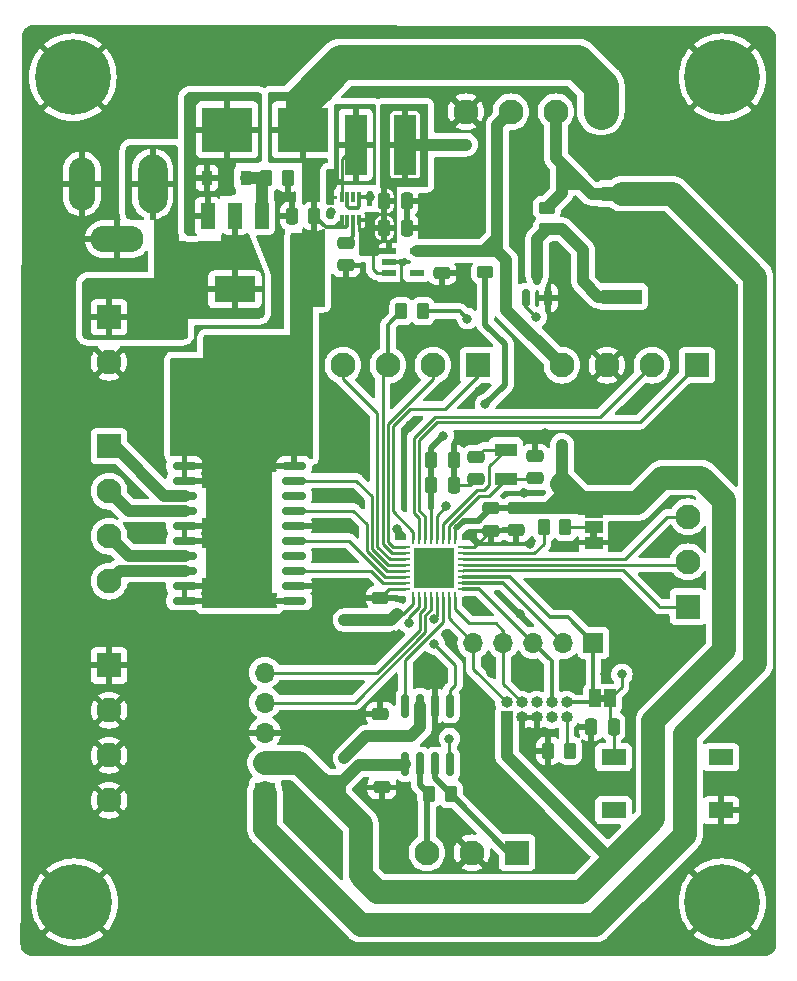
<source format=gbr>
%TF.GenerationSoftware,KiCad,Pcbnew,7.0.6-0*%
%TF.CreationDate,2023-08-27T14:09:03+10:00*%
%TF.ProjectId,u-nit,752d6e69-742e-46b6-9963-61645f706362,rev?*%
%TF.SameCoordinates,Original*%
%TF.FileFunction,Copper,L1,Top*%
%TF.FilePolarity,Positive*%
%FSLAX46Y46*%
G04 Gerber Fmt 4.6, Leading zero omitted, Abs format (unit mm)*
G04 Created by KiCad (PCBNEW 7.0.6-0) date 2023-08-27 14:09:03*
%MOMM*%
%LPD*%
G01*
G04 APERTURE LIST*
G04 Aperture macros list*
%AMRoundRect*
0 Rectangle with rounded corners*
0 $1 Rounding radius*
0 $2 $3 $4 $5 $6 $7 $8 $9 X,Y pos of 4 corners*
0 Add a 4 corners polygon primitive as box body*
4,1,4,$2,$3,$4,$5,$6,$7,$8,$9,$2,$3,0*
0 Add four circle primitives for the rounded corners*
1,1,$1+$1,$2,$3*
1,1,$1+$1,$4,$5*
1,1,$1+$1,$6,$7*
1,1,$1+$1,$8,$9*
0 Add four rect primitives between the rounded corners*
20,1,$1+$1,$2,$3,$4,$5,0*
20,1,$1+$1,$4,$5,$6,$7,0*
20,1,$1+$1,$6,$7,$8,$9,0*
20,1,$1+$1,$8,$9,$2,$3,0*%
G04 Aperture macros list end*
%TA.AperFunction,SMDPad,CuDef*%
%ADD10RoundRect,0.250000X-0.475000X0.250000X-0.475000X-0.250000X0.475000X-0.250000X0.475000X0.250000X0*%
%TD*%
%TA.AperFunction,SMDPad,CuDef*%
%ADD11RoundRect,0.062500X-0.062500X0.375000X-0.062500X-0.375000X0.062500X-0.375000X0.062500X0.375000X0*%
%TD*%
%TA.AperFunction,SMDPad,CuDef*%
%ADD12RoundRect,0.062500X-0.375000X0.062500X-0.375000X-0.062500X0.375000X-0.062500X0.375000X0.062500X0*%
%TD*%
%TA.AperFunction,SMDPad,CuDef*%
%ADD13R,3.450000X3.450000*%
%TD*%
%TA.AperFunction,SMDPad,CuDef*%
%ADD14RoundRect,0.250000X0.475000X-0.250000X0.475000X0.250000X-0.475000X0.250000X-0.475000X-0.250000X0*%
%TD*%
%TA.AperFunction,SMDPad,CuDef*%
%ADD15RoundRect,0.250000X-0.250000X-0.475000X0.250000X-0.475000X0.250000X0.475000X-0.250000X0.475000X0*%
%TD*%
%TA.AperFunction,ComponentPad*%
%ADD16R,2.100000X2.100000*%
%TD*%
%TA.AperFunction,ComponentPad*%
%ADD17C,2.100000*%
%TD*%
%TA.AperFunction,SMDPad,CuDef*%
%ADD18RoundRect,0.250000X0.250000X0.475000X-0.250000X0.475000X-0.250000X-0.475000X0.250000X-0.475000X0*%
%TD*%
%TA.AperFunction,SMDPad,CuDef*%
%ADD19R,1.900000X5.100000*%
%TD*%
%TA.AperFunction,SMDPad,CuDef*%
%ADD20R,1.000000X1.500000*%
%TD*%
%TA.AperFunction,SMDPad,CuDef*%
%ADD21RoundRect,0.250000X0.262500X0.450000X-0.262500X0.450000X-0.262500X-0.450000X0.262500X-0.450000X0*%
%TD*%
%TA.AperFunction,ComponentPad*%
%ADD22C,3.600000*%
%TD*%
%TA.AperFunction,ConnectorPad*%
%ADD23C,6.400000*%
%TD*%
%TA.AperFunction,ComponentPad*%
%ADD24R,1.000000X1.000000*%
%TD*%
%TA.AperFunction,ComponentPad*%
%ADD25O,1.000000X1.000000*%
%TD*%
%TA.AperFunction,SMDPad,CuDef*%
%ADD26RoundRect,0.150000X-0.150000X0.825000X-0.150000X-0.825000X0.150000X-0.825000X0.150000X0.825000X0*%
%TD*%
%TA.AperFunction,SMDPad,CuDef*%
%ADD27RoundRect,0.250000X0.450000X-0.262500X0.450000X0.262500X-0.450000X0.262500X-0.450000X-0.262500X0*%
%TD*%
%TA.AperFunction,SMDPad,CuDef*%
%ADD28R,0.915000X1.220000*%
%TD*%
%TA.AperFunction,SMDPad,CuDef*%
%ADD29RoundRect,0.150000X0.150000X-0.587500X0.150000X0.587500X-0.150000X0.587500X-0.150000X-0.587500X0*%
%TD*%
%TA.AperFunction,SMDPad,CuDef*%
%ADD30R,0.300000X0.850000*%
%TD*%
%TA.AperFunction,SMDPad,CuDef*%
%ADD31RoundRect,0.250000X-0.262500X-0.450000X0.262500X-0.450000X0.262500X0.450000X-0.262500X0.450000X0*%
%TD*%
%TA.AperFunction,SMDPad,CuDef*%
%ADD32R,1.500000X1.000000*%
%TD*%
%TA.AperFunction,SMDPad,CuDef*%
%ADD33R,4.241800X3.810000*%
%TD*%
%TA.AperFunction,SMDPad,CuDef*%
%ADD34R,1.900000X1.100000*%
%TD*%
%TA.AperFunction,SMDPad,CuDef*%
%ADD35R,1.200000X0.600000*%
%TD*%
%TA.AperFunction,SMDPad,CuDef*%
%ADD36RoundRect,0.150000X0.875000X0.150000X-0.875000X0.150000X-0.875000X-0.150000X0.875000X-0.150000X0*%
%TD*%
%TA.AperFunction,SMDPad,CuDef*%
%ADD37R,2.100000X1.400000*%
%TD*%
%TA.AperFunction,SMDPad,CuDef*%
%ADD38R,3.400000X1.300000*%
%TD*%
%TA.AperFunction,ComponentPad*%
%ADD39R,1.700000X1.700000*%
%TD*%
%TA.AperFunction,ComponentPad*%
%ADD40O,1.700000X1.700000*%
%TD*%
%TA.AperFunction,ComponentPad*%
%ADD41O,2.500000X5.000000*%
%TD*%
%TA.AperFunction,ComponentPad*%
%ADD42O,2.250000X4.500000*%
%TD*%
%TA.AperFunction,ComponentPad*%
%ADD43O,4.500000X2.250000*%
%TD*%
%TA.AperFunction,SMDPad,CuDef*%
%ADD44R,1.200000X2.200000*%
%TD*%
%TA.AperFunction,SMDPad,CuDef*%
%ADD45R,3.500000X2.200000*%
%TD*%
%TA.AperFunction,ViaPad*%
%ADD46C,0.800000*%
%TD*%
%TA.AperFunction,Conductor*%
%ADD47C,0.250000*%
%TD*%
%TA.AperFunction,Conductor*%
%ADD48C,0.300000*%
%TD*%
%TA.AperFunction,Conductor*%
%ADD49C,3.000000*%
%TD*%
%TA.AperFunction,Conductor*%
%ADD50C,2.000000*%
%TD*%
%TA.AperFunction,Conductor*%
%ADD51C,1.000000*%
%TD*%
%TA.AperFunction,Conductor*%
%ADD52C,0.500000*%
%TD*%
G04 APERTURE END LIST*
%TA.AperFunction,EtchedComponent*%
%TO.C,JP1*%
G36*
X159712019Y-118137096D02*
G01*
X159212019Y-118137096D01*
X159212019Y-117537096D01*
X159712019Y-117537096D01*
X159712019Y-118137096D01*
G37*
%TD.AperFunction*%
%TA.AperFunction,EtchedComponent*%
%TO.C,JP2*%
G36*
X159008519Y-104248596D02*
G01*
X158408519Y-104248596D01*
X158408519Y-103748596D01*
X159008519Y-103748596D01*
X159008519Y-104248596D01*
G37*
%TD.AperFunction*%
%TD*%
D10*
%TO.P,C14,1*%
%TO.N,+3.3V*%
X145858019Y-79930096D03*
%TO.P,C14,2*%
%TO.N,GND*%
X145858019Y-81830096D03*
%TD*%
D11*
%TO.P,U2,1,VDD*%
%TO.N,+3.3V*%
X146943519Y-104370596D03*
%TO.P,U2,2,PC14*%
%TO.N,Net-(U2-PC14)*%
X146443519Y-104370596D03*
%TO.P,U2,3,PC15*%
%TO.N,Net-(U2-PC15)*%
X145943519Y-104370596D03*
%TO.P,U2,4,NRST*%
%TO.N,NRST*%
X145443519Y-104370596D03*
%TO.P,U2,5,VDDA*%
%TO.N,VDDA*%
X144943519Y-104370596D03*
%TO.P,U2,6,PA0*%
%TO.N,/ADC1_IN5*%
X144443519Y-104370596D03*
%TO.P,U2,7,PA1*%
%TO.N,/ADC1_IN6*%
X143943519Y-104370596D03*
%TO.P,U2,8,PA2*%
%TO.N,/USART2_TX*%
X143443519Y-104370596D03*
D12*
%TO.P,U2,9,PA3*%
%TO.N,/USART2_RX*%
X142756019Y-105058096D03*
%TO.P,U2,10,PA4*%
%TO.N,/DAC1_OUT1*%
X142756019Y-105558096D03*
%TO.P,U2,11,PA5*%
%TO.N,/DAC1_OUT2*%
X142756019Y-106058096D03*
%TO.P,U2,12,PA6*%
%TO.N,/PA6_IN4*%
X142756019Y-106558096D03*
%TO.P,U2,13,PA7*%
%TO.N,/PA7_IN3*%
X142756019Y-107058096D03*
%TO.P,U2,14,PB0*%
%TO.N,/PB0_IN2*%
X142756019Y-107558096D03*
%TO.P,U2,15,PB1*%
%TO.N,/PB1_IN1*%
X142756019Y-108058096D03*
%TO.P,U2,16,VSS*%
%TO.N,GND*%
X142756019Y-108558096D03*
D11*
%TO.P,U2,17,VDD*%
%TO.N,+3.3V*%
X143443519Y-109245596D03*
%TO.P,U2,18,PA8*%
%TO.N,/PA8_CAN_STBY*%
X143943519Y-109245596D03*
%TO.P,U2,19,PA9*%
%TO.N,/USART1_TX*%
X144443519Y-109245596D03*
%TO.P,U2,20,PA10*%
%TO.N,/USART1_RX*%
X144943519Y-109245596D03*
%TO.P,U2,21,PA11*%
%TO.N,/CAN_RX*%
X145443519Y-109245596D03*
%TO.P,U2,22,PA12*%
%TO.N,/CAN_TX*%
X145943519Y-109245596D03*
%TO.P,U2,23,PA13*%
%TO.N,/TMS{slash}SWDAT_PA13*%
X146443519Y-109245596D03*
%TO.P,U2,24,PA14*%
%TO.N,/TCK{slash}SWCLK_PA14*%
X146943519Y-109245596D03*
D12*
%TO.P,U2,25,PA15*%
%TO.N,/TDI_PA15*%
X147631019Y-108558096D03*
%TO.P,U2,26,PB3*%
%TO.N,/TDO{slash}SWO_PB3*%
X147631019Y-108058096D03*
%TO.P,U2,27,PB4*%
%TO.N,/TRST_PB4*%
X147631019Y-107558096D03*
%TO.P,U2,28,PB5*%
%TO.N,/PB5_GPI*%
X147631019Y-107058096D03*
%TO.P,U2,29,PB6*%
%TO.N,/I2C1_SCL*%
X147631019Y-106558096D03*
%TO.P,U2,30,PB7*%
%TO.N,/I2C1_SDA*%
X147631019Y-106058096D03*
%TO.P,U2,31,PH3*%
%TO.N,/BOOT_SELECT*%
X147631019Y-105558096D03*
%TO.P,U2,32,VSS*%
%TO.N,GND*%
X147631019Y-105058096D03*
D13*
%TO.P,U2,33,VSS*%
X145193519Y-106808096D03*
%TD*%
D14*
%TO.P,C7,1*%
%TO.N,+3.3V*%
X140651019Y-111222596D03*
%TO.P,C7,2*%
%TO.N,GND*%
X140651019Y-109322596D03*
%TD*%
D15*
%TO.P,C10,1*%
%TO.N,+5V*%
X140967019Y-78025096D03*
%TO.P,C10,2*%
%TO.N,GND*%
X142867019Y-78025096D03*
%TD*%
D10*
%TO.P,C5,1*%
%TO.N,+3.3V*%
X150016019Y-101732596D03*
%TO.P,C5,2*%
%TO.N,GND*%
X150016019Y-103632596D03*
%TD*%
D16*
%TO.P,J8,1,1*%
%TO.N,VDD*%
X159320019Y-68169596D03*
D17*
%TO.P,J8,2,2*%
%TO.N,+5V*%
X155510019Y-68169596D03*
%TO.P,J8,3,3*%
%TO.N,+3.3V*%
X151700019Y-68169596D03*
%TO.P,J8,4,4*%
%TO.N,GND*%
X147890019Y-68169596D03*
%TD*%
D15*
%TO.P,C12,1*%
%TO.N,VDDA*%
X144969019Y-97644096D03*
%TO.P,C12,2*%
%TO.N,GND*%
X146869019Y-97644096D03*
%TD*%
D18*
%TO.P,C2,1*%
%TO.N,VDD*%
X135063019Y-77009096D03*
%TO.P,C2,2*%
%TO.N,GND*%
X133163019Y-77009096D03*
%TD*%
D19*
%TO.P,L1,1,1*%
%TO.N,Net-(U1-LX)*%
X138551019Y-70974096D03*
%TO.P,L1,2,2*%
%TO.N,+5V*%
X142751019Y-70974096D03*
%TD*%
D20*
%TO.P,JP1,1,A*%
%TO.N,/TRST_PB4*%
X158812019Y-117837096D03*
%TO.P,JP1,2,B*%
%TO.N,NRST*%
X160112019Y-117837096D03*
%TD*%
D16*
%TO.P,J6,1,1*%
%TO.N,/PB5_GPI*%
X166686019Y-110079596D03*
D17*
%TO.P,J6,2,2*%
%TO.N,/I2C1_SCL*%
X166686019Y-106269596D03*
%TO.P,J6,3,3*%
%TO.N,/I2C1_SDA*%
X166686019Y-102459596D03*
%TD*%
D21*
%TO.P,R1,1*%
%TO.N,Net-(J3-GNDDetect)*%
X156676519Y-122271596D03*
%TO.P,R1,2*%
%TO.N,GND*%
X154851519Y-122271596D03*
%TD*%
D22*
%TO.P,H1,1,1*%
%TO.N,GND*%
X114616019Y-65248596D03*
D23*
X114616019Y-65248596D03*
%TD*%
D21*
%TO.P,R4,1*%
%TO.N,Net-(U4-CANH)*%
X146620019Y-125954596D03*
%TO.P,R4,2*%
%TO.N,Net-(U4-CANL)*%
X144795019Y-125954596D03*
%TD*%
D24*
%TO.P,J3,1,VTref*%
%TO.N,+3.3V*%
X151349019Y-119463096D03*
D25*
%TO.P,J3,2,SWDIO/TMS*%
%TO.N,/TMS{slash}SWDAT_PA13*%
X151349019Y-118193096D03*
%TO.P,J3,3,GND*%
%TO.N,GND*%
X152619019Y-119463096D03*
%TO.P,J3,4,SWDCLK/TCK*%
%TO.N,/TCK{slash}SWCLK_PA14*%
X152619019Y-118193096D03*
%TO.P,J3,5,GND*%
%TO.N,GND*%
X153889019Y-119463096D03*
%TO.P,J3,6,SWO/TDO*%
%TO.N,/TDO{slash}SWO_PB3*%
X153889019Y-118193096D03*
%TO.P,J3,7,KEY*%
%TO.N,unconnected-(J3-KEY-Pad7)*%
X155159019Y-119463096D03*
%TO.P,J3,8,NC/TDI*%
%TO.N,/TDI_PA15*%
X155159019Y-118193096D03*
%TO.P,J3,9,GNDDetect*%
%TO.N,Net-(J3-GNDDetect)*%
X156429019Y-119463096D03*
%TO.P,J3,10,~{RESET}*%
%TO.N,/TRST_PB4*%
X156429019Y-118193096D03*
%TD*%
D16*
%TO.P,J7,1,1*%
%TO.N,/USART2_TX*%
X148906019Y-89632596D03*
D17*
%TO.P,J7,2,2*%
%TO.N,/USART2_RX*%
X145096019Y-89632596D03*
%TO.P,J7,3,3*%
%TO.N,/DAC1_OUT1*%
X141286019Y-89632596D03*
%TO.P,J7,4,4*%
%TO.N,/DAC1_OUT2*%
X137476019Y-89632596D03*
%TD*%
D10*
%TO.P,C13,1*%
%TO.N,+3.3V*%
X140778019Y-123491096D03*
%TO.P,C13,2*%
%TO.N,GND*%
X140778019Y-125391096D03*
%TD*%
D26*
%TO.P,U4,1,TXD*%
%TO.N,/CAN_RX*%
X146554019Y-118475096D03*
%TO.P,U4,2,VSS*%
%TO.N,GND*%
X145284019Y-118475096D03*
%TO.P,U4,3,VDD*%
%TO.N,+5V*%
X144014019Y-118475096D03*
%TO.P,U4,4,RXD*%
%TO.N,/CAN_TX*%
X142744019Y-118475096D03*
%TO.P,U4,5,Vio*%
%TO.N,+3.3V*%
X142744019Y-123425096D03*
%TO.P,U4,6,CANL*%
%TO.N,Net-(U4-CANL)*%
X144014019Y-123425096D03*
%TO.P,U4,7,CANH*%
%TO.N,Net-(U4-CANH)*%
X145284019Y-123425096D03*
%TO.P,U4,8,STBY*%
%TO.N,/PA8_CAN_STBY*%
X146554019Y-123425096D03*
%TD*%
D27*
%TO.P,FB1,1*%
%TO.N,VDDA*%
X149541019Y-81769096D03*
%TO.P,FB1,2*%
%TO.N,+3.3V*%
X149541019Y-79944096D03*
%TD*%
D28*
%TO.P,D1,1,K*%
%TO.N,Net-(D1-K)*%
X125956019Y-73768096D03*
%TO.P,D1,2,A*%
%TO.N,Net-(D1-A)*%
X129231019Y-73768096D03*
%TD*%
D16*
%TO.P,J12,1,1*%
%TO.N,Net-(U4-CANH)*%
X152208019Y-130907596D03*
D17*
%TO.P,J12,2,2*%
%TO.N,GND*%
X148398019Y-130907596D03*
%TO.P,J12,3,3*%
%TO.N,Net-(U4-CANL)*%
X144588019Y-130907596D03*
%TD*%
D29*
%TO.P,Q2,1,B*%
%TO.N,Net-(Q2-B)*%
X152970019Y-83917596D03*
%TO.P,Q2,2,E*%
%TO.N,GND*%
X154870019Y-83917596D03*
%TO.P,Q2,3,C*%
%TO.N,Net-(Q2-C)*%
X153920019Y-82042596D03*
%TD*%
D21*
%TO.P,R3,1*%
%TO.N,Net-(JP2-C)*%
X156319019Y-103348596D03*
%TO.P,R3,2*%
%TO.N,/BOOT_SELECT*%
X154494019Y-103348596D03*
%TD*%
D16*
%TO.P,J1,1,1*%
%TO.N,Net-(J1-Pad1)*%
X117664019Y-85568596D03*
D17*
%TO.P,J1,2,2*%
%TO.N,GND*%
X117664019Y-89378596D03*
%TD*%
D21*
%TO.P,R2,1*%
%TO.N,GND*%
X132824019Y-73768096D03*
%TO.P,R2,2*%
%TO.N,Net-(D1-A)*%
X130999019Y-73768096D03*
%TD*%
D30*
%TO.P,U1,1,VIN*%
%TO.N,VDD*%
X137357019Y-77324096D03*
%TO.P,U1,2,EN/UVLO*%
X137857019Y-77324096D03*
%TO.P,U1,3,VCC*%
%TO.N,Net-(U1-VCC)*%
X138357019Y-77324096D03*
%TO.P,U1,4,FB/Vout*%
%TO.N,+5V*%
X138857019Y-77324096D03*
%TO.P,U1,5,MODE*%
%TO.N,GND*%
X138857019Y-75424096D03*
%TO.P,U1,6,~{RESET}*%
%TO.N,unconnected-(U1-~{RESET}-Pad6)*%
X138357019Y-75424096D03*
%TO.P,U1,7,GND*%
%TO.N,GND*%
X137857019Y-75424096D03*
%TO.P,U1,8,LX*%
%TO.N,Net-(U1-LX)*%
X137357019Y-75424096D03*
%TD*%
D31*
%TO.P,R5,1*%
%TO.N,/DAC1_OUT1*%
X142429019Y-85060596D03*
%TO.P,R5,2*%
%TO.N,Net-(Q2-B)*%
X144254019Y-85060596D03*
%TD*%
D32*
%TO.P,JP2,1,A*%
%TO.N,GND*%
X158708519Y-104648596D03*
%TO.P,JP2,2,C*%
%TO.N,Net-(JP2-C)*%
X158708519Y-103348596D03*
%TO.P,JP2,3,B*%
%TO.N,+3.3V*%
X158708519Y-102048596D03*
%TD*%
D33*
%TO.P,F1,1*%
%TO.N,VDD*%
X134059719Y-69704096D03*
%TO.P,F1,2*%
%TO.N,Net-(D1-K)*%
X127684319Y-69704096D03*
%TD*%
D34*
%TO.P,Y1,1*%
%TO.N,Net-(U2-PC14)*%
X151253019Y-99276596D03*
%TO.P,Y1,2*%
%TO.N,Net-(U2-PC15)*%
X151253019Y-96776596D03*
%TD*%
D35*
%TO.P,U3,1,VIN*%
%TO.N,+5V*%
X141406019Y-79930096D03*
%TO.P,U3,2,GND*%
%TO.N,GND*%
X141406019Y-80880096D03*
%TO.P,U3,3,EN*%
%TO.N,+5V*%
X141406019Y-81830096D03*
%TO.P,U3,4,NC*%
%TO.N,unconnected-(U3-NC-Pad4)*%
X143706019Y-81830096D03*
%TO.P,U3,5,VOUT*%
%TO.N,+3.3V*%
X143706019Y-79930096D03*
%TD*%
D10*
%TO.P,C6,1*%
%TO.N,Net-(U2-PC15)*%
X148774019Y-97390096D03*
%TO.P,C6,2*%
%TO.N,GND*%
X148774019Y-99290096D03*
%TD*%
D15*
%TO.P,C8,1*%
%TO.N,+5V*%
X140967019Y-75739096D03*
%TO.P,C8,2*%
%TO.N,GND*%
X142867019Y-75739096D03*
%TD*%
D16*
%TO.P,J10,1,1*%
%TO.N,/OUT4*%
X117674519Y-96490596D03*
D17*
%TO.P,J10,2,2*%
%TO.N,/OUT3*%
X117674519Y-100300596D03*
%TO.P,J10,3,3*%
%TO.N,/OUT2*%
X117674519Y-104110596D03*
%TO.P,J10,4,4*%
%TO.N,/OUT1*%
X117674519Y-107920596D03*
%TD*%
D36*
%TO.P,U5,1,VBB*%
%TO.N,VDD*%
X133363019Y-109571596D03*
%TO.P,U5,2,GND1/2*%
%TO.N,GND*%
X133363019Y-108301596D03*
%TO.P,U5,3,IN1*%
%TO.N,/PB1_IN1*%
X133363019Y-107031596D03*
%TO.P,U5,4,ST1/2*%
%TO.N,unconnected-(U5-ST1{slash}2-Pad4)*%
X133363019Y-105761596D03*
%TO.P,U5,5,IN2*%
%TO.N,/PB0_IN2*%
X133363019Y-104491596D03*
%TO.P,U5,6,GND3/4*%
%TO.N,GND*%
X133363019Y-103221596D03*
%TO.P,U5,7,IN3*%
%TO.N,/PA7_IN3*%
X133363019Y-101951596D03*
%TO.P,U5,8,ST3/4*%
%TO.N,unconnected-(U5-ST3{slash}4-Pad8)*%
X133363019Y-100681596D03*
%TO.P,U5,9,IN4*%
%TO.N,/PA6_IN4*%
X133363019Y-99411596D03*
%TO.P,U5,10,VBB*%
%TO.N,VDD*%
X133363019Y-98141596D03*
%TO.P,U5,11,VBB*%
X124063019Y-98141596D03*
%TO.P,U5,12,VBB*%
X124063019Y-99411596D03*
%TO.P,U5,13,OUT4*%
%TO.N,/OUT4*%
X124063019Y-100681596D03*
%TO.P,U5,14,OUT3*%
%TO.N,/OUT3*%
X124063019Y-101951596D03*
%TO.P,U5,15,VBB*%
%TO.N,VDD*%
X124063019Y-103221596D03*
%TO.P,U5,16,VBB*%
X124063019Y-104491596D03*
%TO.P,U5,17,OUT2*%
%TO.N,/OUT2*%
X124063019Y-105761596D03*
%TO.P,U5,18,OUT1*%
%TO.N,/OUT1*%
X124063019Y-107031596D03*
%TO.P,U5,19,VBB*%
%TO.N,VDD*%
X124063019Y-108301596D03*
%TO.P,U5,20,VBB*%
X124063019Y-109571596D03*
%TD*%
D27*
%TO.P,R6,1*%
%TO.N,Net-(Q2-C)*%
X154748019Y-78122596D03*
%TO.P,R6,2*%
%TO.N,+5V*%
X154748019Y-76297596D03*
%TD*%
D37*
%TO.P,S1,1*%
%TO.N,unconnected-(S1-Pad1)*%
X160391519Y-127315596D03*
%TO.P,S1,2*%
%TO.N,GND*%
X169491519Y-127315596D03*
%TO.P,S1,3*%
%TO.N,NRST*%
X160391519Y-122815596D03*
%TO.P,S1,4*%
%TO.N,unconnected-(S1-Pad4)*%
X169491519Y-122815596D03*
%TD*%
D22*
%TO.P,H2,1,1*%
%TO.N,GND*%
X169607019Y-65248596D03*
D23*
X169607019Y-65248596D03*
%TD*%
D10*
%TO.P,C3,1*%
%TO.N,Net-(U1-VCC)*%
X137730019Y-79295096D03*
%TO.P,C3,2*%
%TO.N,GND*%
X137730019Y-81195096D03*
%TD*%
D15*
%TO.P,C11,1*%
%TO.N,VDDA*%
X144969019Y-99803096D03*
%TO.P,C11,2*%
%TO.N,GND*%
X146869019Y-99803096D03*
%TD*%
D16*
%TO.P,J5,1,1*%
%TO.N,/ADC1_IN5*%
X167448019Y-89632596D03*
D17*
%TO.P,J5,2,2*%
%TO.N,/ADC1_IN6*%
X163638019Y-89632596D03*
%TO.P,J5,3,3*%
%TO.N,GND*%
X159828019Y-89632596D03*
%TO.P,J5,4,4*%
%TO.N,+3.3V*%
X156018019Y-89632596D03*
%TD*%
D22*
%TO.P,H4,1,1*%
%TO.N,GND*%
X169607019Y-135098596D03*
D23*
X169607019Y-135098596D03*
%TD*%
D38*
%TO.P,LS1,1*%
%TO.N,+5V*%
X161098019Y-75122596D03*
%TO.P,LS1,2*%
%TO.N,Net-(Q2-C)*%
X161098019Y-83822596D03*
%TD*%
D10*
%TO.P,C9,1*%
%TO.N,+3.3V*%
X152154019Y-101708096D03*
%TO.P,C9,2*%
%TO.N,GND*%
X152154019Y-103608096D03*
%TD*%
D39*
%TO.P,J9,1,Pin_1*%
%TO.N,+5V*%
X130872019Y-125827596D03*
D40*
%TO.P,J9,2,Pin_2*%
%TO.N,+3.3V*%
X130872019Y-123287596D03*
%TO.P,J9,3,Pin_3*%
%TO.N,GND*%
X130872019Y-120747596D03*
%TO.P,J9,4,Pin_4*%
%TO.N,/USART1_RX*%
X130872019Y-118207596D03*
%TO.P,J9,5,Pin_5*%
%TO.N,/USART1_TX*%
X130872019Y-115667596D03*
%TD*%
D18*
%TO.P,C1,1*%
%TO.N,NRST*%
X160397019Y-120250096D03*
%TO.P,C1,2*%
%TO.N,GND*%
X158497019Y-120250096D03*
%TD*%
D14*
%TO.P,C15,1*%
%TO.N,+5V*%
X140651019Y-121062596D03*
%TO.P,C15,2*%
%TO.N,GND*%
X140651019Y-119162596D03*
%TD*%
D39*
%TO.P,J4,1,Pin_1*%
%TO.N,/TRST_PB4*%
X158685019Y-113138096D03*
D40*
%TO.P,J4,2,Pin_2*%
%TO.N,/TDO{slash}SWO_PB3*%
X156145019Y-113138096D03*
%TO.P,J4,3,Pin_3*%
%TO.N,/TDI_PA15*%
X153605019Y-113138096D03*
%TO.P,J4,4,Pin_4*%
%TO.N,/TCK{slash}SWCLK_PA14*%
X151065019Y-113138096D03*
%TO.P,J4,5,Pin_5*%
%TO.N,/TMS{slash}SWDAT_PA13*%
X148525019Y-113138096D03*
%TD*%
D41*
%TO.P,J2,1*%
%TO.N,Net-(J1-Pad1)*%
X121367519Y-74265596D03*
D42*
%TO.P,J2,2*%
%TO.N,GND*%
X115367519Y-74265596D03*
D43*
%TO.P,J2,3*%
X118367519Y-78965596D03*
%TD*%
D14*
%TO.P,C4,1*%
%TO.N,Net-(U2-PC14)*%
X153727019Y-99229096D03*
%TO.P,C4,2*%
%TO.N,GND*%
X153727019Y-97329096D03*
%TD*%
D44*
%TO.P,Q1,1*%
%TO.N,Net-(D1-A)*%
X130632019Y-77018096D03*
%TO.P,Q1,2*%
%TO.N,Net-(J1-Pad1)*%
X128332019Y-77018096D03*
%TO.P,Q1,3*%
%TO.N,Net-(D1-K)*%
X126032019Y-77018096D03*
D45*
%TO.P,Q1,4*%
%TO.N,Net-(J1-Pad1)*%
X128332019Y-83218096D03*
%TD*%
D22*
%TO.P,H3,1,1*%
%TO.N,GND*%
X114743019Y-135098596D03*
D23*
X114743019Y-135098596D03*
%TD*%
D16*
%TO.P,J11,1,1*%
%TO.N,GND*%
X117674519Y-115043096D03*
D17*
%TO.P,J11,2,2*%
X117674519Y-118853096D03*
%TO.P,J11,3,3*%
X117674519Y-122663096D03*
%TO.P,J11,4,4*%
X117674519Y-126473096D03*
%TD*%
D46*
%TO.N,NRST*%
X161098019Y-115794596D03*
X146239019Y-101570596D03*
%TO.N,GND*%
X144715019Y-76932596D03*
X142937019Y-126208596D03*
X133031019Y-75408596D03*
X157542019Y-96363596D03*
X139758019Y-75408596D03*
X136587019Y-103221596D03*
X120458019Y-103602596D03*
X148017019Y-84171596D03*
X133539019Y-116937596D03*
X142048019Y-103475596D03*
X146239019Y-112365596D03*
X159701019Y-115794596D03*
X143191019Y-87727596D03*
X152081019Y-92934596D03*
X136460019Y-76678596D03*
X150049019Y-115667596D03*
X133920019Y-127605596D03*
X154621019Y-95347596D03*
X142556019Y-83155596D03*
X162495019Y-115794596D03*
X148144019Y-122525596D03*
X153351019Y-104745596D03*
X152843019Y-100427596D03*
X136587019Y-121890596D03*
X164654019Y-104872596D03*
X147509019Y-95728596D03*
X157542019Y-97887596D03*
X138238019Y-112873596D03*
X149287019Y-110460596D03*
X147890019Y-72995596D03*
X143191019Y-94712596D03*
X136587019Y-100554596D03*
X131888019Y-84679596D03*
X136587019Y-105888596D03*
X131888019Y-85949596D03*
X152462019Y-115667596D03*
X164654019Y-107920596D03*
X143953019Y-115540596D03*
X156907019Y-115667596D03*
X136587019Y-108428596D03*
X149033019Y-91791596D03*
X136587019Y-116937596D03*
X152462019Y-110714596D03*
X146874019Y-87727596D03*
X145223019Y-106777596D03*
X141794019Y-112492596D03*
X136079019Y-129891596D03*
X156780019Y-104999596D03*
%TO.N,VDD*%
X129475019Y-92934596D03*
X134555019Y-83663596D03*
X131507019Y-90902596D03*
X127443019Y-88489596D03*
X125665019Y-94839596D03*
X129475019Y-90902596D03*
X133539019Y-92934596D03*
X129475019Y-108555596D03*
X127443019Y-100808596D03*
X123633019Y-94839596D03*
X127443019Y-92934596D03*
X127443019Y-98395596D03*
X129475019Y-106523596D03*
X131507019Y-92934596D03*
X129475019Y-98395596D03*
X134555019Y-82012596D03*
X133539019Y-88489596D03*
X134555019Y-80361596D03*
X127443019Y-90902596D03*
X129475019Y-100808596D03*
X129475019Y-102840596D03*
X125665019Y-90902596D03*
X127443019Y-108555596D03*
X133539019Y-94839596D03*
X125665019Y-92934596D03*
X129475019Y-88489596D03*
X127443019Y-106523596D03*
X127443019Y-102840596D03*
X131507019Y-94839596D03*
X127443019Y-104745596D03*
X127443019Y-94839596D03*
X133539019Y-90902596D03*
X129475019Y-104745596D03*
X131507019Y-88489596D03*
X129475019Y-94839596D03*
X123633019Y-90902596D03*
X123633019Y-92934596D03*
%TO.N,+3.3V*%
X137603019Y-111222596D03*
X156018019Y-97760596D03*
X156018019Y-96363596D03*
%TO.N,+5V*%
X147890019Y-70963596D03*
X137603019Y-122906596D03*
%TO.N,VDDA*%
X149541019Y-92934596D03*
X145985019Y-95601596D03*
%TO.N,Net-(Q2-B)*%
X153859019Y-85568596D03*
X148017019Y-85695596D03*
%TO.N,/PA8_CAN_STBY*%
X146493019Y-121255596D03*
X143064019Y-111476596D03*
%TO.N,/CAN_RX*%
X145223019Y-113254596D03*
X145218720Y-111091297D03*
%TD*%
D47*
%TO.N,NRST*%
X161098019Y-115794596D02*
X161098019Y-116851096D01*
X145443519Y-104370596D02*
X145443519Y-102366096D01*
X160391519Y-122815596D02*
X160391519Y-120255596D01*
X161098019Y-116851096D02*
X160112019Y-117837096D01*
X160397019Y-120250096D02*
X160112019Y-119965096D01*
X160112019Y-119965096D02*
X160112019Y-117837096D01*
X145443519Y-102366096D02*
X146239019Y-101570596D01*
X160391519Y-120255596D02*
X160397019Y-120250096D01*
%TO.N,GND*%
X142429019Y-81123596D02*
X142429019Y-83028596D01*
D48*
X137857019Y-75424096D02*
X137857019Y-76174596D01*
X139742519Y-75424096D02*
X139758019Y-75408596D01*
D47*
X146869019Y-99803096D02*
X148261019Y-99803096D01*
X148593519Y-105058096D02*
X150016019Y-103635596D01*
X142429019Y-83028596D02*
X142556019Y-83155596D01*
X148261019Y-99803096D02*
X148774019Y-99290096D01*
D48*
X138758519Y-76297596D02*
X138857019Y-76199096D01*
D47*
X142185519Y-80880096D02*
X142429019Y-81123596D01*
X147631019Y-105058096D02*
X148593519Y-105058096D01*
X141406019Y-80880096D02*
X142185519Y-80880096D01*
X157131019Y-104648596D02*
X156780019Y-104999596D01*
D48*
X137980019Y-76297596D02*
X138758519Y-76297596D01*
X137857019Y-76174596D02*
X137980019Y-76297596D01*
D47*
X158708519Y-104648596D02*
X157131019Y-104648596D01*
X142756019Y-108558096D02*
X141415519Y-108558096D01*
D48*
X138857019Y-76199096D02*
X138857019Y-75424096D01*
D47*
X141415519Y-108558096D02*
X140651019Y-109322596D01*
X150016019Y-103635596D02*
X150016019Y-103632596D01*
X146869019Y-99803096D02*
X146869019Y-97644096D01*
D48*
X138857019Y-75424096D02*
X139742519Y-75424096D01*
D49*
%TO.N,VDD*%
X137349019Y-63978596D02*
X157288019Y-63978596D01*
X157288019Y-63978596D02*
X159320019Y-66010596D01*
X134059719Y-69704096D02*
X134059719Y-67267896D01*
X134059719Y-67267896D02*
X137349019Y-63978596D01*
D48*
X137857019Y-77324096D02*
X137857019Y-77821596D01*
X137730019Y-77948596D02*
X136841019Y-77948596D01*
X137857019Y-77821596D02*
X137730019Y-77948596D01*
X136002519Y-77948596D02*
X135063019Y-77009096D01*
D49*
X159320019Y-66010596D02*
X159320019Y-68169596D01*
D48*
X137357019Y-77324096D02*
X137357019Y-77432596D01*
X137357019Y-77432596D02*
X136841019Y-77948596D01*
X136002519Y-77948596D02*
X136841019Y-77948596D01*
%TO.N,Net-(U1-VCC)*%
X137730019Y-79295096D02*
X138357019Y-78668096D01*
X138357019Y-78668096D02*
X138357019Y-77324096D01*
D47*
%TO.N,Net-(U2-PC14)*%
X151253019Y-99276596D02*
X153679519Y-99276596D01*
X146443519Y-104370596D02*
X146443519Y-103227596D01*
X146443519Y-103227596D02*
X148989519Y-100681596D01*
X153679519Y-99276596D02*
X153727019Y-99229096D01*
X148989519Y-100681596D02*
X149848019Y-100681596D01*
X149848019Y-100681596D02*
X151253019Y-99276596D01*
D50*
%TO.N,+3.3V*%
X167829019Y-99157596D02*
X169734019Y-101062596D01*
D51*
X154875019Y-101697596D02*
X155827519Y-100745096D01*
X151349019Y-122682596D02*
X151349019Y-119463096D01*
X149450519Y-79944096D02*
X150557019Y-78837596D01*
D47*
X143443519Y-109245596D02*
X143443519Y-109827096D01*
D50*
X140397019Y-134209596D02*
X157647519Y-134209596D01*
D47*
X142556019Y-110714596D02*
X142048019Y-110714596D01*
D51*
X151319019Y-84933596D02*
X151319019Y-80742596D01*
D50*
X157647519Y-134209596D02*
X160261769Y-131595346D01*
X169734019Y-113762596D02*
X163765019Y-119731596D01*
D51*
X156018019Y-100554596D02*
X155827519Y-100745096D01*
X156018019Y-99665596D02*
X156018019Y-100554596D01*
D50*
X157669019Y-101316596D02*
X162368019Y-101316596D01*
D51*
X137476019Y-124811596D02*
X135317019Y-124811596D01*
D50*
X162368019Y-101316596D02*
X164527019Y-99157596D01*
D51*
X138796519Y-123491096D02*
X137476019Y-124811596D01*
X150557019Y-69312596D02*
X151700019Y-68169596D01*
X143720019Y-79944096D02*
X143706019Y-79930096D01*
X138796519Y-123491096D02*
X140778019Y-123491096D01*
X156780019Y-101697596D02*
X158357519Y-101697596D01*
X137476019Y-124811596D02*
X137222019Y-125065596D01*
X150557019Y-78837596D02*
X150557019Y-69312596D01*
X140778019Y-123491096D02*
X142678019Y-123491096D01*
X150520519Y-79944096D02*
X149541019Y-79944096D01*
D50*
X169734019Y-101062596D02*
X169734019Y-113762596D01*
D51*
X147255019Y-79944096D02*
X143720019Y-79944096D01*
D50*
X164527019Y-99157596D02*
X167829019Y-99157596D01*
D51*
X150557019Y-79907596D02*
X150520519Y-79944096D01*
D50*
X135317019Y-124811596D02*
X136269519Y-125764096D01*
D51*
X137222019Y-125065596D02*
X137222019Y-126716596D01*
X151319019Y-80742596D02*
X150520519Y-79944096D01*
X153097019Y-101697596D02*
X156780019Y-101697596D01*
X137476019Y-124811596D02*
X136523519Y-125764096D01*
X136968019Y-125065596D02*
X136269519Y-125764096D01*
D52*
X147693191Y-102791096D02*
X147031907Y-103452380D01*
D51*
X141540019Y-111222596D02*
X142048019Y-110714596D01*
D47*
X146943519Y-104370596D02*
X146943519Y-103363992D01*
D50*
X139000019Y-128494596D02*
X139000019Y-132812596D01*
D52*
X152154019Y-101708096D02*
X150040519Y-101708096D01*
D50*
X156018019Y-99665596D02*
X157669019Y-101316596D01*
D52*
X150040519Y-101708096D02*
X150016019Y-101732596D01*
D51*
X156018019Y-89632596D02*
X151319019Y-84933596D01*
X158357519Y-101697596D02*
X158708519Y-102048596D01*
X153097019Y-101697596D02*
X154875019Y-101697596D01*
X147255019Y-79944096D02*
X149450519Y-79944096D01*
X136523519Y-125764096D02*
X136269519Y-125764096D01*
D47*
X143443519Y-109827096D02*
X142556019Y-110714596D01*
D50*
X139000019Y-132812596D02*
X140397019Y-134209596D01*
D51*
X149541019Y-79944096D02*
X147255019Y-79944096D01*
D52*
X150016019Y-101732596D02*
X149082519Y-102666096D01*
D51*
X150557019Y-78837596D02*
X150557019Y-79907596D01*
X142678019Y-123491096D02*
X142744019Y-123425096D01*
D47*
X146943519Y-103363992D02*
X147641415Y-102666096D01*
D51*
X152164519Y-101697596D02*
X153097019Y-101697596D01*
D47*
X147641415Y-102666096D02*
X149082519Y-102666096D01*
D51*
X137603019Y-111222596D02*
X140651019Y-111222596D01*
D50*
X163765019Y-119731596D02*
X163765019Y-128092096D01*
D51*
X140651019Y-111222596D02*
X141540019Y-111222596D01*
X156018019Y-97760596D02*
X156018019Y-96363596D01*
D52*
X149082519Y-102666096D02*
X148957519Y-102791096D01*
D51*
X152154019Y-101708096D02*
X152164519Y-101697596D01*
D50*
X136269519Y-125764096D02*
X137222019Y-126716596D01*
D51*
X160261769Y-131595346D02*
X151349019Y-122682596D01*
D50*
X137222019Y-126716596D02*
X139000019Y-128494596D01*
D51*
X156780019Y-101697596D02*
X156018019Y-100935596D01*
X156018019Y-100935596D02*
X156018019Y-100554596D01*
D50*
X130872019Y-123287596D02*
X133793019Y-123287596D01*
D52*
X148957519Y-102791096D02*
X147693191Y-102791096D01*
D51*
X137222019Y-125065596D02*
X136968019Y-125065596D01*
X156018019Y-97760596D02*
X156018019Y-99665596D01*
D50*
X133793019Y-123287596D02*
X135317019Y-124811596D01*
D52*
X142048019Y-110714596D02*
X142484151Y-110714596D01*
D50*
X163765019Y-128092096D02*
X160261769Y-131595346D01*
D47*
%TO.N,Net-(U2-PC15)*%
X145943519Y-104370596D02*
X145943519Y-103091200D01*
X148861123Y-100173596D02*
X149428692Y-100173596D01*
X149428692Y-100173596D02*
X149824019Y-99778269D01*
X148774019Y-97390096D02*
X149387519Y-96776596D01*
X149824019Y-98205596D02*
X151253019Y-96776596D01*
X149387519Y-96776596D02*
X151253019Y-96776596D01*
X145943519Y-103091200D02*
X148861123Y-100173596D01*
X149824019Y-99778269D02*
X149824019Y-98205596D01*
D51*
%TO.N,+5V*%
X156018019Y-75027596D02*
X154748019Y-76297596D01*
D50*
X166432019Y-120874596D02*
X166432019Y-129383596D01*
D51*
X155510019Y-72106596D02*
X156018019Y-72614596D01*
X137603019Y-122906596D02*
X139447019Y-121062596D01*
X156018019Y-72614596D02*
X156018019Y-74265596D01*
X140651019Y-121062596D02*
X143257019Y-121062596D01*
D47*
X140320519Y-79930096D02*
X140016019Y-80234596D01*
D51*
X158526019Y-75122596D02*
X161098019Y-75122596D01*
X142751019Y-70974096D02*
X147879519Y-70974096D01*
D50*
X172401019Y-114905596D02*
X166432019Y-120874596D01*
D51*
X157478519Y-74075096D02*
X158526019Y-75122596D01*
X144014019Y-120305596D02*
X144014019Y-118475096D01*
X147879519Y-70974096D02*
X147890019Y-70963596D01*
D50*
X166432019Y-129383596D02*
X158812019Y-137003596D01*
D51*
X157288019Y-74265596D02*
X156018019Y-74265596D01*
D47*
X140016019Y-80234596D02*
X140016019Y-81504596D01*
D50*
X130872019Y-128875596D02*
X130872019Y-125827596D01*
D47*
X140016019Y-81504596D02*
X140341519Y-81830096D01*
D50*
X158812019Y-137003596D02*
X139000019Y-137003596D01*
X172401019Y-82139596D02*
X172401019Y-114905596D01*
X139000019Y-137003596D02*
X130872019Y-128875596D01*
D51*
X156018019Y-74265596D02*
X156018019Y-75027596D01*
D47*
X141406019Y-79930096D02*
X140320519Y-79930096D01*
D50*
X165384019Y-75122596D02*
X172401019Y-82139596D01*
D51*
X156018019Y-72614596D02*
X157478519Y-74075096D01*
X155510019Y-68169596D02*
X155510019Y-72106596D01*
X157478519Y-74075096D02*
X157288019Y-74265596D01*
X139447019Y-121062596D02*
X140651019Y-121062596D01*
D47*
X140341519Y-81830096D02*
X141406019Y-81830096D01*
D51*
X143257019Y-121062596D02*
X144014019Y-120305596D01*
D50*
X161098019Y-75122596D02*
X165384019Y-75122596D01*
D52*
%TO.N,VDDA*%
X149541019Y-92934596D02*
X151192019Y-91283596D01*
D47*
X144943519Y-104370596D02*
X144943519Y-101723096D01*
D52*
X151192019Y-87854596D02*
X149541019Y-86203596D01*
X151192019Y-91283596D02*
X151192019Y-87854596D01*
X144969019Y-101697596D02*
X144943519Y-101723096D01*
D47*
X144969019Y-97644096D02*
X144969019Y-99803096D01*
D52*
X144969019Y-97644096D02*
X144969019Y-101697596D01*
D47*
X144969019Y-101697596D02*
X144969019Y-99803096D01*
D52*
X149541019Y-86203596D02*
X149541019Y-81769096D01*
X144969019Y-96617596D02*
X144969019Y-97644096D01*
X145985019Y-95601596D02*
X144969019Y-96617596D01*
D47*
%TO.N,/TMS{slash}SWDAT_PA13*%
X146443519Y-109245596D02*
X146443519Y-111056596D01*
X148525019Y-113138096D02*
X148525019Y-115369096D01*
X148525019Y-115369096D02*
X151349019Y-118193096D01*
X146443519Y-111056596D02*
X148525019Y-113138096D01*
%TO.N,/TCK{slash}SWCLK_PA14*%
X150430019Y-111487096D02*
X151065019Y-112122096D01*
X151065019Y-112122096D02*
X151065019Y-113138096D01*
X148144019Y-111487096D02*
X150430019Y-111487096D01*
X151065019Y-116639096D02*
X152619019Y-118193096D01*
X146943519Y-110286596D02*
X148144019Y-111487096D01*
X151065019Y-113138096D02*
X151065019Y-116639096D01*
X146943519Y-109245596D02*
X146943519Y-110286596D01*
D48*
%TO.N,/TDO{slash}SWO_PB3*%
X151065019Y-108058096D02*
X156145019Y-113138096D01*
X147631019Y-108058096D02*
X151065019Y-108058096D01*
%TO.N,/TDI_PA15*%
X147631019Y-108558096D02*
X149025019Y-108558096D01*
X153605019Y-113138096D02*
X155159019Y-114692096D01*
X155159019Y-114692096D02*
X155159019Y-118193096D01*
X149025019Y-108558096D02*
X153605019Y-113138096D01*
D47*
%TO.N,Net-(J3-GNDDetect)*%
X156676519Y-122271596D02*
X156429019Y-122024096D01*
X156429019Y-122024096D02*
X156429019Y-119463096D01*
D48*
%TO.N,/TRST_PB4*%
X147631019Y-107558096D02*
X151581019Y-107558096D01*
X155002019Y-110979096D02*
X156526019Y-110979096D01*
X156429019Y-118193096D02*
X158456019Y-118193096D01*
X158685019Y-113138096D02*
X158685019Y-117710096D01*
X156526019Y-110979096D02*
X158685019Y-113138096D01*
X158685019Y-117710096D02*
X158812019Y-117837096D01*
X158456019Y-118193096D02*
X158812019Y-117837096D01*
X151581019Y-107558096D02*
X155002019Y-110979096D01*
D47*
%TO.N,/ADC1_IN5*%
X162622019Y-94458596D02*
X167448019Y-89632596D01*
X143953019Y-95982596D02*
X145477019Y-94458596D01*
X144443519Y-102442096D02*
X143953019Y-101951596D01*
X144443519Y-104370596D02*
X144443519Y-102442096D01*
X143953019Y-95982596D02*
X143953019Y-101951596D01*
X145477019Y-94458596D02*
X162622019Y-94458596D01*
%TO.N,/ADC1_IN6*%
X143507821Y-95791398D02*
X145290623Y-94008596D01*
X143503019Y-102137992D02*
X143943519Y-102578492D01*
X143503019Y-95796200D02*
X143507821Y-95791398D01*
X145290623Y-94008596D02*
X159262019Y-94008596D01*
X143503019Y-102137992D02*
X143503019Y-95796200D01*
X143943519Y-104370596D02*
X143943519Y-102578492D01*
X159262019Y-94008596D02*
X163638019Y-89632596D01*
%TO.N,/USART2_TX*%
X148906019Y-90521596D02*
X148906019Y-89632596D01*
X141736019Y-94771992D02*
X143192415Y-93315596D01*
X143192415Y-93315596D02*
X146112019Y-93315596D01*
X146112019Y-93315596D02*
X148906019Y-90521596D01*
X141736019Y-102020596D02*
X141736019Y-94771992D01*
X143443519Y-103728096D02*
X141736019Y-102020596D01*
X143443519Y-104370596D02*
X143443519Y-103728096D01*
%TO.N,/USART2_RX*%
X141725519Y-105058096D02*
X141286019Y-104618596D01*
X142756019Y-105058096D02*
X141725519Y-105058096D01*
X145096019Y-90775596D02*
X145096019Y-89632596D01*
X141286019Y-104618596D02*
X141286019Y-94585596D01*
X141286019Y-94585596D02*
X145096019Y-90775596D01*
%TO.N,/PB5_GPI*%
X164273019Y-110079596D02*
X166686019Y-110079596D01*
X147631019Y-107058096D02*
X147681019Y-107008096D01*
X164273019Y-110056096D02*
X164273019Y-110079596D01*
X147681019Y-107008096D02*
X161225019Y-107008096D01*
X161225019Y-107008096D02*
X164273019Y-110056096D01*
%TO.N,/I2C1_SCL*%
X147631019Y-106558096D02*
X166397519Y-106558096D01*
X166397519Y-106558096D02*
X166686019Y-106269596D01*
%TO.N,/I2C1_SDA*%
X161352019Y-106015596D02*
X164908019Y-102459596D01*
X164908019Y-102459596D02*
X166686019Y-102459596D01*
X147631019Y-106058096D02*
X161309519Y-106058096D01*
X161309519Y-106058096D02*
X161352019Y-106015596D01*
%TO.N,/DAC1_OUT1*%
X140836019Y-90082596D02*
X141286019Y-89632596D01*
X141589123Y-105558096D02*
X140836019Y-104804992D01*
X142756019Y-105558096D02*
X141589123Y-105558096D01*
D48*
X141286019Y-89632596D02*
X141286019Y-86203596D01*
D47*
X140836019Y-104804992D02*
X140836019Y-90082596D01*
D48*
X141286019Y-86203596D02*
X142429019Y-85060596D01*
D47*
%TO.N,/DAC1_OUT2*%
X137476019Y-90775596D02*
X137476019Y-89632596D01*
X142756019Y-106058096D02*
X141452727Y-106058096D01*
X140386019Y-93685596D02*
X137476019Y-90775596D01*
X141452727Y-106058096D02*
X140386019Y-104991388D01*
X140386019Y-104991388D02*
X140386019Y-93685596D01*
%TO.N,/USART1_TX*%
X144443519Y-109245596D02*
X144443519Y-110204797D01*
X144443519Y-110204797D02*
X144011019Y-110637297D01*
X140394227Y-115667596D02*
X130872019Y-115667596D01*
X144011019Y-112050804D02*
X140394227Y-115667596D01*
X144011019Y-110637297D02*
X144011019Y-112050804D01*
%TO.N,/USART1_RX*%
X144461019Y-112237200D02*
X138490623Y-118207596D01*
X144943519Y-110341193D02*
X144461019Y-110823693D01*
X138490623Y-118207596D02*
X130872019Y-118207596D01*
X144461019Y-110823693D02*
X144461019Y-112237200D01*
X144943519Y-109245596D02*
X144943519Y-110341193D01*
D51*
%TO.N,/OUT1*%
X118563519Y-107031596D02*
X117674519Y-107920596D01*
X124063019Y-107031596D02*
X118563519Y-107031596D01*
%TO.N,/OUT2*%
X117674519Y-104110596D02*
X119325519Y-105761596D01*
X119325519Y-105761596D02*
X124063019Y-105761596D01*
%TO.N,/OUT3*%
X117674519Y-100300596D02*
X119325519Y-101951596D01*
X119325519Y-101951596D02*
X124063019Y-101951596D01*
%TO.N,/OUT4*%
X124063019Y-100681596D02*
X122363019Y-100681596D01*
X118172019Y-96490596D02*
X117674519Y-96490596D01*
X122363019Y-100681596D02*
X118172019Y-96490596D01*
D52*
%TO.N,Net-(U4-CANH)*%
X151573019Y-130907596D02*
X152208019Y-130907596D01*
X145284019Y-124618596D02*
X146620019Y-125954596D01*
X146620019Y-125954596D02*
X151573019Y-130907596D01*
X145284019Y-123425096D02*
X145284019Y-124618596D01*
%TO.N,Net-(U4-CANL)*%
X144014019Y-125173596D02*
X144795019Y-125954596D01*
X144014019Y-123425096D02*
X144014019Y-125173596D01*
X144795019Y-125954596D02*
X144588019Y-126161596D01*
X144588019Y-126161596D02*
X144588019Y-130907596D01*
D47*
%TO.N,Net-(JP2-C)*%
X156319019Y-103348596D02*
X158708519Y-103348596D01*
%TO.N,Net-(U1-LX)*%
X137357019Y-75424096D02*
X137357019Y-72168096D01*
X137357019Y-72168096D02*
X138551019Y-70974096D01*
D51*
%TO.N,Net-(Q2-C)*%
X156065019Y-78122596D02*
X154748019Y-78122596D01*
X161098019Y-83822596D02*
X159098019Y-83822596D01*
X157796019Y-79853596D02*
X156065019Y-78122596D01*
X157796019Y-82520596D02*
X157796019Y-79853596D01*
X154748019Y-78122596D02*
X153920019Y-78950596D01*
X153920019Y-82042596D02*
X153920019Y-78950596D01*
X159098019Y-83822596D02*
X157796019Y-82520596D01*
%TO.N,Net-(D1-A)*%
X130999019Y-73768096D02*
X129231019Y-73768096D01*
X130632019Y-77018096D02*
X130632019Y-74135096D01*
X130632019Y-74135096D02*
X130999019Y-73768096D01*
D48*
%TO.N,Net-(Q2-B)*%
X147382019Y-85060596D02*
X148017019Y-85695596D01*
X152970019Y-84679596D02*
X152970019Y-83917596D01*
X153859019Y-85568596D02*
X152970019Y-84679596D01*
X144254019Y-85060596D02*
X147382019Y-85060596D01*
D47*
%TO.N,/BOOT_SELECT*%
X147631019Y-105558096D02*
X153681519Y-105558096D01*
X153681519Y-105558096D02*
X154494019Y-104745596D01*
X154494019Y-104745596D02*
X154494019Y-103348596D01*
%TO.N,/PA6_IN4*%
X139936019Y-105177784D02*
X139936019Y-100728596D01*
X142756019Y-106558096D02*
X141316331Y-106558096D01*
X141316331Y-106558096D02*
X139936019Y-105177784D01*
X138619019Y-99411596D02*
X133363019Y-99411596D01*
X139936019Y-100728596D02*
X138619019Y-99411596D01*
%TO.N,/PA7_IN3*%
X142756019Y-107058096D02*
X141179935Y-107058096D01*
X139486019Y-105364180D02*
X139486019Y-103072596D01*
X141179935Y-107058096D02*
X139486019Y-105364180D01*
X138365019Y-101951596D02*
X133363019Y-101951596D01*
X139486019Y-103072596D02*
X138365019Y-101951596D01*
%TO.N,/PB0_IN2*%
X142756019Y-107558096D02*
X141043539Y-107558096D01*
X137977039Y-104491596D02*
X133363019Y-104491596D01*
X141043539Y-107558096D02*
X137977039Y-104491596D01*
%TO.N,/PB1_IN1*%
X140907143Y-108058096D02*
X139880643Y-107031596D01*
X142756019Y-108058096D02*
X140907143Y-108058096D01*
X139880643Y-107031596D02*
X133363019Y-107031596D01*
%TO.N,/PA8_CAN_STBY*%
X143064019Y-110947901D02*
X143064019Y-111476596D01*
X143064019Y-110947901D02*
X143943519Y-110068401D01*
X146493019Y-121255596D02*
X146493019Y-123364096D01*
X146493019Y-123364096D02*
X146554019Y-123425096D01*
X143943519Y-109245596D02*
X143943519Y-110068401D01*
%TO.N,/CAN_RX*%
X147001019Y-116683596D02*
X146554019Y-117130596D01*
X146554019Y-117130596D02*
X146554019Y-118475096D01*
X147001019Y-115032596D02*
X147001019Y-116683596D01*
X145443519Y-109245596D02*
X145443519Y-110866498D01*
X145443519Y-110866498D02*
X145218720Y-111091297D01*
X145223019Y-113254596D02*
X147001019Y-115032596D01*
%TO.N,/CAN_TX*%
X145943519Y-109245596D02*
X145943519Y-111391096D01*
X142744019Y-114590596D02*
X142744019Y-118475096D01*
X145943519Y-111391096D02*
X142744019Y-114590596D01*
%TD*%
%TA.AperFunction,Conductor*%
%TO.N,Net-(J1-Pad1)*%
G36*
X123137050Y-70964126D02*
G01*
X123228898Y-70976218D01*
X123246242Y-70978502D01*
X123277510Y-70986880D01*
X123367937Y-71024336D01*
X123395971Y-71040521D01*
X123460004Y-71089656D01*
X123501207Y-71146084D01*
X123508518Y-71188032D01*
X123508519Y-71603596D01*
X123508519Y-78214799D01*
X123509060Y-78231334D01*
X123510673Y-78255946D01*
X123512295Y-78272411D01*
X123529910Y-78406204D01*
X123529910Y-78406205D01*
X123536365Y-78438661D01*
X123553309Y-78501901D01*
X123553309Y-78501900D01*
X123563951Y-78533250D01*
X123614071Y-78654250D01*
X123628710Y-78683935D01*
X123628710Y-78683934D01*
X123633019Y-78691397D01*
X123633019Y-79091596D01*
X124033218Y-79091596D01*
X124040680Y-79095904D01*
X124056165Y-79103540D01*
X124070358Y-79110540D01*
X124070357Y-79110539D01*
X124070365Y-79110543D01*
X124191369Y-79160665D01*
X124191372Y-79160666D01*
X124191371Y-79160666D01*
X124206606Y-79165837D01*
X124222709Y-79171303D01*
X124222710Y-79171303D01*
X124222711Y-79171304D01*
X124272576Y-79184664D01*
X124285945Y-79188247D01*
X124318405Y-79194704D01*
X124371628Y-79201711D01*
X124452203Y-79212320D01*
X124468659Y-79213941D01*
X124493266Y-79215554D01*
X124509809Y-79216096D01*
X125030140Y-79216096D01*
X125030143Y-79216096D01*
X125057175Y-79214647D01*
X125078836Y-79212319D01*
X125096975Y-79210370D01*
X125096973Y-79210370D01*
X125096978Y-79210369D01*
X125096989Y-79210368D01*
X125150407Y-79201713D01*
X125285216Y-79151434D01*
X125346540Y-79117950D01*
X125346542Y-79117949D01*
X125347491Y-79117238D01*
X125348711Y-79116326D01*
X125349872Y-79115892D01*
X125351262Y-79115035D01*
X125351432Y-79115311D01*
X125414176Y-79091912D01*
X125423017Y-79091596D01*
X126689012Y-79091596D01*
X126689019Y-79091596D01*
X127189019Y-79091596D01*
X127189019Y-78583908D01*
X127208704Y-78516869D01*
X127261508Y-78471114D01*
X127330666Y-78461170D01*
X127387331Y-78484642D01*
X127489929Y-78561448D01*
X127489932Y-78561450D01*
X127624639Y-78611692D01*
X127624646Y-78611694D01*
X127684174Y-78618095D01*
X127684191Y-78618096D01*
X128082019Y-78618096D01*
X128082019Y-76892096D01*
X128101704Y-76825057D01*
X128154508Y-76779302D01*
X128206019Y-76768096D01*
X128458019Y-76768096D01*
X128525058Y-76787781D01*
X128570813Y-76840585D01*
X128582019Y-76892096D01*
X128582019Y-78618096D01*
X128979847Y-78618096D01*
X128979863Y-78618095D01*
X129039391Y-78611694D01*
X129039398Y-78611692D01*
X129174105Y-78561450D01*
X129174112Y-78561446D01*
X129289206Y-78475286D01*
X129295479Y-78469014D01*
X129297963Y-78471498D01*
X129340347Y-78439706D01*
X129410034Y-78434653D01*
X129471390Y-78468078D01*
X129495689Y-78509212D01*
X129509642Y-78544729D01*
X129509643Y-78544731D01*
X130836332Y-81921757D01*
X130838199Y-81927252D01*
X130860062Y-82003070D01*
X130864374Y-82025839D01*
X130867365Y-82057710D01*
X130871748Y-82104411D01*
X130872019Y-82110187D01*
X130872019Y-85191530D01*
X130871488Y-85199631D01*
X130857112Y-85308820D01*
X130848734Y-85340087D01*
X130811278Y-85430514D01*
X130795093Y-85458547D01*
X130735510Y-85536197D01*
X130712620Y-85559087D01*
X130634970Y-85618670D01*
X130606937Y-85634855D01*
X130516510Y-85672311D01*
X130485243Y-85680689D01*
X130396802Y-85692333D01*
X130376050Y-85695065D01*
X130367953Y-85695596D01*
X124395019Y-85695596D01*
X124395019Y-86195596D01*
X124395019Y-86195602D01*
X124395019Y-86969530D01*
X124394488Y-86977631D01*
X124380112Y-87086820D01*
X124371734Y-87118087D01*
X124334278Y-87208514D01*
X124318093Y-87236547D01*
X124258510Y-87314197D01*
X124235620Y-87337087D01*
X124157970Y-87396670D01*
X124129937Y-87412855D01*
X124039510Y-87450311D01*
X124008243Y-87458689D01*
X123919802Y-87470333D01*
X123899050Y-87473065D01*
X123890953Y-87473596D01*
X115882085Y-87473596D01*
X115873987Y-87473065D01*
X115850476Y-87469970D01*
X115764794Y-87458689D01*
X115733527Y-87450311D01*
X115643100Y-87412855D01*
X115615067Y-87396670D01*
X115537417Y-87337087D01*
X115514527Y-87314197D01*
X115454944Y-87236547D01*
X115438759Y-87208514D01*
X115401303Y-87118087D01*
X115392925Y-87086819D01*
X115378550Y-86977631D01*
X115378019Y-86969529D01*
X115378019Y-86666440D01*
X116114019Y-86666440D01*
X116120420Y-86725968D01*
X116120422Y-86725975D01*
X116170664Y-86860682D01*
X116170668Y-86860689D01*
X116256828Y-86975783D01*
X116256831Y-86975786D01*
X116371925Y-87061946D01*
X116371932Y-87061950D01*
X116506639Y-87112192D01*
X116506646Y-87112194D01*
X116566174Y-87118595D01*
X116566191Y-87118596D01*
X117414019Y-87118596D01*
X117414019Y-86222433D01*
X117495268Y-86253247D01*
X117621679Y-86268596D01*
X117706359Y-86268596D01*
X117832770Y-86253247D01*
X117914018Y-86222433D01*
X117914018Y-87118596D01*
X118761847Y-87118596D01*
X118761863Y-87118595D01*
X118821391Y-87112194D01*
X118821398Y-87112192D01*
X118956105Y-87061950D01*
X118956112Y-87061946D01*
X119071206Y-86975786D01*
X119071209Y-86975783D01*
X119157369Y-86860689D01*
X119157373Y-86860682D01*
X119207615Y-86725975D01*
X119207617Y-86725968D01*
X119214018Y-86666440D01*
X119214019Y-86666423D01*
X119214019Y-85818596D01*
X118323348Y-85818596D01*
X118364019Y-85653591D01*
X118364019Y-85483601D01*
X118323348Y-85318596D01*
X119214019Y-85318596D01*
X119214019Y-84470768D01*
X119214018Y-84470751D01*
X119207617Y-84411223D01*
X119207615Y-84411216D01*
X119157373Y-84276509D01*
X119157369Y-84276502D01*
X119071209Y-84161408D01*
X119071206Y-84161405D01*
X118956112Y-84075245D01*
X118956105Y-84075241D01*
X118821398Y-84024999D01*
X118821391Y-84024997D01*
X118761863Y-84018596D01*
X117914019Y-84018596D01*
X117914018Y-84914758D01*
X117832770Y-84883945D01*
X117706359Y-84868596D01*
X117621679Y-84868596D01*
X117495268Y-84883945D01*
X117414019Y-84914758D01*
X117414019Y-84018596D01*
X116566174Y-84018596D01*
X116506646Y-84024997D01*
X116506639Y-84024999D01*
X116371932Y-84075241D01*
X116371925Y-84075245D01*
X116256831Y-84161405D01*
X116256828Y-84161408D01*
X116170668Y-84276502D01*
X116170664Y-84276509D01*
X116120422Y-84411216D01*
X116120420Y-84411223D01*
X116114019Y-84470751D01*
X116114019Y-85318596D01*
X117004690Y-85318596D01*
X116964019Y-85483601D01*
X116964019Y-85653591D01*
X117004690Y-85818596D01*
X116114019Y-85818596D01*
X116114019Y-86666440D01*
X115378019Y-86666440D01*
X115378019Y-83468096D01*
X126082019Y-83468096D01*
X126082019Y-84365940D01*
X126088420Y-84425468D01*
X126088422Y-84425475D01*
X126138664Y-84560182D01*
X126138668Y-84560189D01*
X126224828Y-84675283D01*
X126224831Y-84675286D01*
X126339925Y-84761446D01*
X126339932Y-84761450D01*
X126474639Y-84811692D01*
X126474646Y-84811694D01*
X126534174Y-84818095D01*
X126534191Y-84818096D01*
X128082019Y-84818096D01*
X128082019Y-83468096D01*
X128582019Y-83468096D01*
X128582019Y-84818096D01*
X130129847Y-84818096D01*
X130129863Y-84818095D01*
X130189391Y-84811694D01*
X130189398Y-84811692D01*
X130324105Y-84761450D01*
X130324112Y-84761446D01*
X130439206Y-84675286D01*
X130439209Y-84675283D01*
X130525369Y-84560189D01*
X130525373Y-84560182D01*
X130575615Y-84425475D01*
X130575617Y-84425468D01*
X130582018Y-84365940D01*
X130582019Y-84365923D01*
X130582019Y-83468096D01*
X128582019Y-83468096D01*
X128082019Y-83468096D01*
X126082019Y-83468096D01*
X115378019Y-83468096D01*
X115378019Y-82968096D01*
X126082019Y-82968096D01*
X128082019Y-82968096D01*
X128082019Y-81618096D01*
X128582019Y-81618096D01*
X128582019Y-82968096D01*
X130582019Y-82968096D01*
X130582019Y-82070268D01*
X130582018Y-82070251D01*
X130575617Y-82010723D01*
X130575615Y-82010716D01*
X130525373Y-81876009D01*
X130525369Y-81876002D01*
X130439209Y-81760908D01*
X130439206Y-81760905D01*
X130324112Y-81674745D01*
X130324105Y-81674741D01*
X130189398Y-81624499D01*
X130189391Y-81624497D01*
X130129863Y-81618096D01*
X128582019Y-81618096D01*
X128082019Y-81618096D01*
X126534174Y-81618096D01*
X126474646Y-81624497D01*
X126474639Y-81624499D01*
X126339932Y-81674741D01*
X126339925Y-81674745D01*
X126224831Y-81760905D01*
X126224828Y-81760908D01*
X126138668Y-81876002D01*
X126138664Y-81876009D01*
X126088422Y-82010716D01*
X126088420Y-82010723D01*
X126082019Y-82070251D01*
X126082019Y-82968096D01*
X115378019Y-82968096D01*
X115378019Y-82770662D01*
X115378550Y-82762560D01*
X115392925Y-82653372D01*
X115401303Y-82622104D01*
X115438759Y-82531677D01*
X115454942Y-82503646D01*
X115514532Y-82425988D01*
X115537411Y-82403109D01*
X115615069Y-82343519D01*
X115643098Y-82327336D01*
X115733528Y-82289879D01*
X115764794Y-82281502D01*
X115873986Y-82267126D01*
X115882086Y-82266596D01*
X120974012Y-82266596D01*
X120974019Y-82266596D01*
X121474019Y-82266596D01*
X121474019Y-77313596D01*
X121136088Y-77313596D01*
X121117597Y-77258039D01*
X121117518Y-77253614D01*
X121117518Y-75949282D01*
X121157675Y-75975089D01*
X121295630Y-76015596D01*
X121439408Y-76015596D01*
X121577363Y-75975089D01*
X121617518Y-75949283D01*
X121617518Y-77247680D01*
X121758016Y-77226505D01*
X121758024Y-77226503D01*
X122008660Y-77149191D01*
X122008664Y-77149190D01*
X122244968Y-77035391D01*
X122244972Y-77035389D01*
X122461686Y-76887637D01*
X122461688Y-76887636D01*
X122653948Y-76709244D01*
X122653956Y-76709235D01*
X122817490Y-76504169D01*
X122948635Y-76277022D01*
X123044460Y-76032866D01*
X123102825Y-75777146D01*
X123102826Y-75777142D01*
X123117519Y-75581081D01*
X123117519Y-74515596D01*
X121867519Y-74515596D01*
X121867519Y-74015596D01*
X123117518Y-74015596D01*
X123117519Y-72950111D01*
X123102826Y-72754049D01*
X123102825Y-72754045D01*
X123044460Y-72498325D01*
X122948635Y-72254169D01*
X122948636Y-72254169D01*
X122817490Y-72027022D01*
X122653956Y-71821956D01*
X122653948Y-71821947D01*
X122461688Y-71643555D01*
X122461686Y-71643554D01*
X122244973Y-71495802D01*
X122244964Y-71495797D01*
X122008661Y-71382000D01*
X122008663Y-71382000D01*
X121758031Y-71304690D01*
X121758025Y-71304689D01*
X121617518Y-71283510D01*
X121617518Y-72581908D01*
X121577363Y-72556103D01*
X121439408Y-72515596D01*
X121295630Y-72515596D01*
X121157675Y-72556103D01*
X121117517Y-72581910D01*
X121117518Y-71283510D01*
X120977010Y-71304689D01*
X120726377Y-71382000D01*
X120726373Y-71382001D01*
X120490069Y-71495800D01*
X120490065Y-71495802D01*
X120273351Y-71643554D01*
X120273349Y-71643555D01*
X120081089Y-71821947D01*
X120081081Y-71821956D01*
X119917547Y-72027022D01*
X119786402Y-72254169D01*
X119690577Y-72498325D01*
X119632212Y-72754045D01*
X119632211Y-72754049D01*
X119617519Y-72950111D01*
X119617519Y-74015596D01*
X120867519Y-74015596D01*
X120867519Y-74515596D01*
X119617519Y-74515596D01*
X119617519Y-75581081D01*
X119632211Y-75777142D01*
X119632212Y-75777146D01*
X119690577Y-76032866D01*
X119786402Y-76277022D01*
X119786401Y-76277022D01*
X119917547Y-76504169D01*
X120081081Y-76709235D01*
X120081089Y-76709244D01*
X120273349Y-76887636D01*
X120273351Y-76887637D01*
X120490064Y-77035389D01*
X120490068Y-77035391D01*
X120578288Y-77077876D01*
X120630147Y-77124698D01*
X120648460Y-77192125D01*
X120627412Y-77258749D01*
X120573686Y-77303418D01*
X120524486Y-77313596D01*
X119565085Y-77313596D01*
X119556987Y-77313065D01*
X119533476Y-77309970D01*
X119447794Y-77298689D01*
X119416527Y-77290311D01*
X119326100Y-77252855D01*
X119298067Y-77236670D01*
X119220417Y-77177087D01*
X119197527Y-77154197D01*
X119137944Y-77076547D01*
X119121759Y-77048514D01*
X119084303Y-76958087D01*
X119075925Y-76926819D01*
X119061550Y-76817631D01*
X119061019Y-76809529D01*
X119061019Y-71467662D01*
X119061550Y-71459560D01*
X119075925Y-71350372D01*
X119084303Y-71319104D01*
X119121759Y-71228675D01*
X119137942Y-71200646D01*
X119197532Y-71122988D01*
X119220411Y-71100109D01*
X119298069Y-71040519D01*
X119326098Y-71024336D01*
X119416528Y-70986879D01*
X119447794Y-70978502D01*
X119556986Y-70964126D01*
X119565086Y-70963596D01*
X123128952Y-70963596D01*
X123137050Y-70964126D01*
G37*
%TD.AperFunction*%
%TD*%
%TA.AperFunction,Conductor*%
%TO.N,+5V*%
G36*
X144670088Y-67555413D02*
G01*
X144709684Y-67609913D01*
X144715019Y-67643596D01*
X144715019Y-74410596D01*
X144694202Y-74474665D01*
X144639702Y-74514261D01*
X144606019Y-74519596D01*
X142048019Y-74519596D01*
X142048019Y-74519597D01*
X142048019Y-79221096D01*
X142027202Y-79285165D01*
X141972702Y-79324761D01*
X141939019Y-79330096D01*
X141656020Y-79330096D01*
X141656019Y-79330097D01*
X141656019Y-80071096D01*
X141635202Y-80135165D01*
X141580702Y-80174761D01*
X141547019Y-80180096D01*
X140506020Y-80180096D01*
X140506020Y-80252596D01*
X140485203Y-80316665D01*
X140430703Y-80356261D01*
X140397020Y-80361596D01*
X138982019Y-80361596D01*
X138917950Y-80340779D01*
X138878354Y-80286279D01*
X138873019Y-80252596D01*
X138873019Y-79680095D01*
X140506019Y-79680095D01*
X140506020Y-79680096D01*
X141156018Y-79680096D01*
X141156019Y-79680095D01*
X141156019Y-79330097D01*
X141156018Y-79330096D01*
X140761232Y-79330096D01*
X140761213Y-79330098D01*
X140736145Y-79333005D01*
X140633540Y-79378309D01*
X140554232Y-79457617D01*
X140508929Y-79560222D01*
X140506019Y-79585301D01*
X140506019Y-79680095D01*
X138873019Y-79680095D01*
X138873019Y-78543149D01*
X140167019Y-78543149D01*
X140167020Y-78543170D01*
X140177632Y-78631536D01*
X140177634Y-78631546D01*
X140233097Y-78772189D01*
X140324453Y-78892660D01*
X140324454Y-78892661D01*
X140444925Y-78984017D01*
X140585568Y-79039480D01*
X140585578Y-79039482D01*
X140673944Y-79050094D01*
X140673965Y-79050096D01*
X140717018Y-79050096D01*
X140717019Y-79050095D01*
X140717019Y-78275097D01*
X140717018Y-78275096D01*
X141217019Y-78275096D01*
X141217019Y-79050095D01*
X141217020Y-79050096D01*
X141260073Y-79050096D01*
X141260093Y-79050094D01*
X141348459Y-79039482D01*
X141348469Y-79039480D01*
X141489112Y-78984017D01*
X141609583Y-78892661D01*
X141609584Y-78892660D01*
X141700940Y-78772189D01*
X141756403Y-78631546D01*
X141756405Y-78631536D01*
X141767017Y-78543170D01*
X141767019Y-78543149D01*
X141767019Y-78275096D01*
X141217019Y-78275096D01*
X140717018Y-78275096D01*
X140167020Y-78275096D01*
X140167019Y-78275097D01*
X140167019Y-78543149D01*
X138873019Y-78543149D01*
X138873019Y-78329597D01*
X138873019Y-78329596D01*
X138873018Y-78329596D01*
X138846519Y-78329596D01*
X138782450Y-78308779D01*
X138742854Y-78254279D01*
X138737519Y-78220596D01*
X138737519Y-78049093D01*
X139007019Y-78049093D01*
X139007020Y-78049095D01*
X139051805Y-78049095D01*
X139051824Y-78049093D01*
X139076892Y-78046186D01*
X139179497Y-78000882D01*
X139258805Y-77921574D01*
X139304108Y-77818969D01*
X139307018Y-77793890D01*
X139307018Y-77793888D01*
X139307018Y-77775094D01*
X140167019Y-77775094D01*
X140167020Y-77775096D01*
X140717018Y-77775096D01*
X140717019Y-77775095D01*
X140717019Y-77000097D01*
X140717018Y-77000096D01*
X141217019Y-77000096D01*
X141217019Y-77775095D01*
X141217020Y-77775096D01*
X141767018Y-77775096D01*
X141767019Y-77775095D01*
X141767019Y-77507042D01*
X141767017Y-77507021D01*
X141756405Y-77418655D01*
X141756403Y-77418645D01*
X141700940Y-77278002D01*
X141609584Y-77157531D01*
X141609583Y-77157530D01*
X141489112Y-77066174D01*
X141348469Y-77010711D01*
X141348459Y-77010709D01*
X141260093Y-77000097D01*
X141260073Y-77000096D01*
X141217019Y-77000096D01*
X140717018Y-77000096D01*
X140673965Y-77000096D01*
X140673944Y-77000097D01*
X140585578Y-77010709D01*
X140585568Y-77010711D01*
X140444925Y-77066174D01*
X140324454Y-77157530D01*
X140324453Y-77157531D01*
X140233097Y-77278002D01*
X140177634Y-77418645D01*
X140177632Y-77418655D01*
X140167020Y-77507021D01*
X140167019Y-77507042D01*
X140167019Y-77775094D01*
X139307018Y-77775094D01*
X139307019Y-77474097D01*
X139307018Y-77474096D01*
X139007020Y-77474096D01*
X139007019Y-77474097D01*
X139007019Y-78049093D01*
X138737519Y-78049093D01*
X138737519Y-77288910D01*
X138737518Y-77288892D01*
X138737518Y-77283096D01*
X138758335Y-77219027D01*
X138812835Y-77179431D01*
X138846518Y-77174096D01*
X139307017Y-77174096D01*
X139307018Y-77174095D01*
X139307018Y-76854309D01*
X139307016Y-76854290D01*
X139304109Y-76829221D01*
X139301957Y-76821309D01*
X139304058Y-76820737D01*
X139298337Y-76764598D01*
X139332203Y-76706364D01*
X139393831Y-76679158D01*
X139404883Y-76678596D01*
X140272731Y-76678596D01*
X140327222Y-76650830D01*
X140393758Y-76661367D01*
X140410138Y-76671637D01*
X140444925Y-76698017D01*
X140444924Y-76698017D01*
X140585568Y-76753480D01*
X140585578Y-76753482D01*
X140673944Y-76764094D01*
X140673965Y-76764096D01*
X140717018Y-76764096D01*
X140717019Y-76764095D01*
X141217019Y-76764095D01*
X141217020Y-76764096D01*
X141260073Y-76764096D01*
X141260093Y-76764094D01*
X141348459Y-76753482D01*
X141348469Y-76753480D01*
X141489112Y-76698017D01*
X141609583Y-76606661D01*
X141609584Y-76606660D01*
X141700940Y-76486189D01*
X141756403Y-76345546D01*
X141756405Y-76345536D01*
X141767017Y-76257170D01*
X141767019Y-76257149D01*
X141767019Y-75989096D01*
X141217020Y-75989096D01*
X141217019Y-75989097D01*
X141217019Y-76764095D01*
X140717019Y-76764095D01*
X140717019Y-75489095D01*
X141217019Y-75489095D01*
X141217020Y-75489096D01*
X141767018Y-75489096D01*
X141767019Y-75489095D01*
X141767019Y-75221042D01*
X141767017Y-75221021D01*
X141756405Y-75132655D01*
X141756403Y-75132645D01*
X141700940Y-74992002D01*
X141609584Y-74871531D01*
X141609583Y-74871530D01*
X141489112Y-74780174D01*
X141348469Y-74724711D01*
X141348459Y-74724709D01*
X141260093Y-74714097D01*
X141260073Y-74714096D01*
X141217020Y-74714096D01*
X141217019Y-74714097D01*
X141217019Y-75489095D01*
X140717019Y-75489095D01*
X140717019Y-74714096D01*
X140696321Y-74693399D01*
X140695950Y-74693279D01*
X140695283Y-74692361D01*
X140685093Y-74682171D01*
X140686707Y-74680556D01*
X140656354Y-74638779D01*
X140651019Y-74605096D01*
X140651019Y-73568882D01*
X141501020Y-73568882D01*
X141501021Y-73568901D01*
X141503928Y-73593969D01*
X141549232Y-73696574D01*
X141628540Y-73775882D01*
X141731144Y-73821185D01*
X141756226Y-73824095D01*
X142501017Y-73824095D01*
X142501019Y-73824094D01*
X143001019Y-73824094D01*
X143001020Y-73824095D01*
X143745805Y-73824095D01*
X143745824Y-73824093D01*
X143770892Y-73821186D01*
X143873497Y-73775882D01*
X143952805Y-73696574D01*
X143998108Y-73593969D01*
X144001018Y-73568890D01*
X144001019Y-73568888D01*
X144001019Y-71224097D01*
X144001018Y-71224096D01*
X143001020Y-71224096D01*
X143001019Y-71224097D01*
X143001019Y-73824094D01*
X142501019Y-73824094D01*
X142501019Y-71224096D01*
X141501021Y-71224096D01*
X141501020Y-71224097D01*
X141501020Y-73568882D01*
X140651019Y-73568882D01*
X140651019Y-70724094D01*
X141501019Y-70724094D01*
X141501020Y-70724096D01*
X142501018Y-70724096D01*
X142501019Y-70724095D01*
X142501019Y-70724094D01*
X143001019Y-70724094D01*
X143001020Y-70724096D01*
X144001017Y-70724096D01*
X144001018Y-70724095D01*
X144001018Y-68379309D01*
X144001016Y-68379290D01*
X143998109Y-68354222D01*
X143952805Y-68251617D01*
X143873497Y-68172309D01*
X143770892Y-68127006D01*
X143745813Y-68124096D01*
X143001020Y-68124096D01*
X143001019Y-68124097D01*
X143001019Y-70724094D01*
X142501019Y-70724094D01*
X142501019Y-68124097D01*
X142501018Y-68124096D01*
X141756232Y-68124096D01*
X141756213Y-68124098D01*
X141731145Y-68127005D01*
X141628540Y-68172309D01*
X141549232Y-68251617D01*
X141503929Y-68354222D01*
X141501019Y-68379301D01*
X141501019Y-70724094D01*
X140651019Y-70724094D01*
X140651019Y-67643596D01*
X140671836Y-67579527D01*
X140726336Y-67539931D01*
X140760019Y-67534596D01*
X144606019Y-67534596D01*
X144670088Y-67555413D01*
G37*
%TD.AperFunction*%
%TD*%
%TA.AperFunction,Conductor*%
%TO.N,Net-(D1-K)*%
G36*
X130249050Y-66519126D02*
G01*
X130340898Y-66531218D01*
X130358242Y-66533502D01*
X130389510Y-66541880D01*
X130479937Y-66579336D01*
X130507971Y-66595521D01*
X130572006Y-66644658D01*
X130613208Y-66701083D01*
X130620519Y-66743032D01*
X130620519Y-70459596D01*
X130620518Y-72263159D01*
X130600833Y-72330199D01*
X130572004Y-72361535D01*
X130507970Y-72410670D01*
X130479937Y-72426855D01*
X130389510Y-72464311D01*
X130358243Y-72472689D01*
X130269802Y-72484333D01*
X130249050Y-72487065D01*
X130240953Y-72487596D01*
X128459019Y-72487596D01*
X128459019Y-72768325D01*
X128415973Y-72800550D01*
X128415972Y-72800551D01*
X128415971Y-72800552D01*
X128329725Y-72915760D01*
X128329721Y-72915767D01*
X128279427Y-73050613D01*
X128273020Y-73110212D01*
X128273019Y-73110231D01*
X128273019Y-73460731D01*
X128269061Y-73491811D01*
X128236956Y-73615808D01*
X128226650Y-73819032D01*
X128257463Y-74020168D01*
X128265300Y-74041329D01*
X128273019Y-74084395D01*
X128273019Y-74425965D01*
X128273020Y-74425972D01*
X128279427Y-74485579D01*
X128329721Y-74620424D01*
X128329722Y-74620425D01*
X128329723Y-74620427D01*
X128379374Y-74686752D01*
X128415975Y-74735645D01*
X128416117Y-74735787D01*
X128416212Y-74735962D01*
X128421288Y-74742742D01*
X128420313Y-74743471D01*
X128449602Y-74797110D01*
X128451375Y-74839654D01*
X128444112Y-74894820D01*
X128435734Y-74926087D01*
X128398278Y-75016514D01*
X128382093Y-75044547D01*
X128322510Y-75122197D01*
X128299620Y-75145087D01*
X128221970Y-75204670D01*
X128193937Y-75220855D01*
X128103510Y-75258311D01*
X128072243Y-75266689D01*
X127983802Y-75278333D01*
X127963050Y-75281065D01*
X127954953Y-75281596D01*
X127062019Y-75281596D01*
X127062019Y-75561856D01*
X127012135Y-75564828D01*
X126965623Y-75543251D01*
X126874107Y-75474743D01*
X126874105Y-75474741D01*
X126739398Y-75424499D01*
X126739391Y-75424497D01*
X126679863Y-75418096D01*
X126282019Y-75418096D01*
X126282019Y-77144096D01*
X126262334Y-77211135D01*
X126209530Y-77256890D01*
X126158019Y-77268096D01*
X124932019Y-77268096D01*
X124932019Y-78165940D01*
X124938420Y-78225468D01*
X124938422Y-78225475D01*
X124988664Y-78360182D01*
X124988668Y-78360189D01*
X125074828Y-78475283D01*
X125090920Y-78487330D01*
X125132791Y-78543265D01*
X125137774Y-78612956D01*
X125104288Y-78674279D01*
X125042964Y-78707763D01*
X125016608Y-78710596D01*
X124518085Y-78710596D01*
X124509987Y-78710065D01*
X124486476Y-78706970D01*
X124400794Y-78695689D01*
X124369527Y-78687311D01*
X124279100Y-78649855D01*
X124251067Y-78633670D01*
X124173417Y-78574087D01*
X124150527Y-78551197D01*
X124090944Y-78473547D01*
X124074759Y-78445514D01*
X124037303Y-78355087D01*
X124028925Y-78323819D01*
X124014550Y-78214631D01*
X124014019Y-78206529D01*
X124014019Y-76768096D01*
X124932019Y-76768096D01*
X125782019Y-76768096D01*
X125782019Y-75418096D01*
X125384174Y-75418096D01*
X125324646Y-75424497D01*
X125324639Y-75424499D01*
X125189932Y-75474741D01*
X125189925Y-75474745D01*
X125074831Y-75560905D01*
X125074828Y-75560908D01*
X124988668Y-75676002D01*
X124988664Y-75676009D01*
X124938422Y-75810716D01*
X124938420Y-75810723D01*
X124932019Y-75870251D01*
X124932019Y-76768096D01*
X124014019Y-76768096D01*
X124014019Y-74018096D01*
X124998519Y-74018096D01*
X124998519Y-74425940D01*
X125004920Y-74485468D01*
X125004922Y-74485475D01*
X125055164Y-74620182D01*
X125055168Y-74620189D01*
X125141328Y-74735283D01*
X125141331Y-74735286D01*
X125256425Y-74821446D01*
X125256432Y-74821450D01*
X125391139Y-74871692D01*
X125391146Y-74871694D01*
X125450674Y-74878095D01*
X125450691Y-74878096D01*
X125706019Y-74878096D01*
X125706019Y-74018096D01*
X126206019Y-74018096D01*
X126206019Y-74878096D01*
X126461347Y-74878096D01*
X126461363Y-74878095D01*
X126520891Y-74871694D01*
X126520898Y-74871692D01*
X126655605Y-74821450D01*
X126655612Y-74821446D01*
X126770706Y-74735286D01*
X126770709Y-74735283D01*
X126856869Y-74620189D01*
X126856873Y-74620182D01*
X126907115Y-74485475D01*
X126907117Y-74485468D01*
X126913518Y-74425940D01*
X126913519Y-74425923D01*
X126913519Y-74018096D01*
X126206019Y-74018096D01*
X125706019Y-74018096D01*
X124998519Y-74018096D01*
X124014019Y-74018096D01*
X124014019Y-73518096D01*
X124998519Y-73518096D01*
X125706019Y-73518096D01*
X125706019Y-72658096D01*
X126206019Y-72658096D01*
X126206019Y-73518096D01*
X126913518Y-73518096D01*
X126913519Y-73110268D01*
X126913518Y-73110251D01*
X126907117Y-73050723D01*
X126907115Y-73050716D01*
X126856873Y-72916009D01*
X126856869Y-72916002D01*
X126770709Y-72800908D01*
X126770706Y-72800905D01*
X126655612Y-72714745D01*
X126655605Y-72714741D01*
X126520898Y-72664499D01*
X126520891Y-72664497D01*
X126461363Y-72658096D01*
X126206019Y-72658096D01*
X125706019Y-72658096D01*
X125450674Y-72658096D01*
X125391146Y-72664497D01*
X125391139Y-72664499D01*
X125256432Y-72714741D01*
X125256425Y-72714745D01*
X125141331Y-72800905D01*
X125141328Y-72800908D01*
X125055168Y-72916002D01*
X125055164Y-72916009D01*
X125004922Y-73050716D01*
X125004920Y-73050723D01*
X124998519Y-73110251D01*
X124998519Y-73518096D01*
X124014019Y-73518096D01*
X124014019Y-71656923D01*
X125063418Y-71656923D01*
X125063419Y-71656940D01*
X125069820Y-71716468D01*
X125069822Y-71716475D01*
X125120064Y-71851182D01*
X125120068Y-71851189D01*
X125206228Y-71966283D01*
X125206231Y-71966286D01*
X125321325Y-72052446D01*
X125321332Y-72052450D01*
X125456039Y-72102692D01*
X125456046Y-72102694D01*
X125515574Y-72109095D01*
X125515591Y-72109096D01*
X127434319Y-72109096D01*
X127434319Y-69954096D01*
X127934319Y-69954096D01*
X127934319Y-72109096D01*
X129853047Y-72109096D01*
X129853063Y-72109095D01*
X129912591Y-72102694D01*
X129912598Y-72102692D01*
X130047305Y-72052450D01*
X130047312Y-72052446D01*
X130162406Y-71966286D01*
X130162409Y-71966283D01*
X130248569Y-71851189D01*
X130248573Y-71851182D01*
X130298815Y-71716475D01*
X130298817Y-71716468D01*
X130305218Y-71656940D01*
X130305219Y-71656923D01*
X130305219Y-69954096D01*
X127934319Y-69954096D01*
X127434319Y-69954096D01*
X125063419Y-69954096D01*
X125063418Y-71656923D01*
X124014019Y-71656923D01*
X124014019Y-67751268D01*
X125063418Y-67751268D01*
X125063419Y-69454095D01*
X125063419Y-69454096D01*
X127434319Y-69454096D01*
X127434319Y-67299096D01*
X127934319Y-67299096D01*
X127934319Y-69454096D01*
X130305219Y-69454096D01*
X130305219Y-67751268D01*
X130305218Y-67751251D01*
X130298817Y-67691723D01*
X130298815Y-67691716D01*
X130248573Y-67557009D01*
X130248569Y-67557002D01*
X130162409Y-67441908D01*
X130162406Y-67441905D01*
X130047312Y-67355745D01*
X130047305Y-67355741D01*
X129912598Y-67305499D01*
X129912591Y-67305497D01*
X129853063Y-67299096D01*
X127934319Y-67299096D01*
X127434319Y-67299096D01*
X125515574Y-67299096D01*
X125456046Y-67305497D01*
X125456039Y-67305499D01*
X125321332Y-67355741D01*
X125321325Y-67355745D01*
X125206231Y-67441905D01*
X125206228Y-67441908D01*
X125120068Y-67557002D01*
X125120064Y-67557009D01*
X125069822Y-67691716D01*
X125069820Y-67691723D01*
X125063419Y-67751251D01*
X125063418Y-67751268D01*
X124014019Y-67751268D01*
X124014019Y-67022662D01*
X124014550Y-67014560D01*
X124028925Y-66905372D01*
X124037303Y-66874104D01*
X124074759Y-66783677D01*
X124090942Y-66755646D01*
X124150532Y-66677988D01*
X124173411Y-66655109D01*
X124251069Y-66595519D01*
X124279098Y-66579336D01*
X124369528Y-66541879D01*
X124400794Y-66533502D01*
X124509986Y-66519126D01*
X124518086Y-66518596D01*
X130240952Y-66518596D01*
X130249050Y-66519126D01*
G37*
%TD.AperFunction*%
%TD*%
%TA.AperFunction,Conductor*%
%TO.N,Net-(U1-LX)*%
G36*
X140225088Y-67555413D02*
G01*
X140264684Y-67609913D01*
X140270019Y-67643596D01*
X140270019Y-74283596D01*
X140249202Y-74347665D01*
X140194702Y-74387261D01*
X140161019Y-74392596D01*
X136968019Y-74392596D01*
X136968019Y-74392597D01*
X136968019Y-74498869D01*
X136947202Y-74562938D01*
X136924341Y-74586127D01*
X136849835Y-74641902D01*
X136849825Y-74641912D01*
X136763668Y-74757001D01*
X136763667Y-74757005D01*
X136713419Y-74891724D01*
X136713419Y-74891725D01*
X136707019Y-74951259D01*
X136707019Y-75274095D01*
X136707020Y-75274096D01*
X136968019Y-75274096D01*
X136968019Y-75574096D01*
X136707020Y-75574096D01*
X136707019Y-75574097D01*
X136707019Y-75896930D01*
X136709816Y-75922943D01*
X136695968Y-75988870D01*
X136646014Y-76034066D01*
X136601441Y-76043596D01*
X136188019Y-76043596D01*
X136123950Y-76022779D01*
X136084354Y-75968279D01*
X136079019Y-75934596D01*
X136079019Y-73571932D01*
X137101019Y-73571932D01*
X137107419Y-73631466D01*
X137107419Y-73631467D01*
X137157667Y-73766186D01*
X137157668Y-73766190D01*
X137243825Y-73881279D01*
X137243835Y-73881289D01*
X137358924Y-73967446D01*
X137358928Y-73967447D01*
X137493648Y-74017695D01*
X137553183Y-74024096D01*
X138301018Y-74024096D01*
X138301019Y-74024095D01*
X138801019Y-74024095D01*
X138801020Y-74024096D01*
X139548855Y-74024096D01*
X139608389Y-74017695D01*
X139608390Y-74017695D01*
X139743109Y-73967447D01*
X139743113Y-73967446D01*
X139858202Y-73881289D01*
X139858212Y-73881279D01*
X139944369Y-73766190D01*
X139944370Y-73766186D01*
X139994618Y-73631467D01*
X139994618Y-73631466D01*
X140001019Y-73571932D01*
X140001019Y-71224096D01*
X138801020Y-71224096D01*
X138801019Y-71224097D01*
X138801019Y-74024095D01*
X138301019Y-74024095D01*
X138301019Y-71224097D01*
X138301018Y-71224096D01*
X137101020Y-71224096D01*
X137101019Y-71224097D01*
X137101019Y-73571932D01*
X136079019Y-73571932D01*
X136079019Y-73104596D01*
X136099836Y-73040527D01*
X136154336Y-73000931D01*
X136188019Y-72995596D01*
X136714018Y-72995596D01*
X136714019Y-72995596D01*
X136714019Y-70724094D01*
X137101019Y-70724094D01*
X137101020Y-70724096D01*
X138301018Y-70724096D01*
X138301019Y-70724095D01*
X138801019Y-70724095D01*
X138801020Y-70724096D01*
X140001018Y-70724096D01*
X140001019Y-70724095D01*
X140001019Y-68376259D01*
X139994618Y-68316725D01*
X139994618Y-68316724D01*
X139944370Y-68182005D01*
X139944369Y-68182001D01*
X139858212Y-68066912D01*
X139858202Y-68066902D01*
X139743113Y-67980745D01*
X139743109Y-67980744D01*
X139608389Y-67930496D01*
X139548855Y-67924096D01*
X138801020Y-67924096D01*
X138801019Y-67924097D01*
X138801019Y-70724095D01*
X138301019Y-70724095D01*
X138301019Y-70724094D01*
X138301019Y-67924097D01*
X138301018Y-67924096D01*
X137553183Y-67924096D01*
X137493648Y-67930496D01*
X137493647Y-67930496D01*
X137358928Y-67980744D01*
X137358924Y-67980745D01*
X137243835Y-68066902D01*
X137243825Y-68066912D01*
X137157668Y-68182001D01*
X137157667Y-68182005D01*
X137107419Y-68316724D01*
X137107419Y-68316725D01*
X137101019Y-68376259D01*
X137101019Y-70724094D01*
X136714019Y-70724094D01*
X136714019Y-67643596D01*
X136734836Y-67579527D01*
X136789336Y-67539931D01*
X136823019Y-67534596D01*
X140161019Y-67534596D01*
X140225088Y-67555413D01*
G37*
%TD.AperFunction*%
%TD*%
%TA.AperFunction,Conductor*%
%TO.N,GND*%
G36*
X133187168Y-124807781D02*
G01*
X133207810Y-124824415D01*
X134212044Y-125828648D01*
X134212057Y-125828662D01*
X134212117Y-125828722D01*
X135164611Y-126781216D01*
X135164617Y-126781222D01*
X136117111Y-127733716D01*
X136117117Y-127733722D01*
X136790990Y-128407595D01*
X137463200Y-129079804D01*
X137496685Y-129141127D01*
X137499519Y-129167485D01*
X137499519Y-132715577D01*
X137499043Y-132723252D01*
X137495662Y-132750375D01*
X137499519Y-132843631D01*
X137499519Y-132874660D01*
X137502081Y-132905586D01*
X137505937Y-132998829D01*
X137511545Y-133025579D01*
X137512654Y-133033186D01*
X137514910Y-133060414D01*
X137514912Y-133060425D01*
X137518313Y-133073857D01*
X137515687Y-133143677D01*
X137475729Y-133200994D01*
X137411127Y-133227609D01*
X137342391Y-133215072D01*
X137310426Y-133191975D01*
X132408838Y-128290387D01*
X132375353Y-128229064D01*
X132372519Y-128202706D01*
X132372519Y-125765531D01*
X132357128Y-125579782D01*
X132357126Y-125579771D01*
X132296082Y-125338714D01*
X132232962Y-125194815D01*
X132222518Y-125145005D01*
X132222518Y-124929725D01*
X132222517Y-124929714D01*
X132222048Y-124925347D01*
X132234456Y-124856588D01*
X132282068Y-124805452D01*
X132345338Y-124788096D01*
X133120129Y-124788096D01*
X133187168Y-124807781D01*
G37*
%TD.AperFunction*%
%TA.AperFunction,Conductor*%
G36*
X146404102Y-111917615D02*
G01*
X146448449Y-111946116D01*
X147184781Y-112682448D01*
X147218266Y-112743771D01*
X147216875Y-112802222D01*
X147189957Y-112902682D01*
X147189955Y-112902692D01*
X147169360Y-113138095D01*
X147169360Y-113138096D01*
X147189955Y-113373499D01*
X147189957Y-113373509D01*
X147251113Y-113601751D01*
X147251115Y-113601755D01*
X147251116Y-113601759D01*
X147320713Y-113751009D01*
X147350984Y-113815926D01*
X147350986Y-113815930D01*
X147399856Y-113885723D01*
X147486524Y-114009497D01*
X147653618Y-114176591D01*
X147846643Y-114311749D01*
X147890267Y-114366324D01*
X147899519Y-114413322D01*
X147899519Y-115286351D01*
X147897794Y-115301968D01*
X147898080Y-115301995D01*
X147897345Y-115309761D01*
X147899519Y-115378910D01*
X147899519Y-115408439D01*
X147899520Y-115408456D01*
X147900387Y-115415327D01*
X147900845Y-115421146D01*
X147902309Y-115467720D01*
X147902310Y-115467723D01*
X147907899Y-115486963D01*
X147911843Y-115506007D01*
X147914355Y-115525887D01*
X147931509Y-115569215D01*
X147933401Y-115574743D01*
X147942581Y-115606340D01*
X147946401Y-115619486D01*
X147948008Y-115622204D01*
X147956599Y-115636730D01*
X147965157Y-115654199D01*
X147972533Y-115672828D01*
X147999917Y-115710519D01*
X148003125Y-115715403D01*
X148026846Y-115755512D01*
X148026852Y-115755520D01*
X148041009Y-115769676D01*
X148053647Y-115784472D01*
X148065424Y-115800682D01*
X148065425Y-115800683D01*
X148101328Y-115830384D01*
X148105639Y-115834306D01*
X149768592Y-117497260D01*
X150313033Y-118041701D01*
X150346518Y-118103024D01*
X150348755Y-118141533D01*
X150343678Y-118193093D01*
X150343678Y-118193095D01*
X150362994Y-118389225D01*
X150362995Y-118389228D01*
X150395090Y-118495032D01*
X150420206Y-118577825D01*
X150421340Y-118579946D01*
X150421599Y-118581190D01*
X150422537Y-118583455D01*
X150422107Y-118583632D01*
X150435583Y-118648349D01*
X150411252Y-118712710D01*
X150405224Y-118720762D01*
X150405221Y-118720767D01*
X150354927Y-118855613D01*
X150348520Y-118915212D01*
X150348519Y-118915231D01*
X150348519Y-122669879D01*
X150346262Y-122758958D01*
X150346262Y-122758966D01*
X150357083Y-122819335D01*
X150357737Y-122824000D01*
X150363944Y-122885026D01*
X150363946Y-122885040D01*
X150374227Y-122917809D01*
X150376098Y-122925433D01*
X150382161Y-122959248D01*
X150382161Y-122959251D01*
X150404913Y-123016208D01*
X150406493Y-123020647D01*
X150424860Y-123079184D01*
X150424863Y-123079191D01*
X150441528Y-123109215D01*
X150444898Y-123116310D01*
X150457641Y-123148210D01*
X150457646Y-123148220D01*
X150491396Y-123199429D01*
X150493837Y-123203459D01*
X150523607Y-123257094D01*
X150523608Y-123257095D01*
X150523610Y-123257098D01*
X150545987Y-123283163D01*
X150550712Y-123289431D01*
X150563282Y-123308502D01*
X150569617Y-123318115D01*
X150612997Y-123361495D01*
X150616188Y-123364939D01*
X150656150Y-123411488D01*
X150656149Y-123411488D01*
X150683318Y-123432519D01*
X150689205Y-123437703D01*
X154616482Y-127364980D01*
X158405613Y-131154111D01*
X158439098Y-131215434D01*
X158434114Y-131285126D01*
X158405613Y-131329473D01*
X157062310Y-132672777D01*
X157000987Y-132706262D01*
X156974629Y-132709096D01*
X148419321Y-132709096D01*
X148405070Y-132704911D01*
X148402210Y-132706447D01*
X148376717Y-132709096D01*
X144615687Y-132709096D01*
X144593206Y-132702494D01*
X144585844Y-132706447D01*
X144560351Y-132709096D01*
X141069908Y-132709096D01*
X141002869Y-132689411D01*
X140982227Y-132672777D01*
X140536838Y-132227387D01*
X140503353Y-132166064D01*
X140500519Y-132139706D01*
X140500519Y-128591614D01*
X140500996Y-128583938D01*
X140504376Y-128556816D01*
X140504376Y-128556815D01*
X140500519Y-128463560D01*
X140500519Y-128432530D01*
X140497956Y-128401605D01*
X140494100Y-128308365D01*
X140494100Y-128308359D01*
X140488492Y-128281612D01*
X140487383Y-128274002D01*
X140485128Y-128246783D01*
X140485126Y-128246772D01*
X140462221Y-128156322D01*
X140462221Y-128156321D01*
X140443069Y-128064982D01*
X140433131Y-128039516D01*
X140430793Y-128032219D01*
X140424082Y-128005715D01*
X140386599Y-127920263D01*
X140352675Y-127833323D01*
X140338684Y-127809844D01*
X140335169Y-127803014D01*
X140330806Y-127793068D01*
X140324192Y-127777989D01*
X140320407Y-127772196D01*
X140273156Y-127699871D01*
X140251562Y-127663633D01*
X140225385Y-127619702D01*
X140207721Y-127598846D01*
X140203125Y-127592682D01*
X140188185Y-127569814D01*
X140188184Y-127569813D01*
X140188183Y-127569811D01*
X140124985Y-127501160D01*
X140104921Y-127477470D01*
X140098019Y-127470568D01*
X140082969Y-127455517D01*
X140019766Y-127386861D01*
X140019765Y-127386860D01*
X140019763Y-127386858D01*
X139998193Y-127370069D01*
X139992431Y-127364980D01*
X138268547Y-125641096D01*
X139553020Y-125641096D01*
X139553020Y-125691082D01*
X139563513Y-125793793D01*
X139618660Y-125960215D01*
X139618662Y-125960220D01*
X139710703Y-126109441D01*
X139834673Y-126233411D01*
X139983894Y-126325452D01*
X139983899Y-126325454D01*
X140150321Y-126380601D01*
X140150328Y-126380602D01*
X140253038Y-126391095D01*
X140528018Y-126391095D01*
X140528019Y-126391094D01*
X140528019Y-125641096D01*
X141028019Y-125641096D01*
X141028019Y-126391095D01*
X141302991Y-126391095D01*
X141303005Y-126391094D01*
X141405716Y-126380601D01*
X141572138Y-126325454D01*
X141572143Y-126325452D01*
X141721364Y-126233411D01*
X141845334Y-126109441D01*
X141937375Y-125960220D01*
X141937377Y-125960215D01*
X141992524Y-125793793D01*
X141992525Y-125793786D01*
X142003018Y-125691082D01*
X142003019Y-125691069D01*
X142003019Y-125641096D01*
X141028019Y-125641096D01*
X140528019Y-125641096D01*
X139553020Y-125641096D01*
X138268547Y-125641096D01*
X138258838Y-125631387D01*
X138225353Y-125570064D01*
X138222519Y-125543706D01*
X138222519Y-125531377D01*
X138242204Y-125464338D01*
X138258833Y-125443701D01*
X139174620Y-124527915D01*
X139235943Y-124494430D01*
X139262301Y-124491596D01*
X139600265Y-124491596D01*
X139667304Y-124511281D01*
X139713059Y-124564085D01*
X139723003Y-124633243D01*
X139705804Y-124680693D01*
X139618662Y-124821971D01*
X139618660Y-124821976D01*
X139563513Y-124988398D01*
X139563512Y-124988405D01*
X139553019Y-125091109D01*
X139553019Y-125141096D01*
X142003018Y-125141096D01*
X142003018Y-125091124D01*
X142003017Y-125091109D01*
X141992524Y-124988398D01*
X141949022Y-124857118D01*
X141946620Y-124787290D01*
X141982352Y-124727248D01*
X142044872Y-124696055D01*
X142114331Y-124703615D01*
X142154409Y-124730433D01*
X142192148Y-124768172D01*
X142192152Y-124768175D01*
X142192154Y-124768177D01*
X142333621Y-124851840D01*
X142349964Y-124856588D01*
X142491445Y-124897693D01*
X142491448Y-124897693D01*
X142491450Y-124897694D01*
X142503741Y-124898661D01*
X142528323Y-124900596D01*
X142528325Y-124900596D01*
X142959715Y-124900596D01*
X142978150Y-124899145D01*
X142996588Y-124897694D01*
X143104924Y-124866219D01*
X143174793Y-124866418D01*
X143233463Y-124904360D01*
X143262307Y-124967998D01*
X143263519Y-124985295D01*
X143263519Y-125109890D01*
X143262210Y-125127859D01*
X143258729Y-125151621D01*
X143263283Y-125203660D01*
X143263519Y-125209066D01*
X143263519Y-125217305D01*
X143267325Y-125249870D01*
X143274019Y-125326387D01*
X143275480Y-125333463D01*
X143275422Y-125333474D01*
X143277053Y-125340833D01*
X143277111Y-125340820D01*
X143278776Y-125347846D01*
X143305044Y-125420020D01*
X143329204Y-125492927D01*
X143332255Y-125499470D01*
X143332201Y-125499494D01*
X143335489Y-125506284D01*
X143335540Y-125506259D01*
X143338780Y-125512709D01*
X143338781Y-125512710D01*
X143338782Y-125512713D01*
X143359166Y-125543706D01*
X143380984Y-125576879D01*
X143421306Y-125642251D01*
X143425785Y-125647915D01*
X143425738Y-125647952D01*
X143430501Y-125653798D01*
X143430547Y-125653760D01*
X143435192Y-125659296D01*
X143491036Y-125711981D01*
X143745700Y-125966645D01*
X143779185Y-126027968D01*
X143782019Y-126054326D01*
X143782019Y-126454597D01*
X143782020Y-126454615D01*
X143792519Y-126557393D01*
X143831225Y-126674196D01*
X143837519Y-126713200D01*
X143837519Y-129479590D01*
X143817834Y-129546629D01*
X143778309Y-129585317D01*
X143673845Y-129649333D01*
X143673842Y-129649334D01*
X143488260Y-129807837D01*
X143329757Y-129993419D01*
X143329756Y-129993422D01*
X143202241Y-130201506D01*
X143108849Y-130426976D01*
X143108847Y-130426983D01*
X143108847Y-130426984D01*
X143078342Y-130554043D01*
X143051872Y-130664298D01*
X143032725Y-130907596D01*
X143051872Y-131150893D01*
X143051872Y-131150896D01*
X143051873Y-131150898D01*
X143089629Y-131308162D01*
X143108849Y-131388215D01*
X143202241Y-131613685D01*
X143329756Y-131821769D01*
X143329757Y-131821772D01*
X143329760Y-131821775D01*
X143488260Y-132007355D01*
X143598053Y-132101127D01*
X143673842Y-132165857D01*
X143673845Y-132165858D01*
X143881929Y-132293373D01*
X144107400Y-132386765D01*
X144107397Y-132386765D01*
X144107403Y-132386766D01*
X144107407Y-132386768D01*
X144344717Y-132443742D01*
X144570080Y-132461478D01*
X144581766Y-132465932D01*
X144605956Y-132461478D01*
X144831321Y-132443742D01*
X145068631Y-132386768D01*
X145294108Y-132293373D01*
X145502198Y-132165855D01*
X145687778Y-132007355D01*
X145846278Y-131821775D01*
X145973796Y-131613685D01*
X146067191Y-131388208D01*
X146124165Y-131150898D01*
X146143313Y-130907596D01*
X146124165Y-130664294D01*
X146067191Y-130426984D01*
X146065401Y-130422662D01*
X145973796Y-130201506D01*
X145846281Y-129993422D01*
X145846280Y-129993419D01*
X145760279Y-129892725D01*
X145687778Y-129807837D01*
X145565082Y-129703045D01*
X145502195Y-129649334D01*
X145502192Y-129649333D01*
X145397729Y-129585317D01*
X145350854Y-129533505D01*
X145338519Y-129479590D01*
X145338519Y-127182261D01*
X145358204Y-127115222D01*
X145397421Y-127076723D01*
X145526175Y-126997308D01*
X145619837Y-126903645D01*
X145681161Y-126870160D01*
X145750853Y-126875144D01*
X145795200Y-126903644D01*
X145888863Y-126997308D01*
X146038185Y-127089410D01*
X146204722Y-127144595D01*
X146307510Y-127155096D01*
X146707788Y-127155095D01*
X146774827Y-127174779D01*
X146795469Y-127191414D01*
X148770865Y-129166810D01*
X148804350Y-129228133D01*
X148799366Y-129297825D01*
X148757494Y-129353758D01*
X148692030Y-129378175D01*
X148654237Y-129375065D01*
X148641238Y-129371944D01*
X148641239Y-129371944D01*
X148398018Y-129352803D01*
X148154799Y-129371944D01*
X147917561Y-129428899D01*
X147692165Y-129522261D01*
X147692160Y-129522264D01*
X147490075Y-129646100D01*
X148111561Y-130267585D01*
X148070324Y-130283225D01*
X147930424Y-130379790D01*
X147817699Y-130507030D01*
X147757879Y-130621008D01*
X147136523Y-129999652D01*
X147012687Y-130201737D01*
X147012684Y-130201742D01*
X146919322Y-130427138D01*
X146862367Y-130664376D01*
X146843226Y-130907595D01*
X146862367Y-131150815D01*
X146919322Y-131388053D01*
X147012687Y-131613457D01*
X147136523Y-131815538D01*
X147757878Y-131194182D01*
X147817699Y-131308162D01*
X147930424Y-131435402D01*
X148070324Y-131531967D01*
X148111560Y-131547606D01*
X147490075Y-132169090D01*
X147692157Y-132292927D01*
X147917561Y-132386292D01*
X148154799Y-132443247D01*
X148154798Y-132443247D01*
X148386446Y-132461478D01*
X148393985Y-132464351D01*
X148409592Y-132461478D01*
X148641238Y-132443247D01*
X148878476Y-132386292D01*
X149103880Y-132292927D01*
X149305961Y-132169090D01*
X148684477Y-131547605D01*
X148725714Y-131531967D01*
X148865614Y-131435402D01*
X148978339Y-131308162D01*
X149038158Y-131194183D01*
X149659513Y-131815538D01*
X149783350Y-131613457D01*
X149876715Y-131388053D01*
X149933670Y-131150815D01*
X149952811Y-130907595D01*
X149933670Y-130664378D01*
X149930550Y-130651382D01*
X149934038Y-130581599D01*
X149974700Y-130524780D01*
X150039625Y-130498964D01*
X150108201Y-130512348D01*
X150138804Y-130534749D01*
X150621200Y-131017145D01*
X150654685Y-131078468D01*
X150657519Y-131104826D01*
X150657519Y-132005466D01*
X150657520Y-132005472D01*
X150663927Y-132065079D01*
X150714221Y-132199924D01*
X150714225Y-132199931D01*
X150800471Y-132315140D01*
X150800474Y-132315143D01*
X150915683Y-132401389D01*
X150915690Y-132401393D01*
X151050536Y-132451687D01*
X151050535Y-132451687D01*
X151057463Y-132452431D01*
X151110146Y-132458096D01*
X153305891Y-132458095D01*
X153365502Y-132451687D01*
X153500350Y-132401392D01*
X153615565Y-132315142D01*
X153701815Y-132199927D01*
X153752110Y-132065079D01*
X153758519Y-132005469D01*
X153758518Y-129809724D01*
X153752110Y-129750113D01*
X153707839Y-129631417D01*
X153701816Y-129615267D01*
X153701812Y-129615260D01*
X153615566Y-129500051D01*
X153615563Y-129500048D01*
X153500354Y-129413802D01*
X153500347Y-129413798D01*
X153365501Y-129363504D01*
X153365502Y-129363504D01*
X153305902Y-129357097D01*
X153305900Y-129357096D01*
X153305892Y-129357096D01*
X153305884Y-129357096D01*
X151135249Y-129357096D01*
X151068210Y-129337411D01*
X151047568Y-129320777D01*
X147669337Y-125942546D01*
X147635852Y-125881223D01*
X147633018Y-125854865D01*
X147633018Y-125659292D01*
X147633018Y-125454588D01*
X147622518Y-125351799D01*
X147567333Y-125185262D01*
X147475231Y-125035940D01*
X147351175Y-124911884D01*
X147351174Y-124911883D01*
X147277140Y-124866219D01*
X147244053Y-124845811D01*
X147197329Y-124793864D01*
X147186106Y-124724902D01*
X147213949Y-124660820D01*
X147221476Y-124652585D01*
X147222100Y-124651961D01*
X147305763Y-124510494D01*
X147351617Y-124352665D01*
X147354519Y-124315790D01*
X147354519Y-122534402D01*
X147351617Y-122497527D01*
X147349603Y-122490596D01*
X147317855Y-122381320D01*
X147305763Y-122339698D01*
X147222100Y-122198231D01*
X147206507Y-122182638D01*
X147154837Y-122130966D01*
X147121352Y-122069642D01*
X147118519Y-122043286D01*
X147118519Y-121954283D01*
X147138204Y-121887244D01*
X147150369Y-121871311D01*
X147176762Y-121841998D01*
X147225552Y-121787812D01*
X147320198Y-121623880D01*
X147378693Y-121443852D01*
X147398479Y-121255596D01*
X147378693Y-121067340D01*
X147320198Y-120887312D01*
X147225552Y-120723380D01*
X147098890Y-120582708D01*
X147098889Y-120582707D01*
X146945753Y-120471447D01*
X146945748Y-120471444D01*
X146772826Y-120394453D01*
X146772821Y-120394451D01*
X146627020Y-120363461D01*
X146587665Y-120355096D01*
X146398373Y-120355096D01*
X146365916Y-120361994D01*
X146213216Y-120394451D01*
X146213211Y-120394453D01*
X146040289Y-120471444D01*
X146040284Y-120471447D01*
X145887148Y-120582707D01*
X145760485Y-120723381D01*
X145665840Y-120887311D01*
X145665837Y-120887318D01*
X145614856Y-121044223D01*
X145607345Y-121067340D01*
X145587559Y-121255596D01*
X145607345Y-121443852D01*
X145607346Y-121443855D01*
X145665837Y-121623873D01*
X145665840Y-121623880D01*
X145763735Y-121793440D01*
X145762151Y-121794353D01*
X145782654Y-121851808D01*
X145766832Y-121919863D01*
X145716729Y-121968560D01*
X145648252Y-121982439D01*
X145624262Y-121977969D01*
X145536592Y-121952498D01*
X145536586Y-121952497D01*
X145499715Y-121949596D01*
X145499713Y-121949596D01*
X145068325Y-121949596D01*
X145068323Y-121949596D01*
X145031451Y-121952497D01*
X145031445Y-121952498D01*
X144873625Y-121998350D01*
X144873622Y-121998351D01*
X144732159Y-122082011D01*
X144725993Y-122086795D01*
X144724103Y-122084358D01*
X144675315Y-122110967D01*
X144605626Y-122105946D01*
X144573302Y-122085173D01*
X144572045Y-122086795D01*
X144565886Y-122082017D01*
X144565884Y-122082015D01*
X144565880Y-122082012D01*
X144565878Y-122082011D01*
X144424415Y-121998351D01*
X144424412Y-121998350D01*
X144266592Y-121952498D01*
X144266586Y-121952497D01*
X144229715Y-121949596D01*
X144229713Y-121949596D01*
X144088434Y-121949596D01*
X144021395Y-121929911D01*
X143975640Y-121877107D01*
X143965696Y-121807949D01*
X143990373Y-121749701D01*
X143992162Y-121747390D01*
X144006951Y-121728283D01*
X144012120Y-121722414D01*
X144712506Y-121022029D01*
X144777072Y-120960655D01*
X144812131Y-120910282D01*
X144814944Y-120906553D01*
X144853717Y-120859003D01*
X144869626Y-120828544D01*
X144873686Y-120821844D01*
X144893314Y-120793645D01*
X144917511Y-120737256D01*
X144919517Y-120733031D01*
X144947928Y-120678645D01*
X144957379Y-120645611D01*
X144960010Y-120638224D01*
X144973559Y-120606654D01*
X144985912Y-120546536D01*
X144987025Y-120542008D01*
X145003906Y-120483014D01*
X145006514Y-120448751D01*
X145007606Y-120440972D01*
X145009398Y-120432255D01*
X145014519Y-120407337D01*
X145014519Y-120345997D01*
X145014698Y-120341288D01*
X145019356Y-120280121D01*
X145018472Y-120273182D01*
X145016739Y-120259566D01*
X145015016Y-120246037D01*
X145014519Y-120238198D01*
X145014519Y-120019655D01*
X145034019Y-119953246D01*
X145034019Y-117002799D01*
X145031522Y-117002996D01*
X144873825Y-117048812D01*
X144873822Y-117048813D01*
X144732468Y-117132409D01*
X144726302Y-117137193D01*
X144724408Y-117134751D01*
X144675599Y-117161335D01*
X144605913Y-117156275D01*
X144573246Y-117135255D01*
X144572050Y-117136798D01*
X144565881Y-117132013D01*
X144450513Y-117063785D01*
X144424417Y-117048352D01*
X144424416Y-117048351D01*
X144424415Y-117048351D01*
X144424412Y-117048350D01*
X144266592Y-117002498D01*
X144266586Y-117002497D01*
X144229715Y-116999596D01*
X144229713Y-116999596D01*
X143798325Y-116999596D01*
X143798323Y-116999596D01*
X143761451Y-117002497D01*
X143761445Y-117002498D01*
X143603625Y-117048350D01*
X143603624Y-117048350D01*
X143556639Y-117076137D01*
X143488915Y-117093318D01*
X143422653Y-117071158D01*
X143378890Y-117016692D01*
X143369519Y-116969404D01*
X143369519Y-114901047D01*
X143389204Y-114834008D01*
X143405833Y-114813370D01*
X144370566Y-113848637D01*
X144431887Y-113815154D01*
X144501578Y-113820138D01*
X144550393Y-113853346D01*
X144617148Y-113927484D01*
X144617151Y-113927486D01*
X144770284Y-114038744D01*
X144770289Y-114038747D01*
X144943211Y-114115738D01*
X144943216Y-114115740D01*
X145128373Y-114155096D01*
X145187567Y-114155096D01*
X145254606Y-114174781D01*
X145275248Y-114191415D01*
X146339201Y-115255368D01*
X146372685Y-115316689D01*
X146375519Y-115343047D01*
X146375519Y-116373142D01*
X146355834Y-116440181D01*
X146339200Y-116460823D01*
X146250111Y-116549912D01*
X146170227Y-116629796D01*
X146157970Y-116639616D01*
X146158153Y-116639837D01*
X146152142Y-116644809D01*
X146104791Y-116695232D01*
X146083908Y-116716115D01*
X146083896Y-116716128D01*
X146079640Y-116721613D01*
X146075856Y-116726043D01*
X146043956Y-116760014D01*
X146043955Y-116760016D01*
X146034303Y-116777572D01*
X146023629Y-116793822D01*
X146011348Y-116809657D01*
X146011343Y-116809664D01*
X145992834Y-116852434D01*
X145990264Y-116857680D01*
X145967822Y-116898502D01*
X145962841Y-116917903D01*
X145956540Y-116936306D01*
X145948581Y-116954698D01*
X145948580Y-116954701D01*
X145941292Y-117000711D01*
X145940113Y-117006406D01*
X145939330Y-117009461D01*
X145903618Y-117069515D01*
X145841107Y-117100727D01*
X145771645Y-117093188D01*
X145756092Y-117085407D01*
X145694215Y-117048813D01*
X145694212Y-117048812D01*
X145536513Y-117002996D01*
X145536516Y-117002996D01*
X145534019Y-117002799D01*
X145534019Y-119947390D01*
X145534020Y-119947391D01*
X145536505Y-119947196D01*
X145694217Y-119901377D01*
X145835569Y-119817782D01*
X145841736Y-119812999D01*
X145843649Y-119815465D01*
X145892241Y-119788898D01*
X145961936Y-119793845D01*
X145994781Y-119814949D01*
X145995988Y-119813394D01*
X146002151Y-119818174D01*
X146002154Y-119818177D01*
X146143621Y-119901840D01*
X146185243Y-119913932D01*
X146301445Y-119947693D01*
X146301448Y-119947693D01*
X146301450Y-119947694D01*
X146313741Y-119948661D01*
X146338323Y-119950596D01*
X146338325Y-119950596D01*
X146769715Y-119950596D01*
X146788150Y-119949145D01*
X146806588Y-119947694D01*
X146806590Y-119947693D01*
X146806592Y-119947693D01*
X146848210Y-119935601D01*
X146964417Y-119901840D01*
X147105884Y-119818177D01*
X147222100Y-119701961D01*
X147305763Y-119560494D01*
X147343413Y-119430903D01*
X147351616Y-119402669D01*
X147351617Y-119402663D01*
X147354519Y-119365792D01*
X147354519Y-117584400D01*
X147351617Y-117547528D01*
X147351616Y-117547522D01*
X147305764Y-117389702D01*
X147305763Y-117389699D01*
X147305763Y-117389698D01*
X147305760Y-117389693D01*
X147302666Y-117382542D01*
X147304871Y-117381587D01*
X147290621Y-117325434D01*
X147312777Y-117259170D01*
X147326849Y-117242354D01*
X147384804Y-117184399D01*
X147397060Y-117174583D01*
X147396877Y-117174361D01*
X147402894Y-117169383D01*
X147402893Y-117169383D01*
X147402896Y-117169382D01*
X147434943Y-117135255D01*
X147450246Y-117118960D01*
X147460690Y-117108514D01*
X147471139Y-117098067D01*
X147475398Y-117092574D01*
X147479171Y-117088157D01*
X147511081Y-117054178D01*
X147520732Y-117036620D01*
X147531415Y-117020357D01*
X147543692Y-117004532D01*
X147562204Y-116961749D01*
X147564757Y-116956537D01*
X147587216Y-116915688D01*
X147592199Y-116896276D01*
X147598500Y-116877876D01*
X147606456Y-116859492D01*
X147613748Y-116813448D01*
X147614925Y-116807767D01*
X147626519Y-116762615D01*
X147626519Y-116742578D01*
X147628046Y-116723178D01*
X147628294Y-116721613D01*
X147631179Y-116703400D01*
X147626794Y-116657011D01*
X147626519Y-116651173D01*
X147626519Y-115115338D01*
X147628243Y-115099718D01*
X147627958Y-115099691D01*
X147628692Y-115091929D01*
X147626519Y-115022768D01*
X147626519Y-114993252D01*
X147626519Y-114993246D01*
X147625650Y-114986375D01*
X147625192Y-114980548D01*
X147624595Y-114961542D01*
X147623729Y-114933969D01*
X147618138Y-114914726D01*
X147614192Y-114895674D01*
X147611683Y-114875804D01*
X147594523Y-114832463D01*
X147592643Y-114826975D01*
X147579637Y-114782206D01*
X147569441Y-114764966D01*
X147560880Y-114747490D01*
X147553506Y-114728866D01*
X147553505Y-114728864D01*
X147526098Y-114691141D01*
X147522907Y-114686282D01*
X147499191Y-114646179D01*
X147499184Y-114646170D01*
X147485025Y-114632011D01*
X147472387Y-114617215D01*
X147460613Y-114601009D01*
X147424707Y-114571305D01*
X147420395Y-114567382D01*
X146161979Y-113308965D01*
X146128494Y-113247642D01*
X146126342Y-113234264D01*
X146108693Y-113066340D01*
X146050198Y-112886312D01*
X145955552Y-112722380D01*
X145828890Y-112581708D01*
X145828889Y-112581707D01*
X145828888Y-112581706D01*
X145825282Y-112578459D01*
X145788634Y-112518972D01*
X145789965Y-112449115D01*
X145820572Y-112398631D01*
X146273091Y-111946113D01*
X146334410Y-111912631D01*
X146404102Y-111917615D01*
G37*
%TD.AperFunction*%
%TA.AperFunction,Conductor*%
G36*
X160981606Y-107653281D02*
G01*
X161002247Y-107669914D01*
X162374505Y-109042173D01*
X163726578Y-110394246D01*
X163739209Y-110409034D01*
X163743350Y-110414733D01*
X163754284Y-110429783D01*
X163756474Y-110433005D01*
X163787232Y-110481472D01*
X163793183Y-110487060D01*
X163808623Y-110504574D01*
X163813422Y-110511181D01*
X163857666Y-110547783D01*
X163860586Y-110550357D01*
X163902437Y-110589658D01*
X163909597Y-110593594D01*
X163928898Y-110606710D01*
X163935196Y-110611920D01*
X163935197Y-110611920D01*
X163935198Y-110611921D01*
X163987144Y-110636365D01*
X163990616Y-110638134D01*
X164040922Y-110665791D01*
X164040924Y-110665791D01*
X164040927Y-110665793D01*
X164046224Y-110667152D01*
X164048833Y-110667823D01*
X164070796Y-110675729D01*
X164078193Y-110679210D01*
X164134595Y-110689969D01*
X164138381Y-110690815D01*
X164194000Y-110705096D01*
X164202172Y-110705096D01*
X164225404Y-110707292D01*
X164227008Y-110707597D01*
X164233431Y-110708823D01*
X164290743Y-110705217D01*
X164294616Y-110705096D01*
X165011520Y-110705096D01*
X165078559Y-110724781D01*
X165124314Y-110777585D01*
X165135520Y-110829096D01*
X165135520Y-111177472D01*
X165141927Y-111237079D01*
X165192221Y-111371924D01*
X165192225Y-111371931D01*
X165278471Y-111487140D01*
X165278474Y-111487143D01*
X165393683Y-111573389D01*
X165393690Y-111573393D01*
X165528536Y-111623687D01*
X165528535Y-111623687D01*
X165535463Y-111624431D01*
X165588146Y-111630096D01*
X167783891Y-111630095D01*
X167843502Y-111623687D01*
X167978350Y-111573392D01*
X168035209Y-111530827D01*
X168100671Y-111506410D01*
X168168944Y-111521261D01*
X168218350Y-111570665D01*
X168233519Y-111630094D01*
X168233519Y-113089705D01*
X168213834Y-113156744D01*
X168197200Y-113177386D01*
X162772607Y-118601978D01*
X162766846Y-118607067D01*
X162745275Y-118623858D01*
X162682068Y-118692518D01*
X162660121Y-118714465D01*
X162660117Y-118714470D01*
X162640052Y-118738160D01*
X162620041Y-118759898D01*
X162576853Y-118806812D01*
X162561911Y-118829683D01*
X162557316Y-118835846D01*
X162539654Y-118856700D01*
X162491879Y-118936874D01*
X162440847Y-119014986D01*
X162440843Y-119014993D01*
X162429872Y-119040005D01*
X162426354Y-119046840D01*
X162412367Y-119070313D01*
X162412362Y-119070322D01*
X162378439Y-119157259D01*
X162340954Y-119242719D01*
X162334245Y-119269212D01*
X162331900Y-119276531D01*
X162321972Y-119301975D01*
X162321967Y-119301991D01*
X162302820Y-119393307D01*
X162279911Y-119483771D01*
X162279909Y-119483781D01*
X162277654Y-119511004D01*
X162276545Y-119518612D01*
X162270939Y-119545346D01*
X162270938Y-119545359D01*
X162267081Y-119638605D01*
X162265373Y-119659228D01*
X162264519Y-119669532D01*
X162264519Y-119700560D01*
X162260661Y-119793815D01*
X162260661Y-119793816D01*
X162264042Y-119820938D01*
X162264519Y-119828614D01*
X162264519Y-127419205D01*
X162244834Y-127486244D01*
X162228200Y-127506886D01*
X162153699Y-127581387D01*
X162092376Y-127614872D01*
X162022684Y-127609888D01*
X161966751Y-127568016D01*
X161942334Y-127502552D01*
X161942018Y-127493706D01*
X161942018Y-126567725D01*
X161942017Y-126567719D01*
X161942016Y-126567712D01*
X161935610Y-126508113D01*
X161915652Y-126454604D01*
X161885316Y-126373267D01*
X161885312Y-126373260D01*
X161799066Y-126258051D01*
X161799063Y-126258048D01*
X161683854Y-126171802D01*
X161683847Y-126171798D01*
X161549001Y-126121504D01*
X161549002Y-126121504D01*
X161489402Y-126115097D01*
X161489400Y-126115096D01*
X161489392Y-126115096D01*
X161489383Y-126115096D01*
X159293648Y-126115096D01*
X159293642Y-126115097D01*
X159234035Y-126121504D01*
X159099190Y-126171798D01*
X159099183Y-126171802D01*
X158983974Y-126258048D01*
X158983971Y-126258051D01*
X158897725Y-126373260D01*
X158897721Y-126373267D01*
X158847427Y-126508113D01*
X158841020Y-126567712D01*
X158841020Y-126567719D01*
X158841019Y-126567731D01*
X158841019Y-128063466D01*
X158841020Y-128063472D01*
X158847427Y-128123079D01*
X158897721Y-128257924D01*
X158897725Y-128257931D01*
X158983971Y-128373140D01*
X158983974Y-128373143D01*
X159099183Y-128459389D01*
X159099190Y-128459393D01*
X159234036Y-128509687D01*
X159234035Y-128509687D01*
X159240963Y-128510431D01*
X159293646Y-128516096D01*
X160919629Y-128516095D01*
X160986668Y-128535780D01*
X161032423Y-128588583D01*
X161042367Y-128657742D01*
X161013342Y-128721298D01*
X161007310Y-128727776D01*
X159995896Y-129739190D01*
X159934573Y-129772675D01*
X159864881Y-129767691D01*
X159820534Y-129739190D01*
X152602940Y-122521596D01*
X153839020Y-122521596D01*
X153839020Y-122771582D01*
X153849513Y-122874293D01*
X153904660Y-123040715D01*
X153904662Y-123040720D01*
X153996703Y-123189941D01*
X154120673Y-123313911D01*
X154269894Y-123405952D01*
X154269899Y-123405954D01*
X154436321Y-123461101D01*
X154436328Y-123461102D01*
X154539038Y-123471595D01*
X154601518Y-123471594D01*
X154601519Y-123471594D01*
X154601519Y-122521596D01*
X153839020Y-122521596D01*
X152602940Y-122521596D01*
X152385838Y-122304494D01*
X152352353Y-122243171D01*
X152349519Y-122216813D01*
X152349519Y-122021596D01*
X153839019Y-122021596D01*
X154601519Y-122021596D01*
X154601519Y-121071596D01*
X154601518Y-121071595D01*
X154539047Y-121071596D01*
X154539030Y-121071597D01*
X154436321Y-121082090D01*
X154269899Y-121137237D01*
X154269894Y-121137239D01*
X154120673Y-121229280D01*
X153996703Y-121353250D01*
X153904662Y-121502471D01*
X153904660Y-121502476D01*
X153849513Y-121668898D01*
X153849512Y-121668905D01*
X153839019Y-121771609D01*
X153839019Y-122021596D01*
X152349519Y-122021596D01*
X152349519Y-120509134D01*
X152369019Y-120442725D01*
X152369019Y-119670768D01*
X152406890Y-119715901D01*
X152506148Y-119773208D01*
X152590583Y-119788096D01*
X152647455Y-119788096D01*
X152731890Y-119773208D01*
X152831148Y-119715901D01*
X152833502Y-119713096D01*
X152869019Y-119713096D01*
X152869019Y-120432255D01*
X153003553Y-120391445D01*
X153177278Y-120298588D01*
X153182339Y-120295207D01*
X153183377Y-120296761D01*
X153239658Y-120272855D01*
X153308526Y-120284643D01*
X153325478Y-120295537D01*
X153325699Y-120295207D01*
X153330759Y-120298588D01*
X153504484Y-120391445D01*
X153639019Y-120432255D01*
X153639019Y-119713096D01*
X152869019Y-119713096D01*
X152833502Y-119713096D01*
X152904820Y-119628103D01*
X152944019Y-119520402D01*
X152944019Y-119405790D01*
X152904820Y-119298089D01*
X152833502Y-119213096D01*
X153674536Y-119213096D01*
X153603218Y-119298089D01*
X153564019Y-119405790D01*
X153564019Y-119520402D01*
X153603218Y-119628103D01*
X153676890Y-119715901D01*
X153776148Y-119773208D01*
X153860583Y-119788096D01*
X153917455Y-119788096D01*
X154001890Y-119773208D01*
X154101148Y-119715901D01*
X154139019Y-119670768D01*
X154139019Y-120432255D01*
X154273553Y-120391445D01*
X154447278Y-120298588D01*
X154452339Y-120295207D01*
X154453463Y-120296889D01*
X154509222Y-120273182D01*
X154578094Y-120284947D01*
X154595205Y-120295939D01*
X154595418Y-120295622D01*
X154600476Y-120299002D01*
X154600481Y-120299006D01*
X154774292Y-120391910D01*
X154962887Y-120449120D01*
X155159019Y-120468437D01*
X155355151Y-120449120D01*
X155543746Y-120391910D01*
X155621068Y-120350580D01*
X155689467Y-120336339D01*
X155754711Y-120361338D01*
X155796082Y-120417643D01*
X155803519Y-120459939D01*
X155803519Y-121151073D01*
X155783834Y-121218112D01*
X155731030Y-121263867D01*
X155661872Y-121273811D01*
X155598316Y-121244786D01*
X155591838Y-121238754D01*
X155582364Y-121229280D01*
X155433143Y-121137239D01*
X155433138Y-121137237D01*
X155266716Y-121082090D01*
X155266709Y-121082089D01*
X155164005Y-121071596D01*
X155101519Y-121071596D01*
X155101519Y-123471595D01*
X155163991Y-123471595D01*
X155164005Y-123471594D01*
X155266716Y-123461101D01*
X155433138Y-123405954D01*
X155433143Y-123405952D01*
X155582361Y-123313913D01*
X155675983Y-123220291D01*
X155737306Y-123186806D01*
X155806998Y-123191790D01*
X155851346Y-123220291D01*
X155945363Y-123314308D01*
X156094685Y-123406410D01*
X156261222Y-123461595D01*
X156364010Y-123472096D01*
X156989027Y-123472095D01*
X156989035Y-123472094D01*
X156989038Y-123472094D01*
X157045321Y-123466344D01*
X157091816Y-123461595D01*
X157258353Y-123406410D01*
X157407675Y-123314308D01*
X157531731Y-123190252D01*
X157623833Y-123040930D01*
X157679018Y-122874393D01*
X157689519Y-122771605D01*
X157689518Y-121771588D01*
X157689091Y-121767411D01*
X157679018Y-121668799D01*
X157679017Y-121668796D01*
X157623833Y-121502262D01*
X157619380Y-121495042D01*
X157600940Y-121427649D01*
X157621863Y-121360986D01*
X157675506Y-121316217D01*
X157744837Y-121307556D01*
X157790016Y-121324408D01*
X157927888Y-121409449D01*
X157927899Y-121409454D01*
X158094321Y-121464601D01*
X158094328Y-121464602D01*
X158197038Y-121475095D01*
X158247018Y-121475094D01*
X158247019Y-121475094D01*
X158247019Y-120500096D01*
X157497020Y-120500096D01*
X157497020Y-120775082D01*
X157507513Y-120877793D01*
X157562660Y-121044215D01*
X157562664Y-121044223D01*
X157567022Y-121051289D01*
X157585459Y-121118682D01*
X157564533Y-121185345D01*
X157510889Y-121230112D01*
X157441558Y-121238770D01*
X157396386Y-121221921D01*
X157281523Y-121151073D01*
X157258355Y-121136783D01*
X157258350Y-121136781D01*
X157139515Y-121097403D01*
X157082070Y-121057630D01*
X157055247Y-120993114D01*
X157054519Y-120979697D01*
X157054519Y-120302698D01*
X157074204Y-120235659D01*
X157099856Y-120206844D01*
X157139901Y-120173980D01*
X157142165Y-120171222D01*
X157264929Y-120021634D01*
X157274458Y-120003805D01*
X157323421Y-119953960D01*
X157391559Y-119938499D01*
X157457239Y-119962330D01*
X157471499Y-119974576D01*
X157497019Y-120000096D01*
X158623019Y-120000096D01*
X158690058Y-120019781D01*
X158735813Y-120072585D01*
X158747019Y-120124096D01*
X158747019Y-121475095D01*
X158796991Y-121475095D01*
X158797005Y-121475094D01*
X158899716Y-121464601D01*
X159066138Y-121409454D01*
X159066143Y-121409452D01*
X159215364Y-121317411D01*
X159339337Y-121193438D01*
X159341184Y-121190444D01*
X159342988Y-121188820D01*
X159343817Y-121187773D01*
X159343995Y-121187914D01*
X159393129Y-121143717D01*
X159462092Y-121132492D01*
X159526175Y-121160332D01*
X159552262Y-121190437D01*
X159554307Y-121193752D01*
X159678363Y-121317808D01*
X159707117Y-121335543D01*
X159753839Y-121387487D01*
X159766019Y-121441080D01*
X159766019Y-121491096D01*
X159746334Y-121558135D01*
X159693530Y-121603890D01*
X159642019Y-121615096D01*
X159293649Y-121615096D01*
X159293642Y-121615097D01*
X159234035Y-121621504D01*
X159099190Y-121671798D01*
X159099183Y-121671802D01*
X158983974Y-121758048D01*
X158983971Y-121758051D01*
X158897725Y-121873260D01*
X158897721Y-121873267D01*
X158847427Y-122008113D01*
X158841516Y-122063096D01*
X158841020Y-122067719D01*
X158841019Y-122067731D01*
X158841019Y-123563466D01*
X158841020Y-123563472D01*
X158847427Y-123623079D01*
X158897721Y-123757924D01*
X158897725Y-123757931D01*
X158983971Y-123873140D01*
X158983974Y-123873143D01*
X159099183Y-123959389D01*
X159099190Y-123959393D01*
X159234036Y-124009687D01*
X159234035Y-124009687D01*
X159240963Y-124010431D01*
X159293646Y-124016096D01*
X161489391Y-124016095D01*
X161549002Y-124009687D01*
X161683850Y-123959392D01*
X161799065Y-123873142D01*
X161885315Y-123757927D01*
X161935610Y-123623079D01*
X161942019Y-123563469D01*
X161942018Y-122067724D01*
X161935610Y-122008113D01*
X161931969Y-121998352D01*
X161885316Y-121873267D01*
X161885312Y-121873260D01*
X161799066Y-121758051D01*
X161799063Y-121758048D01*
X161683854Y-121671802D01*
X161683847Y-121671798D01*
X161549001Y-121621504D01*
X161549002Y-121621504D01*
X161489402Y-121615097D01*
X161489400Y-121615096D01*
X161489392Y-121615096D01*
X161489384Y-121615096D01*
X161141019Y-121615096D01*
X161073980Y-121595411D01*
X161028225Y-121542607D01*
X161017019Y-121491096D01*
X161017019Y-121447865D01*
X161036704Y-121380826D01*
X161075920Y-121342328D01*
X161115675Y-121317808D01*
X161239731Y-121193752D01*
X161331833Y-121044430D01*
X161387018Y-120877893D01*
X161397519Y-120775105D01*
X161397518Y-119725088D01*
X161395924Y-119709487D01*
X161387018Y-119622299D01*
X161387017Y-119622296D01*
X161372828Y-119579476D01*
X161331833Y-119455762D01*
X161239731Y-119306440D01*
X161115675Y-119182384D01*
X161115675Y-119182383D01*
X161115674Y-119182383D01*
X161009446Y-119116862D01*
X160962721Y-119064914D01*
X160951498Y-118995952D01*
X160975274Y-118937015D01*
X161055815Y-118829427D01*
X161106110Y-118694579D01*
X161112519Y-118634969D01*
X161112518Y-117772546D01*
X161132202Y-117705508D01*
X161148832Y-117684871D01*
X161481805Y-117351898D01*
X161494067Y-117342076D01*
X161493884Y-117341855D01*
X161499886Y-117336888D01*
X161499896Y-117336882D01*
X161547260Y-117286444D01*
X161568139Y-117265566D01*
X161572392Y-117260082D01*
X161576169Y-117255659D01*
X161608081Y-117221678D01*
X161617733Y-117204119D01*
X161628408Y-117187868D01*
X161640693Y-117172032D01*
X161659205Y-117129248D01*
X161661761Y-117124031D01*
X161684216Y-117083188D01*
X161689199Y-117063776D01*
X161695496Y-117045387D01*
X161703457Y-117026991D01*
X161710748Y-116980949D01*
X161711927Y-116975258D01*
X161723519Y-116930115D01*
X161723519Y-116910079D01*
X161725046Y-116890678D01*
X161725656Y-116886831D01*
X161728179Y-116870900D01*
X161723791Y-116824490D01*
X161723519Y-116818694D01*
X161723519Y-116493282D01*
X161743204Y-116426243D01*
X161755369Y-116410311D01*
X161782999Y-116379624D01*
X161830552Y-116326812D01*
X161925198Y-116162880D01*
X161983693Y-115982852D01*
X162003479Y-115794596D01*
X161983693Y-115606340D01*
X161925198Y-115426312D01*
X161830552Y-115262380D01*
X161703890Y-115121708D01*
X161699582Y-115118578D01*
X161550753Y-115010447D01*
X161550748Y-115010444D01*
X161377826Y-114933453D01*
X161377821Y-114933451D01*
X161225367Y-114901047D01*
X161192665Y-114894096D01*
X161003373Y-114894096D01*
X160970916Y-114900994D01*
X160818216Y-114933451D01*
X160818211Y-114933453D01*
X160645289Y-115010444D01*
X160645284Y-115010447D01*
X160492148Y-115121707D01*
X160365485Y-115262381D01*
X160270840Y-115426311D01*
X160270837Y-115426318D01*
X160216467Y-115593653D01*
X160212345Y-115606340D01*
X160202468Y-115700320D01*
X160194453Y-115776580D01*
X160192559Y-115794596D01*
X160212345Y-115982852D01*
X160212346Y-115982855D01*
X160270837Y-116162873D01*
X160270840Y-116162880D01*
X160365486Y-116326812D01*
X160382250Y-116345430D01*
X160413038Y-116379624D01*
X160443268Y-116442616D01*
X160434643Y-116511951D01*
X160389901Y-116565616D01*
X160323249Y-116586574D01*
X160320888Y-116586596D01*
X159564148Y-116586596D01*
X159564142Y-116586597D01*
X159504539Y-116593004D01*
X159496993Y-116594788D01*
X159496647Y-116593326D01*
X159435641Y-116597680D01*
X159418704Y-116592707D01*
X159416204Y-116591775D01*
X159360264Y-116549912D01*
X159335836Y-116484452D01*
X159335519Y-116475586D01*
X159335519Y-114612595D01*
X159355204Y-114545556D01*
X159408008Y-114499801D01*
X159459519Y-114488595D01*
X159582890Y-114488595D01*
X159582891Y-114488595D01*
X159642502Y-114482187D01*
X159777350Y-114431892D01*
X159892565Y-114345642D01*
X159978815Y-114230427D01*
X160029110Y-114095579D01*
X160035519Y-114035969D01*
X160035518Y-112240224D01*
X160029110Y-112180613D01*
X160023921Y-112166701D01*
X159978816Y-112045767D01*
X159978812Y-112045760D01*
X159892566Y-111930551D01*
X159892563Y-111930548D01*
X159777354Y-111844302D01*
X159777347Y-111844298D01*
X159642501Y-111794004D01*
X159642502Y-111794004D01*
X159582902Y-111787597D01*
X159582900Y-111787596D01*
X159582892Y-111787596D01*
X159582884Y-111787596D01*
X158305827Y-111787596D01*
X158238788Y-111767911D01*
X158218146Y-111751277D01*
X157046453Y-110579584D01*
X157036380Y-110567010D01*
X157036193Y-110567166D01*
X157031220Y-110561155D01*
X156978775Y-110511906D01*
X156957054Y-110490185D01*
X156951254Y-110485685D01*
X156946817Y-110481895D01*
X156911415Y-110448650D01*
X156911407Y-110448644D01*
X156892811Y-110438421D01*
X156876550Y-110427740D01*
X156859782Y-110414733D01*
X156836314Y-110404578D01*
X156815197Y-110395439D01*
X156809975Y-110392882D01*
X156767387Y-110369469D01*
X156767384Y-110369468D01*
X156746820Y-110364188D01*
X156728415Y-110357886D01*
X156708946Y-110349461D01*
X156708940Y-110349459D01*
X156660970Y-110341862D01*
X156655255Y-110340678D01*
X156638791Y-110336451D01*
X156608199Y-110328596D01*
X156608196Y-110328596D01*
X156586974Y-110328596D01*
X156567574Y-110327069D01*
X156546615Y-110323749D01*
X156546614Y-110323749D01*
X156522805Y-110325999D01*
X156498249Y-110328321D01*
X156492411Y-110328596D01*
X155322827Y-110328596D01*
X155255788Y-110308911D01*
X155235146Y-110292277D01*
X152788146Y-107845277D01*
X152754661Y-107783954D01*
X152759645Y-107714262D01*
X152801517Y-107658329D01*
X152866981Y-107633912D01*
X152875827Y-107633596D01*
X160914567Y-107633596D01*
X160981606Y-107653281D01*
G37*
%TD.AperFunction*%
%TA.AperFunction,Conductor*%
G36*
X142037853Y-115647469D02*
G01*
X142093786Y-115689341D01*
X142118203Y-115754805D01*
X142118519Y-115763651D01*
X142118519Y-117154287D01*
X142098834Y-117221326D01*
X142082204Y-117241965D01*
X142075939Y-117248229D01*
X142075934Y-117248236D01*
X141992274Y-117389699D01*
X141992273Y-117389702D01*
X141946421Y-117547522D01*
X141946420Y-117547528D01*
X141943519Y-117584400D01*
X141943519Y-118372294D01*
X141923834Y-118439333D01*
X141871030Y-118485088D01*
X141801872Y-118495032D01*
X141738316Y-118466007D01*
X141722256Y-118449209D01*
X141718336Y-118444252D01*
X141594364Y-118320280D01*
X141445143Y-118228239D01*
X141445138Y-118228237D01*
X141278716Y-118173090D01*
X141278709Y-118173089D01*
X141176005Y-118162596D01*
X140901019Y-118162596D01*
X140901019Y-119288596D01*
X140881334Y-119355635D01*
X140828530Y-119401390D01*
X140777019Y-119412596D01*
X139426020Y-119412596D01*
X139426020Y-119462582D01*
X139436513Y-119565293D01*
X139491660Y-119731715D01*
X139491662Y-119731720D01*
X139578804Y-119872999D01*
X139597244Y-119940392D01*
X139576321Y-120007055D01*
X139522679Y-120051825D01*
X139473265Y-120062096D01*
X139459736Y-120062096D01*
X139370656Y-120059839D01*
X139370647Y-120059839D01*
X139317655Y-120069337D01*
X139310273Y-120070660D01*
X139305614Y-120071314D01*
X139244583Y-120077521D01*
X139244581Y-120077522D01*
X139211799Y-120087806D01*
X139204175Y-120089677D01*
X139196327Y-120091084D01*
X139170368Y-120095737D01*
X139170360Y-120095739D01*
X139113401Y-120118491D01*
X139108965Y-120120070D01*
X139050434Y-120138436D01*
X139050431Y-120138437D01*
X139050429Y-120138438D01*
X139050422Y-120138441D01*
X139020403Y-120155103D01*
X139013309Y-120158472D01*
X138981409Y-120171215D01*
X138981407Y-120171215D01*
X138981402Y-120171218D01*
X138981395Y-120171222D01*
X138981396Y-120171222D01*
X138930173Y-120204979D01*
X138926145Y-120207420D01*
X138872521Y-120237184D01*
X138872518Y-120237186D01*
X138846446Y-120259566D01*
X138840179Y-120264291D01*
X138811501Y-120283194D01*
X138811494Y-120283199D01*
X138768135Y-120326558D01*
X138764680Y-120329760D01*
X138718125Y-120369728D01*
X138718124Y-120369729D01*
X138697095Y-120396896D01*
X138691903Y-120402790D01*
X136859681Y-122235013D01*
X136774321Y-122339699D01*
X136763321Y-122353189D01*
X136705393Y-122464087D01*
X136669109Y-122533549D01*
X136613131Y-122729180D01*
X136597681Y-122932070D01*
X136597681Y-122932073D01*
X136623387Y-123133917D01*
X136623389Y-123133925D01*
X136689202Y-123326466D01*
X136689208Y-123326478D01*
X136792425Y-123501817D01*
X136792429Y-123501823D01*
X136848121Y-123563466D01*
X136884714Y-123603968D01*
X136915050Y-123666909D01*
X136906542Y-123736259D01*
X136861891Y-123790000D01*
X136795274Y-123811069D01*
X136792704Y-123811096D01*
X136489909Y-123811096D01*
X136422870Y-123791411D01*
X136402228Y-123774777D01*
X136334085Y-123706634D01*
X136334071Y-123706621D01*
X134922634Y-122295183D01*
X134917543Y-122289418D01*
X134900758Y-122267853D01*
X134832097Y-122204645D01*
X134810148Y-122182696D01*
X134786454Y-122162629D01*
X134717805Y-122099433D01*
X134717804Y-122099432D01*
X134694923Y-122084483D01*
X134688766Y-122079892D01*
X134667913Y-122062230D01*
X134587739Y-122014456D01*
X134578029Y-122008112D01*
X134509623Y-121963421D01*
X134484607Y-121952448D01*
X134477769Y-121948928D01*
X134454294Y-121934940D01*
X134367354Y-121901016D01*
X134337691Y-121888005D01*
X134281900Y-121863533D01*
X134281896Y-121863532D01*
X134281894Y-121863531D01*
X134255406Y-121856823D01*
X134248086Y-121854478D01*
X134231612Y-121848050D01*
X134222633Y-121844547D01*
X134131307Y-121825397D01*
X134128626Y-121824718D01*
X134040838Y-121802487D01*
X134013609Y-121800231D01*
X134006002Y-121799122D01*
X133986005Y-121794930D01*
X133979256Y-121793515D01*
X133979254Y-121793514D01*
X133886009Y-121789658D01*
X133855086Y-121787096D01*
X133855083Y-121787096D01*
X133824054Y-121787096D01*
X133730799Y-121783239D01*
X133730798Y-121783239D01*
X133703671Y-121786620D01*
X133696000Y-121787096D01*
X132030400Y-121787096D01*
X131963361Y-121767411D01*
X131917606Y-121714607D01*
X131907662Y-121645449D01*
X131928825Y-121591972D01*
X132045619Y-121425174D01*
X132145448Y-121211088D01*
X132145451Y-121211082D01*
X132202655Y-120997596D01*
X131305705Y-120997596D01*
X131331512Y-120957440D01*
X131372019Y-120819485D01*
X131372019Y-120675707D01*
X131331512Y-120537752D01*
X131305705Y-120497596D01*
X132202655Y-120497596D01*
X132202654Y-120497595D01*
X132145451Y-120284109D01*
X132145448Y-120284103D01*
X132045619Y-120070018D01*
X132045618Y-120070016D01*
X131910132Y-119876522D01*
X131910127Y-119876516D01*
X131743097Y-119709486D01*
X131557424Y-119579475D01*
X131513799Y-119524898D01*
X131506607Y-119455400D01*
X131538129Y-119393045D01*
X131557425Y-119376326D01*
X131589814Y-119353647D01*
X131743420Y-119246091D01*
X131910514Y-119078997D01*
X132027028Y-118912596D01*
X139426019Y-118912596D01*
X140401019Y-118912596D01*
X140401019Y-118162596D01*
X140126048Y-118162596D01*
X140126031Y-118162597D01*
X140023321Y-118173090D01*
X139856899Y-118228237D01*
X139856894Y-118228239D01*
X139707673Y-118320280D01*
X139583703Y-118444250D01*
X139491662Y-118593471D01*
X139491660Y-118593476D01*
X139436513Y-118759898D01*
X139436512Y-118759905D01*
X139426019Y-118862609D01*
X139426019Y-118912596D01*
X132027028Y-118912596D01*
X132045670Y-118885973D01*
X132100248Y-118842348D01*
X132147246Y-118833096D01*
X138407880Y-118833096D01*
X138423500Y-118834820D01*
X138423527Y-118834535D01*
X138431283Y-118835267D01*
X138431290Y-118835269D01*
X138500437Y-118833096D01*
X138529973Y-118833096D01*
X138536851Y-118832226D01*
X138542664Y-118831768D01*
X138589250Y-118830305D01*
X138608492Y-118824713D01*
X138627535Y-118820770D01*
X138647415Y-118818260D01*
X138690745Y-118801103D01*
X138696269Y-118799213D01*
X138700019Y-118798123D01*
X138741013Y-118786214D01*
X138758252Y-118776018D01*
X138775726Y-118767458D01*
X138794350Y-118760084D01*
X138794350Y-118760083D01*
X138794355Y-118760082D01*
X138832072Y-118732678D01*
X138836928Y-118729488D01*
X138877043Y-118705766D01*
X138891212Y-118691595D01*
X138906002Y-118678964D01*
X138922210Y-118667190D01*
X138951922Y-118631272D01*
X138955835Y-118626972D01*
X141906840Y-115675968D01*
X141968161Y-115642485D01*
X142037853Y-115647469D01*
G37*
%TD.AperFunction*%
%TA.AperFunction,Conductor*%
G36*
X139288209Y-116312781D02*
G01*
X139333964Y-116365585D01*
X139343908Y-116434743D01*
X139314883Y-116498299D01*
X139308851Y-116504777D01*
X138267851Y-117545777D01*
X138206528Y-117579262D01*
X138180170Y-117582096D01*
X132147246Y-117582096D01*
X132080207Y-117562411D01*
X132045671Y-117529219D01*
X131910513Y-117336193D01*
X131743421Y-117169102D01*
X131743415Y-117169097D01*
X131557861Y-117039171D01*
X131514236Y-116984594D01*
X131507042Y-116915096D01*
X131538565Y-116852741D01*
X131557861Y-116836021D01*
X131594189Y-116810584D01*
X131743420Y-116706091D01*
X131910514Y-116538997D01*
X132045670Y-116345973D01*
X132100248Y-116302348D01*
X132147246Y-116293096D01*
X139221170Y-116293096D01*
X139288209Y-116312781D01*
G37*
%TD.AperFunction*%
%TA.AperFunction,Conductor*%
G36*
X157269359Y-114026164D02*
G01*
X157325293Y-114068035D01*
X157342208Y-114099013D01*
X157391221Y-114230424D01*
X157391225Y-114230431D01*
X157477471Y-114345640D01*
X157477474Y-114345643D01*
X157592683Y-114431889D01*
X157592690Y-114431893D01*
X157637637Y-114448656D01*
X157727536Y-114482187D01*
X157787146Y-114488596D01*
X157910519Y-114488595D01*
X157977558Y-114508279D01*
X158023313Y-114561083D01*
X158034519Y-114612595D01*
X158034519Y-116607557D01*
X158014834Y-116674596D01*
X157984831Y-116706823D01*
X157954476Y-116729546D01*
X157954470Y-116729553D01*
X157868225Y-116844760D01*
X157868221Y-116844767D01*
X157817927Y-116979613D01*
X157811520Y-117039212D01*
X157811519Y-117039231D01*
X157811519Y-117418596D01*
X157791834Y-117485635D01*
X157739030Y-117531390D01*
X157687519Y-117542596D01*
X157248105Y-117542596D01*
X157181066Y-117522911D01*
X157152251Y-117497260D01*
X157139901Y-117482212D01*
X156987558Y-117357186D01*
X156987551Y-117357182D01*
X156813752Y-117264284D01*
X156813746Y-117264282D01*
X156625151Y-117207072D01*
X156625148Y-117207071D01*
X156429019Y-117187755D01*
X156232889Y-117207071D01*
X156184731Y-117221680D01*
X156044292Y-117264282D01*
X156044289Y-117264283D01*
X156044287Y-117264284D01*
X155991971Y-117292247D01*
X155923568Y-117306488D01*
X155858324Y-117281487D01*
X155816955Y-117225181D01*
X155809519Y-117182888D01*
X155809519Y-114777598D01*
X155811287Y-114761585D01*
X155811045Y-114761563D01*
X155811777Y-114753807D01*
X155811779Y-114753800D01*
X155809519Y-114681892D01*
X155809519Y-114651171D01*
X155808600Y-114643903D01*
X155808141Y-114638076D01*
X155807051Y-114603395D01*
X155824620Y-114535774D01*
X155875961Y-114488382D01*
X155941797Y-114475975D01*
X156000958Y-114481151D01*
X156145018Y-114493755D01*
X156145019Y-114493755D01*
X156145020Y-114493755D01*
X156203985Y-114488596D01*
X156380427Y-114473159D01*
X156608682Y-114411999D01*
X156822849Y-114312131D01*
X157016420Y-114176591D01*
X157138348Y-114054662D01*
X157199667Y-114021180D01*
X157269359Y-114026164D01*
G37*
%TD.AperFunction*%
%TA.AperFunction,Conductor*%
G36*
X152419874Y-113804642D02*
G01*
X152436594Y-113823938D01*
X152566519Y-114009491D01*
X152566524Y-114009497D01*
X152733618Y-114176591D01*
X152830403Y-114244360D01*
X152927184Y-114312128D01*
X152927186Y-114312129D01*
X152927189Y-114312131D01*
X153141356Y-114411999D01*
X153141362Y-114412000D01*
X153141363Y-114412001D01*
X153166458Y-114418725D01*
X153369611Y-114473159D01*
X153546053Y-114488596D01*
X153605018Y-114493755D01*
X153605019Y-114493755D01*
X153605020Y-114493755D01*
X153663985Y-114488596D01*
X153840427Y-114473159D01*
X153913008Y-114453711D01*
X153982858Y-114455374D01*
X154032782Y-114485805D01*
X154472200Y-114925223D01*
X154505685Y-114986546D01*
X154508519Y-115012904D01*
X154508519Y-117182888D01*
X154488834Y-117249927D01*
X154436030Y-117295682D01*
X154366872Y-117305626D01*
X154326067Y-117292247D01*
X154273750Y-117264284D01*
X154273749Y-117264283D01*
X154273746Y-117264282D01*
X154085151Y-117207072D01*
X154085148Y-117207071D01*
X153889019Y-117187755D01*
X153692889Y-117207071D01*
X153504285Y-117264284D01*
X153330486Y-117357182D01*
X153325418Y-117360569D01*
X153324324Y-117358932D01*
X153268356Y-117382692D01*
X153199490Y-117370891D01*
X153182862Y-117360205D01*
X153182620Y-117360569D01*
X153177551Y-117357182D01*
X153003752Y-117264284D01*
X153003746Y-117264282D01*
X152815151Y-117207072D01*
X152815148Y-117207071D01*
X152619019Y-117187755D01*
X152567458Y-117192833D01*
X152498812Y-117179814D01*
X152467624Y-117157111D01*
X151726838Y-116416324D01*
X151693353Y-116355001D01*
X151690519Y-116328643D01*
X151690519Y-114413322D01*
X151710204Y-114346283D01*
X151743393Y-114311750D01*
X151936420Y-114176591D01*
X152103514Y-114009497D01*
X152233443Y-113823938D01*
X152288021Y-113780313D01*
X152357519Y-113773119D01*
X152419874Y-113804642D01*
G37*
%TD.AperFunction*%
%TA.AperFunction,Conductor*%
G36*
X149879874Y-113804642D02*
G01*
X149896594Y-113823938D01*
X150026519Y-114009491D01*
X150026524Y-114009497D01*
X150193618Y-114176591D01*
X150386643Y-114311749D01*
X150430267Y-114366324D01*
X150439519Y-114413322D01*
X150439519Y-116099642D01*
X150419834Y-116166681D01*
X150367030Y-116212436D01*
X150297872Y-116222380D01*
X150234316Y-116193355D01*
X150227838Y-116187323D01*
X149186837Y-115146323D01*
X149153352Y-115085000D01*
X149150519Y-115058651D01*
X149150519Y-114413321D01*
X149170204Y-114346282D01*
X149203393Y-114311750D01*
X149396420Y-114176591D01*
X149563514Y-114009497D01*
X149693443Y-113823938D01*
X149748021Y-113780313D01*
X149817519Y-113773119D01*
X149879874Y-113804642D01*
G37*
%TD.AperFunction*%
%TA.AperFunction,Conductor*%
G36*
X150811250Y-108728281D02*
G01*
X150831892Y-108744915D01*
X153660110Y-111573133D01*
X153693595Y-111634456D01*
X153688611Y-111704148D01*
X153646739Y-111760081D01*
X153583237Y-111784342D01*
X153369609Y-111803033D01*
X153369608Y-111803033D01*
X153297027Y-111822480D01*
X153227177Y-111820816D01*
X153177255Y-111790386D01*
X150307146Y-108920277D01*
X150273661Y-108858954D01*
X150278645Y-108789262D01*
X150320517Y-108733329D01*
X150385981Y-108708912D01*
X150394827Y-108708596D01*
X150744211Y-108708596D01*
X150811250Y-108728281D01*
G37*
%TD.AperFunction*%
%TA.AperFunction,Conductor*%
G36*
X148771250Y-109228281D02*
G01*
X148791892Y-109244915D01*
X150196892Y-110649915D01*
X150230377Y-110711238D01*
X150225393Y-110780930D01*
X150183521Y-110836863D01*
X150118057Y-110861280D01*
X150109211Y-110861596D01*
X148454472Y-110861596D01*
X148387433Y-110841911D01*
X148366791Y-110825277D01*
X147605338Y-110063823D01*
X147571853Y-110002500D01*
X147569019Y-109976142D01*
X147569019Y-109332596D01*
X147588704Y-109265557D01*
X147641508Y-109219802D01*
X147693019Y-109208596D01*
X148704211Y-109208596D01*
X148771250Y-109228281D01*
G37*
%TD.AperFunction*%
%TA.AperFunction,Conductor*%
G36*
X168188696Y-107056017D02*
G01*
X168227721Y-107113973D01*
X168233519Y-107151448D01*
X168233519Y-108529097D01*
X168213834Y-108596136D01*
X168161030Y-108641891D01*
X168091872Y-108651835D01*
X168035208Y-108628364D01*
X167978349Y-108585799D01*
X167978347Y-108585798D01*
X167843501Y-108535504D01*
X167843502Y-108535504D01*
X167783902Y-108529097D01*
X167783900Y-108529096D01*
X167783892Y-108529096D01*
X167783883Y-108529096D01*
X165588148Y-108529096D01*
X165588142Y-108529097D01*
X165528535Y-108535504D01*
X165393690Y-108585798D01*
X165393683Y-108585802D01*
X165278474Y-108672048D01*
X165278471Y-108672051D01*
X165192225Y-108787260D01*
X165192221Y-108787267D01*
X165141927Y-108922113D01*
X165135520Y-108981712D01*
X165135519Y-108981731D01*
X165135519Y-109330096D01*
X165115834Y-109397135D01*
X165063030Y-109442890D01*
X165011519Y-109454096D01*
X164606971Y-109454096D01*
X164539932Y-109434411D01*
X164519290Y-109417777D01*
X162496791Y-107395277D01*
X162463306Y-107333954D01*
X162468290Y-107264262D01*
X162510162Y-107208329D01*
X162575626Y-107183912D01*
X162584472Y-107183596D01*
X165370443Y-107183596D01*
X165437482Y-107203281D01*
X165464730Y-107227061D01*
X165533940Y-107308096D01*
X165586260Y-107369355D01*
X165771842Y-107527857D01*
X165771845Y-107527858D01*
X165979929Y-107655373D01*
X166205400Y-107748765D01*
X166205397Y-107748765D01*
X166205403Y-107748766D01*
X166205407Y-107748768D01*
X166442717Y-107805742D01*
X166686019Y-107824890D01*
X166929321Y-107805742D01*
X167166631Y-107748768D01*
X167392108Y-107655373D01*
X167600198Y-107527855D01*
X167785778Y-107369355D01*
X167944278Y-107183775D01*
X168003792Y-107086658D01*
X168055604Y-107039783D01*
X168124533Y-107028360D01*
X168188696Y-107056017D01*
G37*
%TD.AperFunction*%
%TA.AperFunction,Conductor*%
G36*
X137733626Y-105136781D02*
G01*
X137754268Y-105153415D01*
X138795268Y-106194415D01*
X138828753Y-106255738D01*
X138823769Y-106325430D01*
X138781897Y-106381363D01*
X138716433Y-106405780D01*
X138707587Y-106406096D01*
X134918711Y-106406096D01*
X134851672Y-106386411D01*
X134805917Y-106333607D01*
X134795973Y-106264449D01*
X134811978Y-106218976D01*
X134826503Y-106194415D01*
X134839763Y-106171994D01*
X134882093Y-106026294D01*
X134885616Y-106014169D01*
X134885617Y-106014163D01*
X134888519Y-105977292D01*
X134888519Y-105545900D01*
X134885617Y-105509028D01*
X134885616Y-105509022D01*
X134839764Y-105351202D01*
X134839764Y-105351201D01*
X134839763Y-105351200D01*
X134839763Y-105351198D01*
X134811977Y-105304215D01*
X134794797Y-105236492D01*
X134816957Y-105170230D01*
X134871423Y-105126467D01*
X134918711Y-105117096D01*
X137666587Y-105117096D01*
X137733626Y-105136781D01*
G37*
%TD.AperFunction*%
%TA.AperFunction,Conductor*%
G36*
X165238828Y-103115891D02*
G01*
X165294761Y-103157763D01*
X165301221Y-103167283D01*
X165427756Y-103373769D01*
X165427757Y-103373772D01*
X165470767Y-103424130D01*
X165586260Y-103559355D01*
X165726317Y-103678975D01*
X165771842Y-103717857D01*
X165771845Y-103717858D01*
X165979929Y-103845373D01*
X166205400Y-103938765D01*
X166205397Y-103938765D01*
X166205403Y-103938766D01*
X166205407Y-103938768D01*
X166442717Y-103995742D01*
X166686019Y-104014890D01*
X166929321Y-103995742D01*
X167166631Y-103938768D01*
X167392108Y-103845373D01*
X167600198Y-103717855D01*
X167785778Y-103559355D01*
X167944278Y-103373775D01*
X168003792Y-103276658D01*
X168055604Y-103229783D01*
X168124533Y-103218360D01*
X168188696Y-103246017D01*
X168227721Y-103303973D01*
X168233519Y-103341448D01*
X168233519Y-105387743D01*
X168213834Y-105454782D01*
X168161030Y-105500537D01*
X168091872Y-105510481D01*
X168028316Y-105481456D01*
X168003792Y-105452533D01*
X167944281Y-105355422D01*
X167944280Y-105355419D01*
X167859349Y-105255978D01*
X167785778Y-105169837D01*
X167615932Y-105024775D01*
X167600195Y-105011334D01*
X167600192Y-105011333D01*
X167392108Y-104883818D01*
X167166637Y-104790426D01*
X167166640Y-104790426D01*
X166962480Y-104741411D01*
X166929321Y-104733450D01*
X166929319Y-104733449D01*
X166929316Y-104733449D01*
X166686019Y-104714302D01*
X166442721Y-104733449D01*
X166205399Y-104790426D01*
X165979929Y-104883818D01*
X165771845Y-105011333D01*
X165771842Y-105011334D01*
X165586260Y-105169837D01*
X165427757Y-105355419D01*
X165427756Y-105355422D01*
X165300241Y-105563507D01*
X165300239Y-105563510D01*
X165206848Y-105788979D01*
X165195189Y-105837544D01*
X165160397Y-105898136D01*
X165098371Y-105930299D01*
X165074615Y-105932596D01*
X162618971Y-105932596D01*
X162551932Y-105912911D01*
X162506177Y-105860107D01*
X162496233Y-105790949D01*
X162525258Y-105727393D01*
X162531290Y-105720915D01*
X163731808Y-104520397D01*
X165107815Y-103144390D01*
X165169136Y-103110907D01*
X165238828Y-103115891D01*
G37*
%TD.AperFunction*%
%TA.AperFunction,Conductor*%
G36*
X166680831Y-100664697D02*
G01*
X166688194Y-100660745D01*
X166713687Y-100658096D01*
X167156129Y-100658096D01*
X167223168Y-100677781D01*
X167243810Y-100694415D01*
X167345827Y-100796432D01*
X167379312Y-100857755D01*
X167374328Y-100927447D01*
X167332456Y-100983380D01*
X167266992Y-101007797D01*
X167210694Y-100998674D01*
X167166642Y-100980427D01*
X167166640Y-100980426D01*
X166941454Y-100926363D01*
X166929321Y-100923450D01*
X166929319Y-100923449D01*
X166929316Y-100923449D01*
X166757914Y-100909960D01*
X166703957Y-100905713D01*
X166692271Y-100901259D01*
X166668081Y-100905713D01*
X166618970Y-100909578D01*
X166442721Y-100923449D01*
X166205399Y-100980426D01*
X165979929Y-101073818D01*
X165771845Y-101201333D01*
X165771842Y-101201334D01*
X165586260Y-101359837D01*
X165427757Y-101545419D01*
X165427756Y-101545422D01*
X165300241Y-101753507D01*
X165300239Y-101753511D01*
X165298565Y-101757553D01*
X165254722Y-101811955D01*
X165188427Y-101834017D01*
X165184006Y-101834096D01*
X164990756Y-101834096D01*
X164975139Y-101832372D01*
X164975112Y-101832658D01*
X164967350Y-101831923D01*
X164898222Y-101834096D01*
X164868669Y-101834096D01*
X164867948Y-101834186D01*
X164861776Y-101834965D01*
X164855964Y-101835422D01*
X164809391Y-101836886D01*
X164809388Y-101836887D01*
X164790145Y-101842477D01*
X164771102Y-101846421D01*
X164751223Y-101848932D01*
X164751222Y-101848933D01*
X164707897Y-101866086D01*
X164702371Y-101867978D01*
X164657627Y-101880979D01*
X164657623Y-101880981D01*
X164640384Y-101891176D01*
X164622917Y-101899733D01*
X164604288Y-101907108D01*
X164604286Y-101907109D01*
X164566583Y-101934502D01*
X164561701Y-101937708D01*
X164521599Y-101961424D01*
X164507427Y-101975596D01*
X164492642Y-101988224D01*
X164476431Y-102000003D01*
X164446728Y-102035906D01*
X164442795Y-102040227D01*
X162758575Y-103724449D01*
X161086747Y-105396277D01*
X161025424Y-105429762D01*
X160999066Y-105432596D01*
X160064834Y-105432596D01*
X159997795Y-105412911D01*
X159952040Y-105360107D01*
X159942096Y-105290949D01*
X159948652Y-105265264D01*
X159952115Y-105255978D01*
X159952117Y-105255968D01*
X159958518Y-105196440D01*
X159958519Y-105196423D01*
X159958519Y-104898596D01*
X157458519Y-104898596D01*
X157458519Y-105196440D01*
X157464920Y-105255968D01*
X157464922Y-105255978D01*
X157468386Y-105265264D01*
X157473370Y-105334955D01*
X157439884Y-105396278D01*
X157378561Y-105429762D01*
X157352204Y-105432596D01*
X154993491Y-105432596D01*
X154926452Y-105412911D01*
X154880697Y-105360107D01*
X154870753Y-105290949D01*
X154899778Y-105227393D01*
X154903098Y-105223713D01*
X154943260Y-105180944D01*
X154964135Y-105160070D01*
X154964135Y-105160069D01*
X154964139Y-105160066D01*
X154968392Y-105154582D01*
X154972169Y-105150159D01*
X155004081Y-105116178D01*
X155013733Y-105098619D01*
X155024408Y-105082368D01*
X155036693Y-105066532D01*
X155055205Y-105023748D01*
X155057761Y-105018531D01*
X155080216Y-104977688D01*
X155085199Y-104958276D01*
X155091496Y-104939887D01*
X155099457Y-104921491D01*
X155106748Y-104875449D01*
X155107927Y-104869758D01*
X155119519Y-104824615D01*
X155119519Y-104804579D01*
X155121046Y-104785178D01*
X155121471Y-104782497D01*
X155124179Y-104765400D01*
X155119794Y-104719011D01*
X155119519Y-104713173D01*
X155119519Y-104525683D01*
X155139204Y-104458644D01*
X155178421Y-104420144D01*
X155225175Y-104391308D01*
X155318841Y-104297641D01*
X155380160Y-104264159D01*
X155449852Y-104269143D01*
X155494195Y-104297640D01*
X155587863Y-104391308D01*
X155737185Y-104483410D01*
X155903722Y-104538595D01*
X156006510Y-104549096D01*
X156631527Y-104549095D01*
X156631535Y-104549094D01*
X156631538Y-104549094D01*
X156687821Y-104543344D01*
X156734316Y-104538595D01*
X156900853Y-104483410D01*
X157050175Y-104391308D01*
X157174231Y-104267252D01*
X157228980Y-104178488D01*
X157280928Y-104131764D01*
X157349890Y-104120541D01*
X157413972Y-104148384D01*
X157452829Y-104206453D01*
X157458519Y-104243585D01*
X157458519Y-104398596D01*
X159958519Y-104398596D01*
X159958519Y-104100768D01*
X159958518Y-104100751D01*
X159952117Y-104041223D01*
X159950333Y-104033672D01*
X159951978Y-104033283D01*
X159947662Y-103972957D01*
X159952577Y-103956215D01*
X159952610Y-103956077D01*
X159953379Y-103948923D01*
X159959019Y-103896469D01*
X159959018Y-102941095D01*
X159978702Y-102874057D01*
X160031506Y-102828302D01*
X160083018Y-102817096D01*
X162271000Y-102817096D01*
X162278671Y-102817571D01*
X162305798Y-102820953D01*
X162399054Y-102817096D01*
X162430086Y-102817096D01*
X162461009Y-102814533D01*
X162554256Y-102810677D01*
X162581001Y-102805068D01*
X162588601Y-102803960D01*
X162615840Y-102801704D01*
X162615843Y-102801703D01*
X162615845Y-102801703D01*
X162615848Y-102801702D01*
X162706307Y-102778794D01*
X162706307Y-102778793D01*
X162797633Y-102759645D01*
X162823096Y-102749708D01*
X162830393Y-102747370D01*
X162856900Y-102740659D01*
X162942354Y-102703175D01*
X163029293Y-102669252D01*
X163052780Y-102655255D01*
X163059600Y-102651745D01*
X163084626Y-102640769D01*
X163162739Y-102589735D01*
X163242913Y-102541962D01*
X163263773Y-102524293D01*
X163269913Y-102519713D01*
X163292804Y-102504760D01*
X163361454Y-102441562D01*
X163385145Y-102421498D01*
X163407097Y-102399545D01*
X163475757Y-102336340D01*
X163492549Y-102314763D01*
X163497623Y-102309018D01*
X165112227Y-100694415D01*
X165173551Y-100660930D01*
X165199909Y-100658096D01*
X166658351Y-100658096D01*
X166680831Y-100664697D01*
G37*
%TD.AperFunction*%
%TA.AperFunction,Conductor*%
G36*
X152347058Y-103377781D02*
G01*
X152392813Y-103430585D01*
X152404019Y-103482096D01*
X152404019Y-104608095D01*
X152678991Y-104608095D01*
X152679005Y-104608094D01*
X152781716Y-104597601D01*
X152948138Y-104542454D01*
X152948143Y-104542452D01*
X153097364Y-104450411D01*
X153221334Y-104326441D01*
X153313375Y-104177220D01*
X153313378Y-104177213D01*
X153324056Y-104144989D01*
X153363827Y-104087544D01*
X153428343Y-104060720D01*
X153497119Y-104073034D01*
X153547300Y-104118895D01*
X153555238Y-104131764D01*
X153621394Y-104239022D01*
X153638807Y-104267252D01*
X153762863Y-104391308D01*
X153762869Y-104391311D01*
X153765731Y-104393575D01*
X153767188Y-104395633D01*
X153767970Y-104396415D01*
X153767836Y-104396548D01*
X153806107Y-104450598D01*
X153809245Y-104520397D01*
X153776500Y-104578522D01*
X153458745Y-104896278D01*
X153397424Y-104929762D01*
X153371066Y-104932596D01*
X148671623Y-104932596D01*
X148604584Y-104912911D01*
X148558829Y-104860107D01*
X148557062Y-104856048D01*
X148497363Y-104711921D01*
X148407198Y-104594416D01*
X148289694Y-104504252D01*
X148152860Y-104447574D01*
X148042896Y-104433096D01*
X147735500Y-104433096D01*
X147719377Y-104441900D01*
X147649685Y-104436916D01*
X147593752Y-104395044D01*
X147569335Y-104329580D01*
X147569019Y-104320734D01*
X147569019Y-104027998D01*
X147588704Y-103960959D01*
X147605338Y-103940317D01*
X147663059Y-103882596D01*
X148791020Y-103882596D01*
X148791020Y-103932582D01*
X148801513Y-104035293D01*
X148856660Y-104201715D01*
X148856662Y-104201720D01*
X148948703Y-104350941D01*
X149072673Y-104474911D01*
X149221894Y-104566952D01*
X149221899Y-104566954D01*
X149388321Y-104622101D01*
X149388328Y-104622102D01*
X149491038Y-104632595D01*
X149766018Y-104632595D01*
X150266019Y-104632595D01*
X150540991Y-104632595D01*
X150541005Y-104632594D01*
X150643716Y-104622101D01*
X150810138Y-104566954D01*
X150810143Y-104566952D01*
X150959364Y-104474911D01*
X151009588Y-104424688D01*
X151070911Y-104391203D01*
X151140603Y-104396187D01*
X151184950Y-104424688D01*
X151210673Y-104450411D01*
X151359894Y-104542452D01*
X151359899Y-104542454D01*
X151526321Y-104597601D01*
X151526328Y-104597602D01*
X151629038Y-104608095D01*
X151904018Y-104608095D01*
X151904019Y-104608094D01*
X151904019Y-103858096D01*
X151271193Y-103858096D01*
X151231515Y-103879762D01*
X151205157Y-103882596D01*
X150266019Y-103882596D01*
X150266019Y-104632595D01*
X149766018Y-104632595D01*
X149766019Y-104632594D01*
X149766019Y-103882596D01*
X148791020Y-103882596D01*
X147663059Y-103882596D01*
X147967740Y-103577915D01*
X148029063Y-103544430D01*
X148055421Y-103541596D01*
X148893814Y-103541596D01*
X148911784Y-103542905D01*
X148935542Y-103546385D01*
X148987587Y-103541831D01*
X148992989Y-103541596D01*
X149001223Y-103541596D01*
X149001228Y-103541596D01*
X149012846Y-103540237D01*
X149033795Y-103537789D01*
X149046547Y-103536673D01*
X149110316Y-103531095D01*
X149110324Y-103531092D01*
X149117385Y-103529635D01*
X149117397Y-103529694D01*
X149124762Y-103528061D01*
X149124748Y-103528002D01*
X149131765Y-103526337D01*
X149131774Y-103526337D01*
X149203942Y-103500070D01*
X149276853Y-103475910D01*
X149276862Y-103475903D01*
X149283401Y-103472856D01*
X149283427Y-103472912D01*
X149290209Y-103469628D01*
X149290182Y-103469574D01*
X149296625Y-103466336D01*
X149296636Y-103466333D01*
X149360802Y-103424130D01*
X149398210Y-103401056D01*
X149463306Y-103382596D01*
X150898845Y-103382596D01*
X150938523Y-103360930D01*
X150964881Y-103358096D01*
X152280019Y-103358096D01*
X152347058Y-103377781D01*
G37*
%TD.AperFunction*%
%TA.AperFunction,Conductor*%
G36*
X118970693Y-102890719D02*
G01*
X118985496Y-102894955D01*
X118992896Y-102897590D01*
X119024461Y-102911136D01*
X119024464Y-102911136D01*
X119024465Y-102911137D01*
X119084541Y-102923483D01*
X119089119Y-102924606D01*
X119103020Y-102928583D01*
X119148101Y-102941483D01*
X119182358Y-102944091D01*
X119190133Y-102945182D01*
X119223774Y-102952096D01*
X119223778Y-102952096D01*
X119285118Y-102952096D01*
X119289824Y-102952274D01*
X119324582Y-102954921D01*
X119350995Y-102956933D01*
X119350995Y-102956932D01*
X119350996Y-102956933D01*
X119385079Y-102952592D01*
X119392909Y-102952096D01*
X122413519Y-102952096D01*
X122480558Y-102971781D01*
X122526313Y-103024585D01*
X122537519Y-103076096D01*
X122537519Y-103437292D01*
X122540420Y-103474163D01*
X122540421Y-103474169D01*
X122586273Y-103631989D01*
X122586274Y-103631992D01*
X122669936Y-103773458D01*
X122674721Y-103779627D01*
X122672267Y-103781529D01*
X122698863Y-103830174D01*
X122693914Y-103899869D01*
X122673093Y-103932302D01*
X122674721Y-103933565D01*
X122669936Y-103939733D01*
X122586274Y-104081199D01*
X122586273Y-104081202D01*
X122540421Y-104239022D01*
X122540420Y-104239028D01*
X122537519Y-104275900D01*
X122537519Y-104637096D01*
X122517834Y-104704135D01*
X122465030Y-104749890D01*
X122413519Y-104761096D01*
X119791301Y-104761096D01*
X119724262Y-104741411D01*
X119703620Y-104724777D01*
X119259993Y-104281150D01*
X119226508Y-104219827D01*
X119224056Y-104183740D01*
X119229813Y-104110596D01*
X119210665Y-103867294D01*
X119153691Y-103629984D01*
X119153688Y-103629976D01*
X119060296Y-103404506D01*
X118932781Y-103196422D01*
X118932780Y-103196419D01*
X118899764Y-103157763D01*
X118842285Y-103090463D01*
X118813715Y-103026703D01*
X118824152Y-102957618D01*
X118870283Y-102905142D01*
X118937461Y-102885936D01*
X118970693Y-102890719D01*
G37*
%TD.AperFunction*%
%TA.AperFunction,Conductor*%
G36*
X142116722Y-103286334D02*
G01*
X142123196Y-103292362D01*
X142781701Y-103950868D01*
X142815185Y-104012189D01*
X142818019Y-104038547D01*
X142818019Y-104308596D01*
X142798334Y-104375635D01*
X142745530Y-104421390D01*
X142694019Y-104432596D01*
X142035972Y-104432596D01*
X141968933Y-104412911D01*
X141948194Y-104396181D01*
X141947741Y-104395727D01*
X141914324Y-104334366D01*
X141911519Y-104308142D01*
X141911519Y-103380047D01*
X141931204Y-103313008D01*
X141984008Y-103267253D01*
X142053166Y-103257309D01*
X142116722Y-103286334D01*
G37*
%TD.AperFunction*%
%TA.AperFunction,Conductor*%
G36*
X138121606Y-102596781D02*
G01*
X138142248Y-102613415D01*
X138824200Y-103295367D01*
X138857685Y-103356690D01*
X138860519Y-103383048D01*
X138860519Y-104191123D01*
X138840834Y-104258162D01*
X138788030Y-104303917D01*
X138718872Y-104313861D01*
X138655316Y-104284836D01*
X138648838Y-104278804D01*
X138477842Y-104107808D01*
X138468019Y-104095546D01*
X138467798Y-104095730D01*
X138462825Y-104089719D01*
X138453751Y-104081198D01*
X138412403Y-104042369D01*
X138398032Y-104027998D01*
X138391514Y-104021479D01*
X138386025Y-104017221D01*
X138381600Y-104013443D01*
X138347621Y-103981534D01*
X138347619Y-103981532D01*
X138347616Y-103981531D01*
X138330068Y-103971884D01*
X138313802Y-103961200D01*
X138297975Y-103948923D01*
X138297974Y-103948922D01*
X138297972Y-103948921D01*
X138255207Y-103930414D01*
X138249961Y-103927844D01*
X138209132Y-103905399D01*
X138209131Y-103905398D01*
X138189732Y-103900418D01*
X138171320Y-103894114D01*
X138152937Y-103886158D01*
X138152931Y-103886156D01*
X138106913Y-103878868D01*
X138101191Y-103877683D01*
X138056060Y-103866096D01*
X138056058Y-103866096D01*
X138036023Y-103866096D01*
X138016625Y-103864569D01*
X138009201Y-103863393D01*
X137996844Y-103861436D01*
X137996843Y-103861436D01*
X137950455Y-103865821D01*
X137944617Y-103866096D01*
X134918130Y-103866096D01*
X134851091Y-103846411D01*
X134805336Y-103793607D01*
X134795392Y-103724449D01*
X134811398Y-103678975D01*
X134839300Y-103631794D01*
X134885119Y-103474082D01*
X134885314Y-103471597D01*
X134885314Y-103471596D01*
X133237019Y-103471596D01*
X133169980Y-103451911D01*
X133124225Y-103399107D01*
X133113019Y-103347596D01*
X133113019Y-103095596D01*
X133132704Y-103028557D01*
X133185508Y-102982802D01*
X133237019Y-102971596D01*
X134885314Y-102971596D01*
X134885314Y-102971594D01*
X134885119Y-102969109D01*
X134839300Y-102811397D01*
X134811398Y-102764217D01*
X134794215Y-102696493D01*
X134816375Y-102630231D01*
X134870841Y-102586467D01*
X134918130Y-102577096D01*
X138054567Y-102577096D01*
X138121606Y-102596781D01*
G37*
%TD.AperFunction*%
%TA.AperFunction,Conductor*%
G36*
X144241210Y-93960781D02*
G01*
X144286965Y-94013585D01*
X144296909Y-94082743D01*
X144267884Y-94146299D01*
X144261852Y-94152777D01*
X143119227Y-95295399D01*
X143106970Y-95305220D01*
X143107153Y-95305441D01*
X143101142Y-95310413D01*
X143053789Y-95360839D01*
X143032900Y-95381727D01*
X143032887Y-95381741D01*
X143028640Y-95387216D01*
X143024854Y-95391648D01*
X142992956Y-95425618D01*
X142992955Y-95425620D01*
X142983303Y-95443176D01*
X142972629Y-95459426D01*
X142960348Y-95475261D01*
X142960343Y-95475268D01*
X142941834Y-95518038D01*
X142939264Y-95523284D01*
X142916822Y-95564106D01*
X142911841Y-95583507D01*
X142905540Y-95601910D01*
X142897581Y-95620302D01*
X142897580Y-95620305D01*
X142890290Y-95666327D01*
X142889106Y-95672046D01*
X142877520Y-95717172D01*
X142877519Y-95717182D01*
X142877519Y-95737216D01*
X142875992Y-95756615D01*
X142872859Y-95776394D01*
X142872859Y-95776395D01*
X142877244Y-95822783D01*
X142877519Y-95828621D01*
X142877519Y-101978143D01*
X142857834Y-102045182D01*
X142805030Y-102090937D01*
X142735872Y-102100881D01*
X142672316Y-102071856D01*
X142665838Y-102065824D01*
X142397838Y-101797824D01*
X142364353Y-101736501D01*
X142361519Y-101710143D01*
X142361519Y-95082444D01*
X142381204Y-95015405D01*
X142397838Y-94994763D01*
X143415187Y-93977415D01*
X143476510Y-93943930D01*
X143502868Y-93941096D01*
X144174171Y-93941096D01*
X144241210Y-93960781D01*
G37*
%TD.AperFunction*%
%TA.AperFunction,Conductor*%
G36*
X138375606Y-100056781D02*
G01*
X138396248Y-100073415D01*
X139274200Y-100951367D01*
X139307685Y-101012690D01*
X139310519Y-101039048D01*
X139310519Y-101713142D01*
X139290834Y-101780181D01*
X139238030Y-101825936D01*
X139168872Y-101835880D01*
X139105316Y-101806855D01*
X139098838Y-101800823D01*
X138865822Y-101567808D01*
X138855999Y-101555546D01*
X138855778Y-101555730D01*
X138850805Y-101549719D01*
X138846224Y-101545417D01*
X138800383Y-101502369D01*
X138789938Y-101491924D01*
X138779494Y-101481479D01*
X138774005Y-101477221D01*
X138769580Y-101473443D01*
X138735601Y-101441534D01*
X138735599Y-101441532D01*
X138735596Y-101441531D01*
X138718048Y-101431884D01*
X138701782Y-101421200D01*
X138685952Y-101408921D01*
X138643187Y-101390414D01*
X138637941Y-101387844D01*
X138597112Y-101365399D01*
X138597111Y-101365398D01*
X138577712Y-101360418D01*
X138559300Y-101354114D01*
X138540917Y-101346158D01*
X138540911Y-101346156D01*
X138494893Y-101338868D01*
X138489171Y-101337683D01*
X138444040Y-101326096D01*
X138444038Y-101326096D01*
X138424003Y-101326096D01*
X138404605Y-101324569D01*
X138397181Y-101323393D01*
X138384824Y-101321436D01*
X138384823Y-101321436D01*
X138338435Y-101325821D01*
X138332597Y-101326096D01*
X134918711Y-101326096D01*
X134851672Y-101306411D01*
X134805917Y-101253607D01*
X134795973Y-101184449D01*
X134811978Y-101138976D01*
X134839763Y-101091994D01*
X134885617Y-100934165D01*
X134888519Y-100897290D01*
X134888519Y-100465902D01*
X134885617Y-100429027D01*
X134869554Y-100373740D01*
X134839764Y-100271202D01*
X134839764Y-100271201D01*
X134839763Y-100271200D01*
X134839763Y-100271198D01*
X134811977Y-100224215D01*
X134794797Y-100156492D01*
X134816957Y-100090230D01*
X134871423Y-100046467D01*
X134918711Y-100037096D01*
X138308567Y-100037096D01*
X138375606Y-100056781D01*
G37*
%TD.AperFunction*%
%TA.AperFunction,Conductor*%
G36*
X152784920Y-100072768D02*
G01*
X152932685Y-100163910D01*
X153099222Y-100219095D01*
X153202010Y-100229596D01*
X154252027Y-100229595D01*
X154252035Y-100229594D01*
X154252038Y-100229594D01*
X154308321Y-100223844D01*
X154354816Y-100219095D01*
X154480836Y-100177335D01*
X154550662Y-100174934D01*
X154610704Y-100210665D01*
X154635355Y-100249967D01*
X154662950Y-100320687D01*
X154665363Y-100326870D01*
X154665497Y-100327095D01*
X154677739Y-100347639D01*
X154695145Y-100415306D01*
X154673205Y-100481642D01*
X154658898Y-100498793D01*
X154496918Y-100660776D01*
X154435595Y-100694262D01*
X154409236Y-100697096D01*
X152177196Y-100697096D01*
X152088156Y-100694840D01*
X152088145Y-100694841D01*
X152027796Y-100705657D01*
X152023144Y-100706310D01*
X152013661Y-100707276D01*
X152007371Y-100707596D01*
X151629017Y-100707596D01*
X151628999Y-100707597D01*
X151526222Y-100718096D01*
X151526219Y-100718097D01*
X151359687Y-100773281D01*
X151359682Y-100773283D01*
X151210361Y-100865385D01*
X151160450Y-100915297D01*
X151099127Y-100948782D01*
X151029435Y-100943798D01*
X150985088Y-100915297D01*
X150959676Y-100889885D01*
X150959675Y-100889884D01*
X150823881Y-100806126D01*
X150777157Y-100754178D01*
X150765934Y-100685215D01*
X150793778Y-100621133D01*
X150801286Y-100612917D01*
X151050790Y-100363413D01*
X151112113Y-100329929D01*
X151138471Y-100327095D01*
X152250890Y-100327095D01*
X152250891Y-100327095D01*
X152310502Y-100320687D01*
X152445350Y-100270392D01*
X152560565Y-100184142D01*
X152620561Y-100103996D01*
X152676494Y-100062127D01*
X152746186Y-100057143D01*
X152784920Y-100072768D01*
G37*
%TD.AperFunction*%
%TA.AperFunction,Conductor*%
G36*
X157270275Y-75285781D02*
G01*
X157290917Y-75302415D01*
X157809585Y-75821083D01*
X157870957Y-75885646D01*
X157870960Y-75885649D01*
X157921300Y-75920688D01*
X157925062Y-75923524D01*
X157972606Y-75962290D01*
X157972609Y-75962291D01*
X157972612Y-75962294D01*
X158003064Y-75978200D01*
X158009775Y-75982267D01*
X158013827Y-75985087D01*
X158037970Y-76001891D01*
X158094348Y-76026085D01*
X158098597Y-76028103D01*
X158152970Y-76056505D01*
X158180508Y-76064384D01*
X158185993Y-76065954D01*
X158193387Y-76068586D01*
X158224961Y-76082136D01*
X158224964Y-76082136D01*
X158224965Y-76082137D01*
X158285041Y-76094483D01*
X158289619Y-76095606D01*
X158303520Y-76099583D01*
X158348601Y-76112483D01*
X158382858Y-76115091D01*
X158390633Y-76116182D01*
X158424274Y-76123096D01*
X158424278Y-76123096D01*
X158485618Y-76123096D01*
X158490324Y-76123274D01*
X158520517Y-76125574D01*
X158551495Y-76127933D01*
X158551495Y-76127932D01*
X158551496Y-76127933D01*
X158585579Y-76123592D01*
X158593409Y-76123096D01*
X158989788Y-76123096D01*
X159056827Y-76142781D01*
X159064099Y-76147829D01*
X159104312Y-76177932D01*
X159153796Y-76214976D01*
X159155687Y-76216391D01*
X159155690Y-76216393D01*
X159290536Y-76266687D01*
X159290535Y-76266687D01*
X159297463Y-76267431D01*
X159350146Y-76273096D01*
X160083933Y-76273095D01*
X160150972Y-76292779D01*
X160167911Y-76305861D01*
X160173233Y-76310759D01*
X160173232Y-76310759D01*
X160381412Y-76446769D01*
X160609137Y-76546659D01*
X160675163Y-76563379D01*
X160850198Y-76607704D01*
X160850200Y-76607704D01*
X160850205Y-76607705D01*
X160983395Y-76618741D01*
X161035952Y-76623096D01*
X164711129Y-76623096D01*
X164778168Y-76642781D01*
X164798810Y-76659415D01*
X170864200Y-82724804D01*
X170897685Y-82786127D01*
X170900519Y-82812485D01*
X170900519Y-99807706D01*
X170880834Y-99874745D01*
X170828030Y-99920500D01*
X170758872Y-99930444D01*
X170695316Y-99901419D01*
X170688838Y-99895387D01*
X168958634Y-98165183D01*
X168953543Y-98159418D01*
X168936758Y-98137853D01*
X168868097Y-98074645D01*
X168846148Y-98052696D01*
X168822454Y-98032629D01*
X168753805Y-97969433D01*
X168753804Y-97969432D01*
X168730923Y-97954483D01*
X168724766Y-97949892D01*
X168703913Y-97932230D01*
X168623739Y-97884456D01*
X168545626Y-97833423D01*
X168545623Y-97833421D01*
X168520607Y-97822448D01*
X168513769Y-97818928D01*
X168490294Y-97804940D01*
X168403354Y-97771016D01*
X168401931Y-97770392D01*
X168317900Y-97733533D01*
X168317896Y-97733532D01*
X168317894Y-97733531D01*
X168291406Y-97726823D01*
X168284086Y-97724478D01*
X168258638Y-97714549D01*
X168258633Y-97714547D01*
X168167307Y-97695397D01*
X168167306Y-97695397D01*
X168076838Y-97672487D01*
X168049609Y-97670231D01*
X168042002Y-97669122D01*
X168022005Y-97664930D01*
X168015256Y-97663515D01*
X168015254Y-97663514D01*
X167922009Y-97659658D01*
X167891086Y-97657096D01*
X167891083Y-97657096D01*
X167860054Y-97657096D01*
X167766799Y-97653239D01*
X167766798Y-97653239D01*
X167739671Y-97656620D01*
X167732000Y-97657096D01*
X164624037Y-97657096D01*
X164616361Y-97656619D01*
X164589239Y-97653238D01*
X164589238Y-97653238D01*
X164495984Y-97657096D01*
X164464952Y-97657096D01*
X164434028Y-97659658D01*
X164340782Y-97663515D01*
X164340769Y-97663516D01*
X164314035Y-97669122D01*
X164306427Y-97670231D01*
X164279204Y-97672486D01*
X164279194Y-97672488D01*
X164188730Y-97695397D01*
X164097414Y-97714544D01*
X164097398Y-97714549D01*
X164071954Y-97724477D01*
X164064635Y-97726822D01*
X164038142Y-97733531D01*
X163952682Y-97771016D01*
X163865745Y-97804939D01*
X163865736Y-97804944D01*
X163842263Y-97818931D01*
X163835428Y-97822449D01*
X163810416Y-97833420D01*
X163810409Y-97833424D01*
X163732297Y-97884456D01*
X163652123Y-97932231D01*
X163631269Y-97949893D01*
X163625106Y-97954488D01*
X163602235Y-97969430D01*
X163567400Y-98001499D01*
X163533583Y-98032629D01*
X163518956Y-98045018D01*
X163509888Y-98052698D01*
X163487941Y-98074645D01*
X163419281Y-98137852D01*
X163402490Y-98159423D01*
X163397401Y-98165184D01*
X161782810Y-99779777D01*
X161721487Y-99813262D01*
X161695129Y-99816096D01*
X158341908Y-99816096D01*
X158274869Y-99796411D01*
X158254227Y-99779777D01*
X157054838Y-98580387D01*
X157021353Y-98519064D01*
X157018519Y-98492706D01*
X157018519Y-96312852D01*
X157003093Y-96161156D01*
X156942181Y-95967016D01*
X156942179Y-95967012D01*
X156942178Y-95967008D01*
X156843428Y-95789094D01*
X156843427Y-95789093D01*
X156843426Y-95789091D01*
X156710886Y-95634702D01*
X156710884Y-95634700D01*
X156549981Y-95510150D01*
X156549978Y-95510149D01*
X156549977Y-95510148D01*
X156367290Y-95420536D01*
X156170304Y-95369533D01*
X156170306Y-95369533D01*
X156034823Y-95362662D01*
X155967083Y-95359227D01*
X155967082Y-95359227D01*
X155967080Y-95359227D01*
X155765955Y-95390038D01*
X155765943Y-95390041D01*
X155575137Y-95460707D01*
X155575130Y-95460711D01*
X155402451Y-95568341D01*
X155402446Y-95568345D01*
X155254968Y-95708534D01*
X155254967Y-95708536D01*
X155138724Y-95875545D01*
X155058478Y-96062539D01*
X155017519Y-96261854D01*
X155017519Y-96536265D01*
X154997834Y-96603304D01*
X154945030Y-96649059D01*
X154875872Y-96659003D01*
X154812316Y-96629978D01*
X154796255Y-96613179D01*
X154794334Y-96610750D01*
X154670364Y-96486780D01*
X154521143Y-96394739D01*
X154521138Y-96394737D01*
X154354716Y-96339590D01*
X154354709Y-96339589D01*
X154252005Y-96329096D01*
X153977019Y-96329096D01*
X153977019Y-97455096D01*
X153957334Y-97522135D01*
X153904530Y-97567890D01*
X153853019Y-97579096D01*
X153601019Y-97579096D01*
X153533980Y-97559411D01*
X153488225Y-97506607D01*
X153477019Y-97455096D01*
X153477019Y-96329096D01*
X153202048Y-96329096D01*
X153202031Y-96329097D01*
X153099321Y-96339590D01*
X152932899Y-96394737D01*
X152932890Y-96394742D01*
X152892614Y-96419584D01*
X152825221Y-96438024D01*
X152758558Y-96417101D01*
X152713789Y-96363458D01*
X152703518Y-96314045D01*
X152703518Y-96178725D01*
X152703517Y-96178719D01*
X152702142Y-96165930D01*
X152697110Y-96119113D01*
X152681519Y-96077312D01*
X152646816Y-95984267D01*
X152646812Y-95984260D01*
X152560566Y-95869051D01*
X152560563Y-95869048D01*
X152445354Y-95782802D01*
X152445347Y-95782798D01*
X152310501Y-95732504D01*
X152310502Y-95732504D01*
X152250902Y-95726097D01*
X152250900Y-95726096D01*
X152250892Y-95726096D01*
X152250883Y-95726096D01*
X150255148Y-95726096D01*
X150255142Y-95726097D01*
X150195535Y-95732504D01*
X150060690Y-95782798D01*
X150060683Y-95782802D01*
X149945474Y-95869048D01*
X149945471Y-95869051D01*
X149859225Y-95984260D01*
X149859222Y-95984265D01*
X149827085Y-96070430D01*
X149785213Y-96126363D01*
X149719749Y-96150780D01*
X149710903Y-96151096D01*
X149470262Y-96151096D01*
X149454641Y-96149371D01*
X149454615Y-96149657D01*
X149446853Y-96148923D01*
X149446852Y-96148923D01*
X149377705Y-96151096D01*
X149348168Y-96151096D01*
X149341285Y-96151965D01*
X149335468Y-96152422D01*
X149288892Y-96153886D01*
X149269648Y-96159477D01*
X149250598Y-96163421D01*
X149230730Y-96165930D01*
X149187403Y-96183084D01*
X149181877Y-96184975D01*
X149137133Y-96197975D01*
X149137129Y-96197977D01*
X149119885Y-96208175D01*
X149102424Y-96216729D01*
X149083793Y-96224106D01*
X149083781Y-96224113D01*
X149046089Y-96251498D01*
X149041206Y-96254705D01*
X149001099Y-96278425D01*
X148986933Y-96292591D01*
X148972143Y-96305223D01*
X148955933Y-96317000D01*
X148955930Y-96317003D01*
X148933069Y-96344638D01*
X148875169Y-96383744D01*
X148837526Y-96389596D01*
X148249017Y-96389596D01*
X148248999Y-96389597D01*
X148146222Y-96400096D01*
X148146219Y-96400097D01*
X147979687Y-96455281D01*
X147979682Y-96455283D01*
X147830361Y-96547385D01*
X147781845Y-96595901D01*
X147720522Y-96629385D01*
X147650830Y-96624400D01*
X147606484Y-96595900D01*
X147587364Y-96576780D01*
X147438143Y-96484739D01*
X147438138Y-96484737D01*
X147271716Y-96429590D01*
X147271709Y-96429589D01*
X147169005Y-96419096D01*
X147119019Y-96419096D01*
X147119019Y-99929096D01*
X147099334Y-99996135D01*
X147046530Y-100041890D01*
X146995019Y-100053096D01*
X146743019Y-100053096D01*
X146675980Y-100033411D01*
X146630225Y-99980607D01*
X146619019Y-99929096D01*
X146619019Y-96419095D01*
X146618907Y-96418983D01*
X146585422Y-96357660D01*
X146590406Y-96287968D01*
X146614436Y-96248332D01*
X146717552Y-96133812D01*
X146812198Y-95969880D01*
X146870693Y-95789852D01*
X146890479Y-95601596D01*
X146870693Y-95413340D01*
X146816454Y-95246413D01*
X146814460Y-95176573D01*
X146850540Y-95116740D01*
X146913241Y-95085912D01*
X146934386Y-95084096D01*
X162539276Y-95084096D01*
X162554896Y-95085820D01*
X162554923Y-95085535D01*
X162562679Y-95086267D01*
X162562686Y-95086269D01*
X162631833Y-95084096D01*
X162661369Y-95084096D01*
X162668247Y-95083226D01*
X162674060Y-95082768D01*
X162720646Y-95081305D01*
X162739888Y-95075713D01*
X162758931Y-95071770D01*
X162778811Y-95069260D01*
X162822141Y-95052103D01*
X162827665Y-95050213D01*
X162831415Y-95049123D01*
X162872409Y-95037214D01*
X162889648Y-95027018D01*
X162907122Y-95018458D01*
X162925746Y-95011084D01*
X162925746Y-95011083D01*
X162925751Y-95011082D01*
X162963468Y-94983678D01*
X162968324Y-94980488D01*
X163008439Y-94956766D01*
X163022608Y-94942595D01*
X163037398Y-94929964D01*
X163053606Y-94918190D01*
X163083318Y-94882272D01*
X163087231Y-94877972D01*
X166745790Y-91219413D01*
X166807113Y-91185929D01*
X166833471Y-91183095D01*
X168545890Y-91183095D01*
X168545891Y-91183095D01*
X168605502Y-91176687D01*
X168740350Y-91126392D01*
X168855565Y-91040142D01*
X168941815Y-90924927D01*
X168992110Y-90790079D01*
X168998519Y-90730469D01*
X168998518Y-88534724D01*
X168992110Y-88475113D01*
X168990446Y-88470652D01*
X168941816Y-88340267D01*
X168941812Y-88340260D01*
X168855566Y-88225051D01*
X168855563Y-88225048D01*
X168740354Y-88138802D01*
X168740347Y-88138798D01*
X168605501Y-88088504D01*
X168605502Y-88088504D01*
X168545902Y-88082097D01*
X168545900Y-88082096D01*
X168545892Y-88082096D01*
X168545883Y-88082096D01*
X166350148Y-88082096D01*
X166350142Y-88082097D01*
X166290535Y-88088504D01*
X166155690Y-88138798D01*
X166155683Y-88138802D01*
X166040474Y-88225048D01*
X166040471Y-88225051D01*
X165954225Y-88340260D01*
X165954221Y-88340267D01*
X165903927Y-88475113D01*
X165899655Y-88514855D01*
X165897520Y-88534719D01*
X165897519Y-88534731D01*
X165897519Y-90247142D01*
X165877834Y-90314181D01*
X165861200Y-90334823D01*
X162399247Y-93796777D01*
X162337924Y-93830262D01*
X162311566Y-93833096D01*
X160621471Y-93833096D01*
X160554432Y-93813411D01*
X160508677Y-93760607D01*
X160498733Y-93691449D01*
X160527758Y-93627893D01*
X160533790Y-93621415D01*
X161072014Y-93083191D01*
X163018232Y-91136971D01*
X163079553Y-91103488D01*
X163149245Y-91108472D01*
X163153370Y-91110096D01*
X163156586Y-91111428D01*
X163157407Y-91111768D01*
X163394717Y-91168742D01*
X163638019Y-91187890D01*
X163881321Y-91168742D01*
X164118631Y-91111768D01*
X164344108Y-91018373D01*
X164552198Y-90890855D01*
X164737778Y-90732355D01*
X164896278Y-90546775D01*
X165023796Y-90338685D01*
X165117191Y-90113208D01*
X165174165Y-89875898D01*
X165193313Y-89632596D01*
X165174165Y-89389294D01*
X165117191Y-89151984D01*
X165110312Y-89135376D01*
X165023796Y-88926506D01*
X164896281Y-88718422D01*
X164896280Y-88718419D01*
X164818005Y-88626771D01*
X164737778Y-88532837D01*
X164615082Y-88428045D01*
X164552195Y-88374334D01*
X164552192Y-88374333D01*
X164344108Y-88246818D01*
X164118637Y-88153426D01*
X164118640Y-88153426D01*
X163966508Y-88116902D01*
X163881321Y-88096450D01*
X163881319Y-88096449D01*
X163881316Y-88096449D01*
X163638019Y-88077302D01*
X163394721Y-88096449D01*
X163394716Y-88096450D01*
X163394717Y-88096450D01*
X163218320Y-88138800D01*
X163157399Y-88153426D01*
X162931929Y-88246818D01*
X162723845Y-88374333D01*
X162723842Y-88374334D01*
X162538260Y-88532837D01*
X162379757Y-88718419D01*
X162379756Y-88718422D01*
X162252241Y-88926506D01*
X162158849Y-89151976D01*
X162101872Y-89389298D01*
X162082725Y-89632596D01*
X162101872Y-89875893D01*
X162101872Y-89875896D01*
X162101873Y-89875898D01*
X162151944Y-90084457D01*
X162158848Y-90113211D01*
X162158850Y-90113218D01*
X162160521Y-90117251D01*
X162167988Y-90186720D01*
X162136712Y-90249199D01*
X162133640Y-90252382D01*
X159039247Y-93346777D01*
X158977924Y-93380262D01*
X158951566Y-93383096D01*
X150512806Y-93383096D01*
X150445767Y-93363411D01*
X150400012Y-93310607D01*
X150390068Y-93241449D01*
X150394875Y-93220779D01*
X150423540Y-93132555D01*
X150453788Y-93083193D01*
X151677657Y-91859323D01*
X151691286Y-91847546D01*
X151710549Y-91833206D01*
X151710551Y-91833202D01*
X151710553Y-91833202D01*
X151728682Y-91811595D01*
X151744132Y-91793181D01*
X151747786Y-91789195D01*
X151753610Y-91783372D01*
X151773949Y-91757648D01*
X151823321Y-91698810D01*
X151823325Y-91698801D01*
X151827293Y-91692771D01*
X151827344Y-91692804D01*
X151831388Y-91686456D01*
X151831336Y-91686424D01*
X151835123Y-91680281D01*
X151835130Y-91680273D01*
X151867591Y-91610659D01*
X151902059Y-91542029D01*
X151902060Y-91542023D01*
X151904527Y-91535246D01*
X151904585Y-91535267D01*
X151907062Y-91528140D01*
X151907005Y-91528122D01*
X151909274Y-91521275D01*
X151909275Y-91521270D01*
X151909276Y-91521268D01*
X151924809Y-91446037D01*
X151942519Y-91371317D01*
X151942519Y-91371314D01*
X151943358Y-91364144D01*
X151943417Y-91364150D01*
X151944183Y-91356650D01*
X151944124Y-91356645D01*
X151944753Y-91349455D01*
X151942519Y-91272678D01*
X151942519Y-87918301D01*
X151943828Y-87900331D01*
X151944148Y-87898143D01*
X151947308Y-87876573D01*
X151942754Y-87824527D01*
X151942519Y-87819124D01*
X151942519Y-87810893D01*
X151942519Y-87810887D01*
X151938712Y-87778320D01*
X151932018Y-87701799D01*
X151932018Y-87701797D01*
X151930558Y-87694725D01*
X151930616Y-87694712D01*
X151928984Y-87687353D01*
X151928925Y-87687368D01*
X151927261Y-87680349D01*
X151927260Y-87680341D01*
X151900993Y-87608172D01*
X151876833Y-87535262D01*
X151876828Y-87535255D01*
X151873779Y-87528714D01*
X151873834Y-87528687D01*
X151870552Y-87521909D01*
X151870499Y-87521936D01*
X151867254Y-87515476D01*
X151825047Y-87451304D01*
X151784729Y-87385938D01*
X151780253Y-87380278D01*
X151780300Y-87380240D01*
X151775538Y-87374395D01*
X151775493Y-87374434D01*
X151770853Y-87368905D01*
X151770851Y-87368903D01*
X151770849Y-87368900D01*
X151740080Y-87339871D01*
X151714984Y-87316193D01*
X150327838Y-85929046D01*
X150294353Y-85867723D01*
X150291519Y-85841365D01*
X150291519Y-85607499D01*
X150311204Y-85540460D01*
X150364008Y-85494705D01*
X150433166Y-85484761D01*
X150496722Y-85513786D01*
X150509600Y-85526724D01*
X150513859Y-85531685D01*
X150515985Y-85534162D01*
X150520713Y-85540432D01*
X150539618Y-85569117D01*
X150561301Y-85590799D01*
X150582997Y-85612495D01*
X150586188Y-85615939D01*
X150626150Y-85662488D01*
X150626153Y-85662491D01*
X150634477Y-85668934D01*
X150653313Y-85683514D01*
X150659209Y-85688707D01*
X154432544Y-89462042D01*
X154466029Y-89523365D01*
X154468481Y-89559451D01*
X154462725Y-89632595D01*
X154481872Y-89875893D01*
X154481872Y-89875896D01*
X154481873Y-89875898D01*
X154531944Y-90084457D01*
X154538849Y-90113215D01*
X154632241Y-90338685D01*
X154759756Y-90546769D01*
X154759757Y-90546772D01*
X154759760Y-90546775D01*
X154918260Y-90732355D01*
X155015292Y-90815228D01*
X155103842Y-90890857D01*
X155103845Y-90890858D01*
X155311929Y-91018373D01*
X155468307Y-91083146D01*
X155537397Y-91111764D01*
X155537400Y-91111765D01*
X155537397Y-91111765D01*
X155537403Y-91111766D01*
X155537407Y-91111768D01*
X155774717Y-91168742D01*
X156018019Y-91187890D01*
X156261321Y-91168742D01*
X156498631Y-91111768D01*
X156724108Y-91018373D01*
X156932198Y-90890855D01*
X157117778Y-90732355D01*
X157276278Y-90546775D01*
X157403796Y-90338685D01*
X157497191Y-90113208D01*
X157554165Y-89875898D01*
X157573313Y-89632596D01*
X158273226Y-89632596D01*
X158292367Y-89875815D01*
X158349322Y-90113053D01*
X158442687Y-90338457D01*
X158566523Y-90540538D01*
X159187878Y-89919182D01*
X159247699Y-90033162D01*
X159360424Y-90160402D01*
X159500324Y-90256967D01*
X159541560Y-90272606D01*
X158920075Y-90894090D01*
X159122157Y-91017927D01*
X159347561Y-91111292D01*
X159584799Y-91168247D01*
X159584798Y-91168247D01*
X159828018Y-91187388D01*
X160071238Y-91168247D01*
X160308476Y-91111292D01*
X160533880Y-91017927D01*
X160735961Y-90894090D01*
X160114476Y-90272606D01*
X160155714Y-90256967D01*
X160295614Y-90160402D01*
X160408339Y-90033162D01*
X160468158Y-89919183D01*
X161089513Y-90540538D01*
X161213350Y-90338457D01*
X161306715Y-90113053D01*
X161363670Y-89875815D01*
X161382811Y-89632596D01*
X161363670Y-89389376D01*
X161306715Y-89152138D01*
X161213350Y-88926734D01*
X161089513Y-88724652D01*
X160468158Y-89346007D01*
X160408339Y-89232030D01*
X160295614Y-89104790D01*
X160155714Y-89008225D01*
X160114476Y-88992585D01*
X160735961Y-88371100D01*
X160533880Y-88247264D01*
X160308476Y-88153899D01*
X160071238Y-88096944D01*
X160071239Y-88096944D01*
X159828018Y-88077803D01*
X159584799Y-88096944D01*
X159347561Y-88153899D01*
X159122165Y-88247261D01*
X159122160Y-88247264D01*
X158920075Y-88371100D01*
X159541561Y-88992585D01*
X159500324Y-89008225D01*
X159360424Y-89104790D01*
X159247699Y-89232030D01*
X159187879Y-89346007D01*
X158566523Y-88724652D01*
X158442687Y-88926737D01*
X158442684Y-88926742D01*
X158349322Y-89152138D01*
X158292367Y-89389376D01*
X158273226Y-89632596D01*
X157573313Y-89632596D01*
X157554165Y-89389294D01*
X157497191Y-89151984D01*
X157490312Y-89135376D01*
X157403796Y-88926506D01*
X157276281Y-88718422D01*
X157276280Y-88718419D01*
X157198005Y-88626771D01*
X157117778Y-88532837D01*
X156995082Y-88428045D01*
X156932195Y-88374334D01*
X156932192Y-88374333D01*
X156724108Y-88246818D01*
X156498637Y-88153426D01*
X156498640Y-88153426D01*
X156346508Y-88116902D01*
X156261321Y-88096450D01*
X156261319Y-88096449D01*
X156261316Y-88096449D01*
X156045962Y-88079501D01*
X156018019Y-88077302D01*
X156018018Y-88077302D01*
X155944873Y-88083058D01*
X155876495Y-88068693D01*
X155847464Y-88047121D01*
X154322516Y-86522173D01*
X154289031Y-86460850D01*
X154294015Y-86391158D01*
X154335887Y-86335225D01*
X154337269Y-86334205D01*
X154464890Y-86241484D01*
X154591552Y-86100812D01*
X154686198Y-85936880D01*
X154744693Y-85756852D01*
X154764479Y-85568596D01*
X154744693Y-85380340D01*
X154686198Y-85200312D01*
X154636631Y-85114459D01*
X154620019Y-85052460D01*
X154620019Y-84167596D01*
X155120019Y-84167596D01*
X155120019Y-85152391D01*
X155120020Y-85152391D01*
X155122505Y-85152196D01*
X155280217Y-85106377D01*
X155421571Y-85022781D01*
X155421580Y-85022774D01*
X155537697Y-84906657D01*
X155537704Y-84906648D01*
X155621301Y-84765292D01*
X155621302Y-84765289D01*
X155667118Y-84607591D01*
X155667119Y-84607585D01*
X155670019Y-84570740D01*
X155670019Y-84167596D01*
X155120019Y-84167596D01*
X154620019Y-84167596D01*
X154070019Y-84167596D01*
X154070019Y-84544096D01*
X154050334Y-84611135D01*
X153997530Y-84656890D01*
X153946019Y-84668096D01*
X153929828Y-84668096D01*
X153862789Y-84648411D01*
X153842146Y-84631776D01*
X153806837Y-84596466D01*
X153773352Y-84535142D01*
X153770519Y-84508786D01*
X153770519Y-83404596D01*
X153790204Y-83337557D01*
X153843008Y-83291802D01*
X153894519Y-83280596D01*
X153946019Y-83280596D01*
X154013058Y-83300281D01*
X154058813Y-83353085D01*
X154070019Y-83404596D01*
X154070019Y-83667596D01*
X154620018Y-83667596D01*
X154620018Y-83011910D01*
X154637285Y-82948792D01*
X154671763Y-82890494D01*
X154710893Y-82755809D01*
X154717616Y-82732669D01*
X154717617Y-82732663D01*
X154717957Y-82728350D01*
X154720519Y-82695790D01*
X154720519Y-82682799D01*
X155120019Y-82682799D01*
X155120019Y-83667596D01*
X155670019Y-83667596D01*
X155670019Y-83264452D01*
X155667119Y-83227606D01*
X155667118Y-83227600D01*
X155621302Y-83069902D01*
X155621301Y-83069899D01*
X155537704Y-82928543D01*
X155537697Y-82928534D01*
X155421580Y-82812417D01*
X155421571Y-82812410D01*
X155280215Y-82728813D01*
X155280212Y-82728812D01*
X155122513Y-82682996D01*
X155122516Y-82682996D01*
X155120019Y-82682799D01*
X154720519Y-82682799D01*
X154720519Y-82682757D01*
X154740204Y-82615719D01*
X154742744Y-82611921D01*
X154753159Y-82596958D01*
X154799314Y-82530645D01*
X154879559Y-82343654D01*
X154920519Y-82144337D01*
X154920519Y-79416376D01*
X154940204Y-79349338D01*
X154956829Y-79328705D01*
X155113623Y-79171911D01*
X155174944Y-79138429D01*
X155201302Y-79135595D01*
X155248021Y-79135595D01*
X155248027Y-79135595D01*
X155350816Y-79125095D01*
X155350816Y-79125094D01*
X155357551Y-79124407D01*
X155357586Y-79124756D01*
X155373277Y-79123096D01*
X155599236Y-79123096D01*
X155666275Y-79142781D01*
X155686917Y-79159415D01*
X156759200Y-80231698D01*
X156792685Y-80293021D01*
X156795519Y-80319379D01*
X156795519Y-82507879D01*
X156793262Y-82596958D01*
X156793262Y-82596966D01*
X156804083Y-82657335D01*
X156804737Y-82662000D01*
X156810944Y-82723026D01*
X156810946Y-82723040D01*
X156821227Y-82755809D01*
X156823098Y-82763433D01*
X156829161Y-82797248D01*
X156829161Y-82797251D01*
X156851913Y-82854208D01*
X156853493Y-82858647D01*
X156871860Y-82917184D01*
X156871863Y-82917191D01*
X156888528Y-82947215D01*
X156891898Y-82954310D01*
X156904641Y-82986210D01*
X156904646Y-82986220D01*
X156938396Y-83037429D01*
X156940837Y-83041459D01*
X156970607Y-83095094D01*
X156970608Y-83095095D01*
X156970610Y-83095098D01*
X156992987Y-83121163D01*
X156997712Y-83127431D01*
X157010282Y-83146502D01*
X157016617Y-83156115D01*
X157059997Y-83199495D01*
X157063188Y-83202939D01*
X157103150Y-83249488D01*
X157103149Y-83249488D01*
X157130318Y-83270519D01*
X157136205Y-83275703D01*
X158381567Y-84521064D01*
X158442960Y-84585649D01*
X158442963Y-84585651D01*
X158442966Y-84585654D01*
X158458501Y-84596466D01*
X158493322Y-84620702D01*
X158497063Y-84623522D01*
X158544612Y-84662294D01*
X158575064Y-84678200D01*
X158581777Y-84682268D01*
X158609970Y-84701891D01*
X158666348Y-84726085D01*
X158670597Y-84728103D01*
X158724970Y-84756505D01*
X158752508Y-84764384D01*
X158757993Y-84765954D01*
X158765387Y-84768586D01*
X158796961Y-84782136D01*
X158796964Y-84782136D01*
X158796965Y-84782137D01*
X158857041Y-84794483D01*
X158861619Y-84795606D01*
X158875520Y-84799583D01*
X158920601Y-84812483D01*
X158954858Y-84815091D01*
X158962633Y-84816182D01*
X158996267Y-84823094D01*
X158996269Y-84823094D01*
X158996278Y-84823096D01*
X158996287Y-84823096D01*
X159002293Y-84823707D01*
X159064067Y-84847805D01*
X159125872Y-84894072D01*
X159149082Y-84911447D01*
X159155687Y-84916391D01*
X159155690Y-84916393D01*
X159290536Y-84966687D01*
X159290535Y-84966687D01*
X159297463Y-84967431D01*
X159350146Y-84973096D01*
X162845891Y-84973095D01*
X162905502Y-84966687D01*
X163040350Y-84916392D01*
X163155565Y-84830142D01*
X163241815Y-84714927D01*
X163292110Y-84580079D01*
X163298519Y-84520469D01*
X163298518Y-83124724D01*
X163292625Y-83069902D01*
X163292110Y-83065112D01*
X163241816Y-82930267D01*
X163241812Y-82930260D01*
X163155566Y-82815051D01*
X163155563Y-82815048D01*
X163040354Y-82728802D01*
X163040347Y-82728798D01*
X162905501Y-82678504D01*
X162905502Y-82678504D01*
X162845902Y-82672097D01*
X162845900Y-82672096D01*
X162845892Y-82672096D01*
X162845884Y-82672096D01*
X159413802Y-82672096D01*
X159346763Y-82652411D01*
X159326121Y-82635777D01*
X158832838Y-82142494D01*
X158799353Y-82081171D01*
X158796519Y-82054813D01*
X158796519Y-79866311D01*
X158798776Y-79777237D01*
X158798775Y-79777236D01*
X158798776Y-79777233D01*
X158787952Y-79716849D01*
X158787299Y-79712183D01*
X158784053Y-79680270D01*
X158781093Y-79651158D01*
X158770807Y-79618376D01*
X158768937Y-79610762D01*
X158762877Y-79576944D01*
X158740111Y-79519948D01*
X158738546Y-79515551D01*
X158720178Y-79457008D01*
X158716441Y-79450276D01*
X158703510Y-79426978D01*
X158700139Y-79419880D01*
X158687397Y-79387980D01*
X158687396Y-79387977D01*
X158672263Y-79365016D01*
X158653624Y-79336735D01*
X158651202Y-79332738D01*
X158621428Y-79279094D01*
X158599053Y-79253030D01*
X158594325Y-79246759D01*
X158575423Y-79218080D01*
X158575418Y-79218074D01*
X158543643Y-79186300D01*
X158532038Y-79174695D01*
X158528847Y-79171251D01*
X158488884Y-79124700D01*
X158461713Y-79103668D01*
X158455826Y-79098483D01*
X156781471Y-77424128D01*
X156750397Y-77391438D01*
X156720080Y-77359545D01*
X156720079Y-77359544D01*
X156720078Y-77359543D01*
X156692223Y-77340155D01*
X156669728Y-77324498D01*
X156665965Y-77321660D01*
X156618432Y-77282901D01*
X156618425Y-77282896D01*
X156587978Y-77266993D01*
X156581270Y-77262930D01*
X156553068Y-77243301D01*
X156553065Y-77243299D01*
X156553064Y-77243299D01*
X156553060Y-77243297D01*
X156496699Y-77219110D01*
X156492443Y-77217089D01*
X156438076Y-77188690D01*
X156438069Y-77188687D01*
X156438068Y-77188687D01*
X156432027Y-77186958D01*
X156405049Y-77179238D01*
X156397649Y-77176604D01*
X156366076Y-77163055D01*
X156366077Y-77163055D01*
X156305985Y-77150705D01*
X156301410Y-77149582D01*
X156242439Y-77132709D01*
X156242444Y-77132709D01*
X156208177Y-77130099D01*
X156200399Y-77129008D01*
X156166761Y-77122096D01*
X156166760Y-77122096D01*
X156105421Y-77122096D01*
X156100714Y-77121917D01*
X156095140Y-77121492D01*
X156039543Y-77117258D01*
X156019608Y-77119797D01*
X156005459Y-77121599D01*
X155997630Y-77122096D01*
X155955330Y-77122096D01*
X155888291Y-77102411D01*
X155842536Y-77049607D01*
X155832592Y-76980449D01*
X155849790Y-76933001D01*
X155882833Y-76879430D01*
X155938018Y-76712893D01*
X155948519Y-76610105D01*
X155948518Y-76563377D01*
X155968201Y-76496340D01*
X155984832Y-76475701D01*
X156716487Y-75744047D01*
X156781072Y-75682655D01*
X156806873Y-75645584D01*
X156816118Y-75632302D01*
X156818957Y-75628537D01*
X156827607Y-75617929D01*
X156857717Y-75581003D01*
X156873620Y-75550556D01*
X156877693Y-75543835D01*
X156882508Y-75536916D01*
X156897314Y-75515645D01*
X156921511Y-75459256D01*
X156923517Y-75455031D01*
X156951928Y-75400645D01*
X156961376Y-75367618D01*
X156964012Y-75360218D01*
X156972179Y-75341190D01*
X157016708Y-75287349D01*
X157083277Y-75266129D01*
X157086127Y-75266096D01*
X157203236Y-75266096D01*
X157270275Y-75285781D01*
G37*
%TD.AperFunction*%
%TA.AperFunction,Conductor*%
G36*
X139333558Y-80886781D02*
G01*
X139379313Y-80939585D01*
X139390519Y-80991096D01*
X139390519Y-81421851D01*
X139388794Y-81437468D01*
X139389080Y-81437495D01*
X139388345Y-81445261D01*
X139390519Y-81514410D01*
X139390519Y-81543939D01*
X139390520Y-81543956D01*
X139391387Y-81550827D01*
X139391845Y-81556646D01*
X139393309Y-81603220D01*
X139393310Y-81603223D01*
X139398899Y-81622463D01*
X139402843Y-81641507D01*
X139404007Y-81650715D01*
X139405355Y-81661387D01*
X139422509Y-81704715D01*
X139424401Y-81710243D01*
X139436980Y-81753539D01*
X139437401Y-81754986D01*
X139446415Y-81770229D01*
X139447599Y-81772230D01*
X139456155Y-81789696D01*
X139463533Y-81808328D01*
X139490917Y-81846019D01*
X139494125Y-81850903D01*
X139517846Y-81891012D01*
X139517852Y-81891020D01*
X139532009Y-81905176D01*
X139544647Y-81919972D01*
X139553681Y-81932407D01*
X139556425Y-81936183D01*
X139577187Y-81953359D01*
X139592328Y-81965884D01*
X139596639Y-81969806D01*
X139719248Y-82092415D01*
X139840713Y-82213880D01*
X139850538Y-82226144D01*
X139850759Y-82225962D01*
X139855729Y-82231969D01*
X139855732Y-82231972D01*
X139855733Y-82231973D01*
X139906170Y-82279337D01*
X139927049Y-82300216D01*
X139932523Y-82304462D01*
X139936961Y-82308252D01*
X139970937Y-82340158D01*
X139977296Y-82343654D01*
X139988492Y-82349809D01*
X140004750Y-82360488D01*
X140020583Y-82372770D01*
X140042534Y-82382268D01*
X140063356Y-82391279D01*
X140068600Y-82393848D01*
X140109427Y-82416293D01*
X140128831Y-82421275D01*
X140147229Y-82427574D01*
X140165624Y-82435534D01*
X140211648Y-82442822D01*
X140217351Y-82444003D01*
X140262500Y-82455596D01*
X140282535Y-82455596D01*
X140301932Y-82457122D01*
X140321715Y-82460256D01*
X140321717Y-82460255D01*
X140321718Y-82460256D01*
X140338249Y-82458693D01*
X140354411Y-82457165D01*
X140423005Y-82470451D01*
X140440624Y-82483329D01*
X140441374Y-82482328D01*
X140563683Y-82573889D01*
X140563690Y-82573893D01*
X140698536Y-82624187D01*
X140698535Y-82624187D01*
X140699661Y-82624308D01*
X140758146Y-82630596D01*
X142053891Y-82630595D01*
X142113502Y-82624187D01*
X142248350Y-82573892D01*
X142363565Y-82487642D01*
X142408531Y-82427575D01*
X142455131Y-82365327D01*
X142457401Y-82367026D01*
X142496584Y-82327839D01*
X142564856Y-82312982D01*
X142630322Y-82337394D01*
X142655462Y-82366407D01*
X142656907Y-82365327D01*
X142748471Y-82487640D01*
X142748474Y-82487643D01*
X142863683Y-82573889D01*
X142863690Y-82573893D01*
X142998536Y-82624187D01*
X142998535Y-82624187D01*
X142999661Y-82624308D01*
X143058146Y-82630596D01*
X144353891Y-82630595D01*
X144413502Y-82624187D01*
X144548350Y-82573892D01*
X144616556Y-82522832D01*
X144682017Y-82498416D01*
X144750290Y-82513267D01*
X144788129Y-82545186D01*
X144790702Y-82548440D01*
X144914673Y-82672411D01*
X145063894Y-82764452D01*
X145063899Y-82764454D01*
X145230321Y-82819601D01*
X145230328Y-82819602D01*
X145333038Y-82830095D01*
X145608018Y-82830095D01*
X145608019Y-82830094D01*
X145608019Y-82080096D01*
X146108019Y-82080096D01*
X146108019Y-82830095D01*
X146382991Y-82830095D01*
X146383005Y-82830094D01*
X146485716Y-82819601D01*
X146652138Y-82764454D01*
X146652143Y-82764452D01*
X146801364Y-82672411D01*
X146925334Y-82548441D01*
X147017375Y-82399220D01*
X147017377Y-82399215D01*
X147072524Y-82232793D01*
X147072525Y-82232786D01*
X147083018Y-82130082D01*
X147083019Y-82130069D01*
X147083019Y-82080096D01*
X146108019Y-82080096D01*
X145608019Y-82080096D01*
X145608019Y-81704096D01*
X145627704Y-81637057D01*
X145680508Y-81591302D01*
X145732019Y-81580096D01*
X147083018Y-81580096D01*
X147083018Y-81530124D01*
X147083017Y-81530109D01*
X147072524Y-81427398D01*
X147017377Y-81260976D01*
X147017375Y-81260971D01*
X146938869Y-81133693D01*
X146920429Y-81066300D01*
X146941352Y-80999637D01*
X146994994Y-80954867D01*
X147044408Y-80944596D01*
X147153278Y-80944596D01*
X148333708Y-80944596D01*
X148400747Y-80964281D01*
X148446502Y-81017085D01*
X148456446Y-81086243D01*
X148439247Y-81133690D01*
X148431563Y-81146150D01*
X148406206Y-81187259D01*
X148406204Y-81187264D01*
X148381780Y-81260971D01*
X148351020Y-81353799D01*
X148351020Y-81353800D01*
X148351019Y-81353800D01*
X148340519Y-81456579D01*
X148340519Y-82081597D01*
X148340520Y-82081615D01*
X148351019Y-82184392D01*
X148351020Y-82184395D01*
X148406204Y-82350927D01*
X148406206Y-82350932D01*
X148412103Y-82360492D01*
X148498307Y-82500252D01*
X148622363Y-82624308D01*
X148731616Y-82691695D01*
X148778340Y-82743643D01*
X148790519Y-82797234D01*
X148790519Y-84901134D01*
X148770834Y-84968173D01*
X148718030Y-85013928D01*
X148648872Y-85023872D01*
X148593634Y-85001452D01*
X148469753Y-84911447D01*
X148469748Y-84911444D01*
X148296826Y-84834453D01*
X148296821Y-84834451D01*
X148151020Y-84803461D01*
X148111665Y-84795096D01*
X148111664Y-84795096D01*
X148087827Y-84795096D01*
X148020788Y-84775411D01*
X148000146Y-84758777D01*
X147902453Y-84661084D01*
X147892380Y-84648510D01*
X147892193Y-84648666D01*
X147887220Y-84642655D01*
X147834775Y-84593406D01*
X147813054Y-84571685D01*
X147807259Y-84567190D01*
X147802817Y-84563395D01*
X147767415Y-84530150D01*
X147767407Y-84530144D01*
X147748811Y-84519921D01*
X147732550Y-84509240D01*
X147715782Y-84496233D01*
X147692314Y-84486078D01*
X147671197Y-84476939D01*
X147665975Y-84474382D01*
X147623387Y-84450969D01*
X147623384Y-84450968D01*
X147602820Y-84445688D01*
X147584415Y-84439386D01*
X147564946Y-84430961D01*
X147564940Y-84430959D01*
X147516970Y-84423362D01*
X147511255Y-84422178D01*
X147494791Y-84417951D01*
X147464199Y-84410096D01*
X147464196Y-84410096D01*
X147442974Y-84410096D01*
X147423574Y-84408569D01*
X147402615Y-84405249D01*
X147402614Y-84405249D01*
X147378805Y-84407499D01*
X147354249Y-84409821D01*
X147348411Y-84410096D01*
X145330252Y-84410096D01*
X145263213Y-84390411D01*
X145217458Y-84337607D01*
X145212547Y-84325102D01*
X145208014Y-84311425D01*
X145201333Y-84291262D01*
X145109231Y-84141940D01*
X144985175Y-84017884D01*
X144835853Y-83925782D01*
X144669316Y-83870597D01*
X144669314Y-83870596D01*
X144566529Y-83860096D01*
X143941517Y-83860096D01*
X143941499Y-83860097D01*
X143838722Y-83870596D01*
X143838719Y-83870597D01*
X143672187Y-83925781D01*
X143672182Y-83925783D01*
X143522861Y-84017885D01*
X143429200Y-84111547D01*
X143367877Y-84145032D01*
X143298185Y-84140048D01*
X143253838Y-84111547D01*
X143160176Y-84017885D01*
X143160175Y-84017884D01*
X143010853Y-83925782D01*
X142844316Y-83870597D01*
X142844314Y-83870596D01*
X142741529Y-83860096D01*
X142116517Y-83860096D01*
X142116499Y-83860097D01*
X142013722Y-83870596D01*
X142013719Y-83870597D01*
X141847187Y-83925781D01*
X141847182Y-83925783D01*
X141697861Y-84017885D01*
X141573808Y-84141938D01*
X141481706Y-84291259D01*
X141481704Y-84291264D01*
X141466348Y-84337607D01*
X141426520Y-84457799D01*
X141426520Y-84457800D01*
X141426519Y-84457800D01*
X141416019Y-84560579D01*
X141416019Y-85102287D01*
X141396334Y-85169326D01*
X141379700Y-85189968D01*
X140886502Y-85683165D01*
X140873929Y-85693239D01*
X140874084Y-85693426D01*
X140868078Y-85698394D01*
X140855467Y-85711824D01*
X140818828Y-85750840D01*
X140807968Y-85761700D01*
X140797107Y-85772561D01*
X140797097Y-85772573D01*
X140792606Y-85778361D01*
X140788820Y-85782793D01*
X140755571Y-85818202D01*
X140745341Y-85836809D01*
X140734665Y-85853060D01*
X140721659Y-85869828D01*
X140721655Y-85869834D01*
X140702367Y-85914407D01*
X140699796Y-85919654D01*
X140676391Y-85962226D01*
X140676391Y-85962227D01*
X140671110Y-85982795D01*
X140664810Y-86001197D01*
X140656383Y-86020669D01*
X140648785Y-86068643D01*
X140647600Y-86074366D01*
X140635519Y-86121414D01*
X140635519Y-86142640D01*
X140633992Y-86162039D01*
X140630672Y-86183001D01*
X140632383Y-86201096D01*
X140635244Y-86231363D01*
X140635519Y-86237202D01*
X140635519Y-88143310D01*
X140615834Y-88210349D01*
X140576309Y-88249037D01*
X140371845Y-88374333D01*
X140371842Y-88374334D01*
X140186260Y-88532837D01*
X140027757Y-88718419D01*
X140027756Y-88718422D01*
X139900241Y-88926506D01*
X139806849Y-89151976D01*
X139749872Y-89389298D01*
X139730725Y-89632595D01*
X139749872Y-89875893D01*
X139749872Y-89875896D01*
X139749873Y-89875898D01*
X139799944Y-90084457D01*
X139806849Y-90113215D01*
X139900241Y-90338685D01*
X140027756Y-90546769D01*
X140027757Y-90546772D01*
X140027760Y-90546775D01*
X140180809Y-90725973D01*
X140209380Y-90789734D01*
X140210519Y-90806504D01*
X140210519Y-92326143D01*
X140190834Y-92393182D01*
X140138030Y-92438937D01*
X140068872Y-92448881D01*
X140005316Y-92419856D01*
X139998838Y-92413824D01*
X138531257Y-90946243D01*
X138497772Y-90884920D01*
X138502756Y-90815228D01*
X138538406Y-90764273D01*
X138575778Y-90732355D01*
X138734278Y-90546775D01*
X138861796Y-90338685D01*
X138955191Y-90113208D01*
X139012165Y-89875898D01*
X139031313Y-89632596D01*
X139012165Y-89389294D01*
X138955191Y-89151984D01*
X138948312Y-89135376D01*
X138861796Y-88926506D01*
X138734281Y-88718422D01*
X138734280Y-88718419D01*
X138656005Y-88626771D01*
X138575778Y-88532837D01*
X138453082Y-88428045D01*
X138390195Y-88374334D01*
X138390192Y-88374333D01*
X138182108Y-88246818D01*
X137956637Y-88153426D01*
X137956640Y-88153426D01*
X137804508Y-88116902D01*
X137719321Y-88096450D01*
X137719319Y-88096449D01*
X137719316Y-88096449D01*
X137476019Y-88077302D01*
X137232721Y-88096449D01*
X137232716Y-88096450D01*
X137232717Y-88096450D01*
X137056320Y-88138800D01*
X136995399Y-88153426D01*
X136769929Y-88246818D01*
X136561845Y-88374333D01*
X136561842Y-88374334D01*
X136376260Y-88532837D01*
X136217757Y-88718419D01*
X136217756Y-88718422D01*
X136090241Y-88926506D01*
X135996849Y-89151976D01*
X135939872Y-89389298D01*
X135920725Y-89632595D01*
X135939872Y-89875893D01*
X135939872Y-89875896D01*
X135939873Y-89875898D01*
X135989944Y-90084457D01*
X135996849Y-90113215D01*
X136090241Y-90338685D01*
X136217756Y-90546769D01*
X136217757Y-90546772D01*
X136217760Y-90546775D01*
X136376260Y-90732355D01*
X136473292Y-90815228D01*
X136561842Y-90890857D01*
X136561844Y-90890857D01*
X136617440Y-90924927D01*
X136769930Y-91018373D01*
X136769933Y-91018375D01*
X136893996Y-91069763D01*
X136946854Y-91111428D01*
X136948721Y-91113997D01*
X136950921Y-91117025D01*
X136954123Y-91121898D01*
X136977849Y-91162016D01*
X136977850Y-91162017D01*
X136977852Y-91162020D01*
X136992009Y-91176176D01*
X137004647Y-91190972D01*
X137016424Y-91207182D01*
X137016425Y-91207183D01*
X137052328Y-91236884D01*
X137056639Y-91240806D01*
X138433440Y-92617607D01*
X139724200Y-93908367D01*
X139757685Y-93969690D01*
X139760519Y-93996048D01*
X139760519Y-99369143D01*
X139740834Y-99436182D01*
X139688030Y-99481937D01*
X139618872Y-99491881D01*
X139555316Y-99462856D01*
X139548838Y-99456824D01*
X139119822Y-99027808D01*
X139109999Y-99015546D01*
X139109778Y-99015730D01*
X139104805Y-99009719D01*
X139095731Y-99001198D01*
X139054383Y-98962369D01*
X139043938Y-98951924D01*
X139033494Y-98941479D01*
X139028005Y-98937221D01*
X139023580Y-98933443D01*
X138989601Y-98901534D01*
X138989599Y-98901532D01*
X138989596Y-98901531D01*
X138972048Y-98891884D01*
X138955782Y-98881200D01*
X138939952Y-98868921D01*
X138897187Y-98850414D01*
X138891941Y-98847844D01*
X138851112Y-98825399D01*
X138851111Y-98825398D01*
X138831712Y-98820418D01*
X138813300Y-98814114D01*
X138794917Y-98806158D01*
X138794911Y-98806156D01*
X138748893Y-98798868D01*
X138743171Y-98797683D01*
X138698040Y-98786096D01*
X138698038Y-98786096D01*
X138678003Y-98786096D01*
X138658605Y-98784569D01*
X138651181Y-98783393D01*
X138638824Y-98781436D01*
X138638823Y-98781436D01*
X138592435Y-98785821D01*
X138586597Y-98786096D01*
X134918711Y-98786096D01*
X134851672Y-98766411D01*
X134805917Y-98713607D01*
X134795973Y-98644449D01*
X134811978Y-98598976D01*
X134820570Y-98584447D01*
X134839763Y-98551994D01*
X134885617Y-98394165D01*
X134888519Y-98357290D01*
X134888519Y-98190753D01*
X134908204Y-98123714D01*
X134961008Y-98077959D01*
X134977579Y-98071777D01*
X135073523Y-98043606D01*
X135194562Y-97965818D01*
X135247366Y-97920063D01*
X135341586Y-97811329D01*
X135401357Y-97680452D01*
X135421042Y-97613413D01*
X135421043Y-97613409D01*
X135441519Y-97470993D01*
X135441519Y-85309095D01*
X135461204Y-85242057D01*
X135514008Y-85196302D01*
X135565519Y-85185096D01*
X135828009Y-85185096D01*
X135828019Y-85185096D01*
X135935475Y-85173543D01*
X135986986Y-85162337D01*
X136021216Y-85150943D01*
X136089516Y-85128212D01*
X136089520Y-85128209D01*
X136089523Y-85128209D01*
X136210562Y-85050421D01*
X136263366Y-85004666D01*
X136357586Y-84895932D01*
X136417357Y-84765055D01*
X136434271Y-84707452D01*
X136437041Y-84698021D01*
X136437042Y-84698015D01*
X136437043Y-84698012D01*
X136457519Y-84555596D01*
X136457519Y-82007619D01*
X136477204Y-81940580D01*
X136530008Y-81894825D01*
X136599166Y-81884881D01*
X136662722Y-81913906D01*
X136669200Y-81919938D01*
X136786673Y-82037411D01*
X136935894Y-82129452D01*
X136935899Y-82129454D01*
X137102321Y-82184601D01*
X137102328Y-82184602D01*
X137205038Y-82195095D01*
X137480018Y-82195095D01*
X137480019Y-82195094D01*
X137480019Y-81445096D01*
X137980019Y-81445096D01*
X137980019Y-82195095D01*
X138254991Y-82195095D01*
X138255005Y-82195094D01*
X138357716Y-82184601D01*
X138524138Y-82129454D01*
X138524143Y-82129452D01*
X138673364Y-82037411D01*
X138797334Y-81913441D01*
X138889375Y-81764220D01*
X138889377Y-81764215D01*
X138944524Y-81597793D01*
X138944525Y-81597786D01*
X138955018Y-81495082D01*
X138955019Y-81495069D01*
X138955019Y-81445096D01*
X137980019Y-81445096D01*
X137480019Y-81445096D01*
X137480019Y-81069096D01*
X137499704Y-81002057D01*
X137552508Y-80956302D01*
X137604019Y-80945096D01*
X138955018Y-80945096D01*
X138974140Y-80925973D01*
X138974703Y-80924057D01*
X138984845Y-80915268D01*
X138991337Y-80908777D01*
X138991801Y-80909241D01*
X139027507Y-80878302D01*
X139079018Y-80867096D01*
X139266519Y-80867096D01*
X139333558Y-80886781D01*
G37*
%TD.AperFunction*%
%TA.AperFunction,Conductor*%
G36*
X149998829Y-91202780D02*
G01*
X150044584Y-91255584D01*
X150054528Y-91324742D01*
X150025503Y-91388298D01*
X150019471Y-91394776D01*
X149388248Y-92025998D01*
X149326925Y-92059483D01*
X149326349Y-92059607D01*
X149261215Y-92073452D01*
X149261211Y-92073453D01*
X149088289Y-92150444D01*
X149088284Y-92150447D01*
X148935148Y-92261707D01*
X148808485Y-92402381D01*
X148713840Y-92566311D01*
X148713837Y-92566318D01*
X148655346Y-92746336D01*
X148655345Y-92746340D01*
X148635559Y-92934596D01*
X148655345Y-93122852D01*
X148655346Y-93122855D01*
X148687163Y-93220778D01*
X148689158Y-93290619D01*
X148653078Y-93350452D01*
X148590377Y-93381280D01*
X148569232Y-93383096D01*
X147228471Y-93383096D01*
X147161432Y-93363411D01*
X147115677Y-93310607D01*
X147105733Y-93241449D01*
X147134758Y-93177893D01*
X147140790Y-93171415D01*
X149092790Y-91219414D01*
X149154113Y-91185929D01*
X149180471Y-91183095D01*
X149931790Y-91183095D01*
X149998829Y-91202780D01*
G37*
%TD.AperFunction*%
%TA.AperFunction,Conductor*%
G36*
X147068577Y-85730781D02*
G01*
X147114332Y-85783585D01*
X147124857Y-85822129D01*
X147131345Y-85883852D01*
X147131346Y-85883855D01*
X147189837Y-86063873D01*
X147189840Y-86063880D01*
X147284486Y-86227812D01*
X147385100Y-86339555D01*
X147411148Y-86368484D01*
X147564284Y-86479744D01*
X147564289Y-86479747D01*
X147737211Y-86556738D01*
X147737216Y-86556740D01*
X147922373Y-86596096D01*
X147922374Y-86596096D01*
X148111663Y-86596096D01*
X148111665Y-86596096D01*
X148296822Y-86556740D01*
X148469749Y-86479747D01*
X148591682Y-86391158D01*
X148628148Y-86364664D01*
X148629175Y-86366078D01*
X148684412Y-86339555D01*
X148753749Y-86348164D01*
X148807425Y-86392893D01*
X148820943Y-86419520D01*
X148832044Y-86450019D01*
X148856204Y-86522927D01*
X148859255Y-86529470D01*
X148859201Y-86529494D01*
X148862489Y-86536284D01*
X148862540Y-86536259D01*
X148865780Y-86542709D01*
X148865781Y-86542710D01*
X148865782Y-86542713D01*
X148902571Y-86598649D01*
X148907984Y-86606879D01*
X148948306Y-86672251D01*
X148952785Y-86677915D01*
X148952738Y-86677952D01*
X148957501Y-86683798D01*
X148957547Y-86683760D01*
X148962192Y-86689296D01*
X149018037Y-86741981D01*
X149018037Y-86741982D01*
X149727359Y-87451304D01*
X150152283Y-87876227D01*
X150185768Y-87937550D01*
X150180784Y-88007241D01*
X150138913Y-88063175D01*
X150073448Y-88087592D01*
X150051349Y-88087198D01*
X150034230Y-88085357D01*
X150003892Y-88082096D01*
X150003886Y-88082096D01*
X147808148Y-88082096D01*
X147808142Y-88082097D01*
X147748535Y-88088504D01*
X147613690Y-88138798D01*
X147613683Y-88138802D01*
X147498474Y-88225048D01*
X147498471Y-88225051D01*
X147412225Y-88340260D01*
X147412221Y-88340267D01*
X147361927Y-88475113D01*
X147357655Y-88514855D01*
X147355520Y-88534719D01*
X147355519Y-88534731D01*
X147355519Y-90730466D01*
X147355520Y-90730472D01*
X147361927Y-90790079D01*
X147412221Y-90924924D01*
X147412223Y-90924927D01*
X147435968Y-90956646D01*
X147460386Y-91022110D01*
X147445535Y-91090384D01*
X147424383Y-91118639D01*
X145889247Y-92653777D01*
X145827924Y-92687262D01*
X145801566Y-92690096D01*
X144365471Y-92690096D01*
X144298432Y-92670411D01*
X144252677Y-92617607D01*
X144242733Y-92548449D01*
X144271758Y-92484893D01*
X144277790Y-92478415D01*
X144494498Y-92261707D01*
X145479805Y-91276398D01*
X145492067Y-91266576D01*
X145491884Y-91266355D01*
X145497886Y-91261388D01*
X145497896Y-91261382D01*
X145545260Y-91210944D01*
X145566139Y-91190066D01*
X145570392Y-91184582D01*
X145574169Y-91180159D01*
X145606081Y-91146178D01*
X145615733Y-91128619D01*
X145626408Y-91112368D01*
X145630514Y-91107074D01*
X145681033Y-91068522D01*
X145802108Y-91018373D01*
X146010198Y-90890855D01*
X146195778Y-90732355D01*
X146354278Y-90546775D01*
X146481796Y-90338685D01*
X146575191Y-90113208D01*
X146632165Y-89875898D01*
X146651313Y-89632596D01*
X146632165Y-89389294D01*
X146575191Y-89151984D01*
X146568312Y-89135376D01*
X146481796Y-88926506D01*
X146354281Y-88718422D01*
X146354280Y-88718419D01*
X146276005Y-88626771D01*
X146195778Y-88532837D01*
X146073082Y-88428045D01*
X146010195Y-88374334D01*
X146010192Y-88374333D01*
X145802108Y-88246818D01*
X145576637Y-88153426D01*
X145576640Y-88153426D01*
X145424508Y-88116902D01*
X145339321Y-88096450D01*
X145339319Y-88096449D01*
X145339316Y-88096449D01*
X145096019Y-88077302D01*
X144852721Y-88096449D01*
X144852716Y-88096450D01*
X144852717Y-88096450D01*
X144676320Y-88138800D01*
X144615399Y-88153426D01*
X144389929Y-88246818D01*
X144181845Y-88374333D01*
X144181842Y-88374334D01*
X143996260Y-88532837D01*
X143837757Y-88718419D01*
X143837756Y-88718422D01*
X143710241Y-88926506D01*
X143616849Y-89151976D01*
X143559872Y-89389298D01*
X143540725Y-89632596D01*
X143559872Y-89875893D01*
X143559872Y-89875896D01*
X143559873Y-89875898D01*
X143609944Y-90084457D01*
X143616849Y-90113215D01*
X143710241Y-90338685D01*
X143837756Y-90546769D01*
X143837757Y-90546772D01*
X143994648Y-90730468D01*
X143996260Y-90732355D01*
X144033631Y-90764273D01*
X144071823Y-90822778D01*
X144072323Y-90892646D01*
X144040780Y-90946243D01*
X141673200Y-93313824D01*
X141611877Y-93347309D01*
X141542185Y-93342325D01*
X141486252Y-93300453D01*
X141461835Y-93234989D01*
X141461519Y-93226143D01*
X141461519Y-91282773D01*
X141481204Y-91215734D01*
X141534008Y-91169979D01*
X141556563Y-91162201D01*
X141766631Y-91111768D01*
X141992108Y-91018373D01*
X142200198Y-90890855D01*
X142385778Y-90732355D01*
X142544278Y-90546775D01*
X142671796Y-90338685D01*
X142765191Y-90113208D01*
X142822165Y-89875898D01*
X142841313Y-89632596D01*
X142822165Y-89389294D01*
X142765191Y-89151984D01*
X142758312Y-89135376D01*
X142671796Y-88926506D01*
X142544281Y-88718422D01*
X142544280Y-88718419D01*
X142466005Y-88626771D01*
X142385778Y-88532837D01*
X142263082Y-88428045D01*
X142200195Y-88374334D01*
X142200192Y-88374333D01*
X141995729Y-88249037D01*
X141948854Y-88197225D01*
X141936519Y-88143310D01*
X141936519Y-86524403D01*
X141956204Y-86457364D01*
X141972834Y-86436726D01*
X142112146Y-86297413D01*
X142173469Y-86263929D01*
X142199827Y-86261095D01*
X142741521Y-86261095D01*
X142741527Y-86261095D01*
X142844316Y-86250595D01*
X143010853Y-86195410D01*
X143160175Y-86103308D01*
X143253837Y-86009645D01*
X143315161Y-85976160D01*
X143384853Y-85981144D01*
X143429199Y-86009644D01*
X143522863Y-86103308D01*
X143672185Y-86195410D01*
X143838722Y-86250595D01*
X143941510Y-86261096D01*
X144566527Y-86261095D01*
X144566535Y-86261094D01*
X144566538Y-86261094D01*
X144622821Y-86255344D01*
X144669316Y-86250595D01*
X144835853Y-86195410D01*
X144985175Y-86103308D01*
X145109231Y-85979252D01*
X145201333Y-85829930D01*
X145212547Y-85796090D01*
X145252320Y-85738646D01*
X145316836Y-85711824D01*
X145330252Y-85711096D01*
X147001538Y-85711096D01*
X147068577Y-85730781D01*
G37*
%TD.AperFunction*%
%TA.AperFunction,Conductor*%
G36*
X142711222Y-80542608D02*
G01*
X142729286Y-80562011D01*
X142748473Y-80587642D01*
X142748474Y-80587643D01*
X142863683Y-80673889D01*
X142863690Y-80673893D01*
X142998535Y-80724187D01*
X143058133Y-80730595D01*
X143058140Y-80730595D01*
X143058146Y-80730596D01*
X143058151Y-80730595D01*
X143061453Y-80730773D01*
X143061443Y-80730951D01*
X143061450Y-80730952D01*
X143061436Y-80731073D01*
X143061396Y-80731833D01*
X143124220Y-80750252D01*
X143135574Y-80758485D01*
X143166612Y-80783794D01*
X143189382Y-80795687D01*
X143239689Y-80844172D01*
X143255797Y-80912159D01*
X143232592Y-80978063D01*
X143177440Y-81020959D01*
X143131973Y-81029596D01*
X143058149Y-81029596D01*
X143058142Y-81029597D01*
X142998535Y-81036004D01*
X142863690Y-81086298D01*
X142863683Y-81086302D01*
X142748474Y-81172548D01*
X142729285Y-81198182D01*
X142673351Y-81240052D01*
X142603659Y-81245036D01*
X142542337Y-81211550D01*
X142508852Y-81150227D01*
X142506768Y-81130845D01*
X142506019Y-81130096D01*
X142348126Y-81130096D01*
X142281087Y-81110411D01*
X142273815Y-81105363D01*
X142248350Y-81086300D01*
X142248347Y-81086298D01*
X142113501Y-81036004D01*
X142113502Y-81036004D01*
X142053902Y-81029597D01*
X142053900Y-81029596D01*
X142053892Y-81029596D01*
X142053884Y-81029596D01*
X141280019Y-81029596D01*
X141212980Y-81009911D01*
X141167225Y-80957107D01*
X141156019Y-80905596D01*
X141156019Y-80854595D01*
X141175704Y-80787556D01*
X141228508Y-80741801D01*
X141280019Y-80730595D01*
X142053890Y-80730595D01*
X142053891Y-80730595D01*
X142113502Y-80724187D01*
X142248350Y-80673892D01*
X142273814Y-80654829D01*
X142339280Y-80630412D01*
X142348126Y-80630096D01*
X142506019Y-80630096D01*
X142508606Y-80627508D01*
X142525704Y-80569282D01*
X142578508Y-80523527D01*
X142647666Y-80513583D01*
X142711222Y-80542608D01*
G37*
%TD.AperFunction*%
%TA.AperFunction,Conductor*%
G36*
X136681173Y-76560457D02*
G01*
X136732228Y-76608156D01*
X136749390Y-76675885D01*
X136741659Y-76714577D01*
X136712928Y-76791610D01*
X136712927Y-76791612D01*
X136706520Y-76851212D01*
X136706519Y-76851231D01*
X136706519Y-77111786D01*
X136686834Y-77178825D01*
X136670201Y-77199467D01*
X136607892Y-77261777D01*
X136546569Y-77295262D01*
X136520210Y-77298096D01*
X136323327Y-77298096D01*
X136256288Y-77278411D01*
X136235646Y-77261777D01*
X136099837Y-77125968D01*
X136066352Y-77064645D01*
X136063518Y-77038287D01*
X136063518Y-76673096D01*
X136083203Y-76606057D01*
X136136007Y-76560302D01*
X136187518Y-76549096D01*
X136601436Y-76549096D01*
X136601441Y-76549096D01*
X136612438Y-76547933D01*
X136681173Y-76560457D01*
G37*
%TD.AperFunction*%
%TA.AperFunction,Conductor*%
G36*
X139942988Y-74917781D02*
G01*
X139988743Y-74970585D01*
X139998687Y-75039743D01*
X139993657Y-75061090D01*
X139977116Y-75111007D01*
X139977019Y-75111302D01*
X139966519Y-75214079D01*
X139966519Y-75214087D01*
X139966519Y-75682865D01*
X139966520Y-76049096D01*
X139946836Y-76116135D01*
X139894032Y-76161890D01*
X139842520Y-76173096D01*
X139598414Y-76173096D01*
X139531375Y-76153411D01*
X139485620Y-76100607D01*
X139475676Y-76031449D01*
X139482233Y-76005761D01*
X139500615Y-75956476D01*
X139500617Y-75956468D01*
X139507018Y-75896940D01*
X139507019Y-75896923D01*
X139507019Y-75574096D01*
X139131519Y-75574096D01*
X139064480Y-75554411D01*
X139018725Y-75501607D01*
X139007519Y-75450098D01*
X139007518Y-75398098D01*
X139027201Y-75331059D01*
X139080004Y-75285303D01*
X139131518Y-75274096D01*
X139507019Y-75274096D01*
X139507019Y-75022096D01*
X139526704Y-74955057D01*
X139579508Y-74909302D01*
X139631019Y-74898096D01*
X139875949Y-74898096D01*
X139942988Y-74917781D01*
G37*
%TD.AperFunction*%
%TA.AperFunction,Conductor*%
G36*
X173177985Y-60928605D02*
G01*
X173184013Y-60928913D01*
X173363687Y-60946947D01*
X173387472Y-60951721D01*
X173551415Y-61001742D01*
X173573827Y-61011066D01*
X173724872Y-61092066D01*
X173745039Y-61105577D01*
X173827368Y-61173297D01*
X173877407Y-61214457D01*
X173894556Y-61231640D01*
X174003171Y-61364222D01*
X174016645Y-61384419D01*
X174097346Y-61535627D01*
X174106625Y-61558060D01*
X174156317Y-61722090D01*
X174161047Y-61745903D01*
X174178721Y-61925576D01*
X174179019Y-61931649D01*
X174179019Y-138667547D01*
X174178720Y-138673628D01*
X174161001Y-138853530D01*
X174156259Y-138877371D01*
X174106443Y-139041594D01*
X174097140Y-139064052D01*
X174016246Y-139215394D01*
X174002741Y-139235606D01*
X173893873Y-139368262D01*
X173876685Y-139385450D01*
X173744029Y-139494318D01*
X173723817Y-139507823D01*
X173572475Y-139588717D01*
X173550017Y-139598020D01*
X173385794Y-139647836D01*
X173361953Y-139652578D01*
X173182051Y-139670297D01*
X173175970Y-139670596D01*
X111175686Y-139670596D01*
X111169599Y-139670297D01*
X110989508Y-139652541D01*
X110965644Y-139647789D01*
X110801272Y-139597873D01*
X110778795Y-139588552D01*
X110627339Y-139507499D01*
X110607114Y-139493968D01*
X110474396Y-139384892D01*
X110457205Y-139367672D01*
X110432549Y-139337574D01*
X110348347Y-139234784D01*
X110334851Y-139214541D01*
X110254040Y-139062948D01*
X110244756Y-139040458D01*
X110195105Y-138876009D01*
X110190391Y-138852136D01*
X110185692Y-138803674D01*
X110172925Y-138672011D01*
X110172636Y-138665956D01*
X110178381Y-135098596D01*
X111037941Y-135098596D01*
X111058238Y-135485883D01*
X111118905Y-135868919D01*
X111118906Y-135868926D01*
X111219281Y-136243532D01*
X111358263Y-136605590D01*
X111534329Y-136951139D01*
X111745550Y-137276389D01*
X111954114Y-137533946D01*
X111954115Y-137533946D01*
X113445285Y-136042776D01*
X113608149Y-136233466D01*
X113798838Y-136396329D01*
X112307667Y-137887499D01*
X112307668Y-137887500D01*
X112565225Y-138096064D01*
X112890475Y-138307285D01*
X113236024Y-138483351D01*
X113598082Y-138622333D01*
X113972688Y-138722708D01*
X113972695Y-138722709D01*
X114355731Y-138783376D01*
X114743018Y-138803674D01*
X114743020Y-138803674D01*
X115130306Y-138783376D01*
X115513342Y-138722709D01*
X115513349Y-138722708D01*
X115887955Y-138622333D01*
X116250013Y-138483351D01*
X116595562Y-138307285D01*
X116920802Y-138096072D01*
X116920804Y-138096071D01*
X117178368Y-137887498D01*
X115687199Y-136396329D01*
X115877889Y-136233466D01*
X116040752Y-136042776D01*
X117531921Y-137533945D01*
X117740494Y-137276381D01*
X117740495Y-137276379D01*
X117951708Y-136951139D01*
X118127774Y-136605590D01*
X118266756Y-136243532D01*
X118367131Y-135868926D01*
X118367132Y-135868919D01*
X118427799Y-135485883D01*
X118448097Y-135098596D01*
X118448097Y-135098595D01*
X118427799Y-134711308D01*
X118367132Y-134328272D01*
X118367131Y-134328265D01*
X118266756Y-133953659D01*
X118127774Y-133591601D01*
X117951708Y-133246052D01*
X117740487Y-132920802D01*
X117531923Y-132663245D01*
X117531922Y-132663244D01*
X116040751Y-134154414D01*
X115877889Y-133963726D01*
X115687199Y-133800862D01*
X117178369Y-132309692D01*
X117178369Y-132309691D01*
X116920812Y-132101127D01*
X116595562Y-131889906D01*
X116250013Y-131713840D01*
X115887955Y-131574858D01*
X115513349Y-131474483D01*
X115513342Y-131474482D01*
X115130306Y-131413815D01*
X114743020Y-131393518D01*
X114743018Y-131393518D01*
X114355731Y-131413815D01*
X113972695Y-131474482D01*
X113972688Y-131474483D01*
X113598082Y-131574858D01*
X113236024Y-131713840D01*
X112890475Y-131889906D01*
X112565225Y-132101127D01*
X112307667Y-132309691D01*
X112307667Y-132309692D01*
X113798838Y-133800862D01*
X113608149Y-133963726D01*
X113445285Y-134154414D01*
X111954115Y-132663244D01*
X111954114Y-132663244D01*
X111745550Y-132920802D01*
X111534329Y-133246052D01*
X111358263Y-133591601D01*
X111219281Y-133953659D01*
X111118906Y-134328265D01*
X111118905Y-134328272D01*
X111058238Y-134711308D01*
X111037941Y-135098595D01*
X111037941Y-135098596D01*
X110178381Y-135098596D01*
X110192271Y-126473096D01*
X116119726Y-126473096D01*
X116138867Y-126716315D01*
X116195822Y-126953553D01*
X116289187Y-127178957D01*
X116413023Y-127381038D01*
X117034378Y-126759682D01*
X117094199Y-126873662D01*
X117206924Y-127000902D01*
X117346824Y-127097467D01*
X117388060Y-127113106D01*
X116766575Y-127734590D01*
X116968657Y-127858427D01*
X117194061Y-127951792D01*
X117431299Y-128008747D01*
X117431298Y-128008747D01*
X117674519Y-128027888D01*
X117917738Y-128008747D01*
X118154976Y-127951792D01*
X118380380Y-127858427D01*
X118582461Y-127734590D01*
X117960976Y-127113106D01*
X118002214Y-127097467D01*
X118142114Y-127000902D01*
X118254839Y-126873662D01*
X118314658Y-126759683D01*
X118936013Y-127381038D01*
X119059850Y-127178957D01*
X119153215Y-126953553D01*
X119210170Y-126716315D01*
X119229311Y-126473096D01*
X119210170Y-126229876D01*
X119153215Y-125992638D01*
X119059850Y-125767234D01*
X118936013Y-125565152D01*
X118314658Y-126186507D01*
X118254839Y-126072530D01*
X118142114Y-125945290D01*
X118002214Y-125848725D01*
X117960976Y-125833085D01*
X118582461Y-125211600D01*
X118380380Y-125087764D01*
X118154976Y-124994399D01*
X117917738Y-124937444D01*
X117917739Y-124937444D01*
X117674519Y-124918303D01*
X117431299Y-124937444D01*
X117194061Y-124994399D01*
X116968665Y-125087761D01*
X116968660Y-125087764D01*
X116766575Y-125211600D01*
X117388061Y-125833085D01*
X117346824Y-125848725D01*
X117206924Y-125945290D01*
X117094199Y-126072530D01*
X117034379Y-126186508D01*
X116413023Y-125565152D01*
X116289187Y-125767237D01*
X116289184Y-125767242D01*
X116195822Y-125992638D01*
X116138867Y-126229876D01*
X116119726Y-126473096D01*
X110192271Y-126473096D01*
X110198406Y-122663095D01*
X116119726Y-122663095D01*
X116138867Y-122906315D01*
X116195822Y-123143553D01*
X116289187Y-123368957D01*
X116413023Y-123571038D01*
X117034378Y-122949682D01*
X117094199Y-123063662D01*
X117206924Y-123190902D01*
X117346824Y-123287467D01*
X117388060Y-123303106D01*
X116766575Y-123924590D01*
X116968657Y-124048427D01*
X117194061Y-124141792D01*
X117431299Y-124198747D01*
X117431298Y-124198747D01*
X117674518Y-124217888D01*
X117917738Y-124198747D01*
X118154976Y-124141792D01*
X118380380Y-124048427D01*
X118582461Y-123924590D01*
X117960976Y-123303106D01*
X118002214Y-123287467D01*
X118142114Y-123190902D01*
X118254839Y-123063662D01*
X118314658Y-122949683D01*
X118936013Y-123571038D01*
X119059850Y-123368957D01*
X119153215Y-123143553D01*
X119210170Y-122906315D01*
X119229311Y-122663095D01*
X119210170Y-122419876D01*
X119153215Y-122182638D01*
X119059850Y-121957234D01*
X118936013Y-121755152D01*
X118314658Y-122376507D01*
X118254839Y-122262530D01*
X118142114Y-122135290D01*
X118002214Y-122038725D01*
X117960976Y-122023085D01*
X118582461Y-121401600D01*
X118380380Y-121277764D01*
X118154976Y-121184399D01*
X117917738Y-121127444D01*
X117917739Y-121127444D01*
X117674519Y-121108303D01*
X117431299Y-121127444D01*
X117194061Y-121184399D01*
X116968665Y-121277761D01*
X116968660Y-121277764D01*
X116766575Y-121401600D01*
X117388061Y-122023085D01*
X117346824Y-122038725D01*
X117206924Y-122135290D01*
X117094199Y-122262530D01*
X117034379Y-122376508D01*
X116413023Y-121755152D01*
X116289187Y-121957237D01*
X116289184Y-121957242D01*
X116195822Y-122182638D01*
X116138867Y-122419876D01*
X116119726Y-122663095D01*
X110198406Y-122663095D01*
X110204541Y-118853095D01*
X116119726Y-118853095D01*
X116138867Y-119096315D01*
X116195822Y-119333553D01*
X116289187Y-119558957D01*
X116413023Y-119761038D01*
X117034378Y-119139682D01*
X117094199Y-119253662D01*
X117206924Y-119380902D01*
X117346824Y-119477467D01*
X117388060Y-119493106D01*
X116766575Y-120114590D01*
X116968657Y-120238427D01*
X117194061Y-120331792D01*
X117431299Y-120388747D01*
X117431298Y-120388747D01*
X117674519Y-120407888D01*
X117917738Y-120388747D01*
X118154976Y-120331792D01*
X118380380Y-120238427D01*
X118582461Y-120114590D01*
X117960976Y-119493106D01*
X118002214Y-119477467D01*
X118142114Y-119380902D01*
X118254839Y-119253662D01*
X118314658Y-119139683D01*
X118936013Y-119761038D01*
X119059850Y-119558957D01*
X119153215Y-119333553D01*
X119210170Y-119096315D01*
X119229311Y-118853095D01*
X119210170Y-118609876D01*
X119153215Y-118372638D01*
X119059850Y-11
... [87171 chars truncated]
</source>
